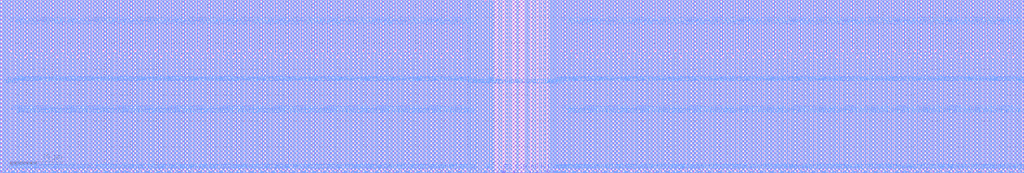
<source format=lef>
# ________________________________________________________________________________________________
# 
# 
#             Synchronous One-Port Register File Compiler
# 
#                 UMC 0.11um LL AE Logic Process
# 
# ________________________________________________________________________________________________
# 
#               
#         Copyright (C) 2024 Faraday Technology Corporation. All Rights Reserved.       
#                
#         This source code is an unpublished work belongs to Faraday Technology Corporation       
#         It is considered a trade secret and is not to be divulged or       
#         used by parties who have not received written authorization from       
#         Faraday Technology Corporation       
#                
#         Faraday's home page can be found at: http://www.faraday-tech.com/       
#                
# ________________________________________________________________________________________________
# 
#        IP Name            :  FSR0K_B_SY                
#        IP Version         :  1.4.0                     
#        IP Release Status  :  Active                    
#        Word               :  32                        
#        Bit                :  11                        
#        Byte               :  8                         
#        Mux                :  2                         
#        Output Loading     :  0.01                      
#        Clock Input Slew   :  0.016                     
#        Data Input Slew    :  0.016                     
#        Ring Type          :  Ringless Model            
#        Ring Width         :  0                         
#        Bus Format         :  0                         
#        Memaker Path       :  /home/mem/Desktop/memlib  
#        GUI Version        :  m20230904                 
#        Date               :  2024/09/06 20:28:37       
# ________________________________________________________________________________________________
# 

VERSION 5.5 ;
NAMESCASESENSITIVE ON ;
MACRO SYKB110_32X11X8CM2
CLASS BLOCK ;
FOREIGN SYKB110_32X11X8CM2 0.000 0.000 ;
ORIGIN 0.000 0.000 ;
SIZE 394.251 BY 66.831 ;
SYMMETRY x y r90 ;
SITE core ;
PIN GND
  DIRECTION INOUT ;
  USE GROUND ;
 PORT
  LAYER ME4 ;
  RECT 218.998 1.781 219.338 66.831 ;
 END
 PORT
  LAYER ME4 ;
  RECT 214.994 1.781 215.334 66.831 ;
 END
 PORT
  LAYER ME4 ;
  RECT 216.996 1.781 217.336 66.831 ;
 END
 PORT
  LAYER ME4 ;
  RECT 217.807 0.000 218.527 44.094 ;
 END
 PORT
  LAYER ME4 ;
  RECT 223.002 1.781 223.342 66.831 ;
 END
 PORT
  LAYER ME4 ;
  RECT 221.000 1.781 221.340 66.831 ;
 END
 PORT
  LAYER ME4 ;
  RECT 221.811 0.000 222.531 44.094 ;
 END
 PORT
  LAYER ME4 ;
  RECT 227.006 1.781 227.346 66.831 ;
 END
 PORT
  LAYER ME4 ;
  RECT 225.004 1.781 225.344 66.831 ;
 END
 PORT
  LAYER ME4 ;
  RECT 225.815 0.000 226.535 44.094 ;
 END
 PORT
  LAYER ME4 ;
  RECT 231.010 1.781 231.350 66.831 ;
 END
 PORT
  LAYER ME4 ;
  RECT 229.008 1.781 229.348 66.831 ;
 END
 PORT
  LAYER ME4 ;
  RECT 229.819 0.000 230.539 44.094 ;
 END
 PORT
  LAYER ME4 ;
  RECT 235.014 1.781 235.354 66.831 ;
 END
 PORT
  LAYER ME4 ;
  RECT 233.012 1.781 233.352 66.831 ;
 END
 PORT
  LAYER ME4 ;
  RECT 233.823 0.000 234.543 44.094 ;
 END
 PORT
  LAYER ME4 ;
  RECT 239.018 1.781 239.358 66.831 ;
 END
 PORT
  LAYER ME4 ;
  RECT 237.016 1.781 237.356 66.831 ;
 END
 PORT
  LAYER ME4 ;
  RECT 237.827 0.000 238.547 44.094 ;
 END
 PORT
  LAYER ME4 ;
  RECT 243.022 1.781 243.362 66.831 ;
 END
 PORT
  LAYER ME4 ;
  RECT 241.020 1.781 241.360 66.831 ;
 END
 PORT
  LAYER ME4 ;
  RECT 241.831 0.000 242.551 44.094 ;
 END
 PORT
  LAYER ME4 ;
  RECT 247.026 1.781 247.366 66.831 ;
 END
 PORT
  LAYER ME4 ;
  RECT 245.024 1.781 245.364 66.831 ;
 END
 PORT
  LAYER ME4 ;
  RECT 245.835 0.000 246.555 44.094 ;
 END
 PORT
  LAYER ME4 ;
  RECT 251.030 1.781 251.370 66.831 ;
 END
 PORT
  LAYER ME4 ;
  RECT 249.028 1.781 249.368 66.831 ;
 END
 PORT
  LAYER ME4 ;
  RECT 249.839 0.000 250.559 44.094 ;
 END
 PORT
  LAYER ME4 ;
  RECT 255.034 1.781 255.374 66.831 ;
 END
 PORT
  LAYER ME4 ;
  RECT 253.032 1.781 253.372 66.831 ;
 END
 PORT
  LAYER ME4 ;
  RECT 253.843 0.000 254.563 44.094 ;
 END
 PORT
  LAYER ME4 ;
  RECT 259.038 1.781 259.378 66.831 ;
 END
 PORT
  LAYER ME4 ;
  RECT 257.036 1.781 257.376 66.831 ;
 END
 PORT
  LAYER ME4 ;
  RECT 257.847 0.000 258.567 44.094 ;
 END
 PORT
  LAYER ME4 ;
  RECT 263.042 1.781 263.382 66.831 ;
 END
 PORT
  LAYER ME4 ;
  RECT 261.040 1.781 261.380 66.831 ;
 END
 PORT
  LAYER ME4 ;
  RECT 261.851 0.000 262.571 44.094 ;
 END
 PORT
  LAYER ME4 ;
  RECT 267.046 1.781 267.386 66.831 ;
 END
 PORT
  LAYER ME4 ;
  RECT 265.044 1.781 265.384 66.831 ;
 END
 PORT
  LAYER ME4 ;
  RECT 265.855 0.000 266.575 44.094 ;
 END
 PORT
  LAYER ME4 ;
  RECT 271.050 1.781 271.390 66.831 ;
 END
 PORT
  LAYER ME4 ;
  RECT 269.048 1.781 269.388 66.831 ;
 END
 PORT
  LAYER ME4 ;
  RECT 269.859 0.000 270.579 44.094 ;
 END
 PORT
  LAYER ME4 ;
  RECT 275.054 1.781 275.394 66.831 ;
 END
 PORT
  LAYER ME4 ;
  RECT 273.052 1.781 273.392 66.831 ;
 END
 PORT
  LAYER ME4 ;
  RECT 273.863 0.000 274.583 44.094 ;
 END
 PORT
  LAYER ME4 ;
  RECT 279.058 1.781 279.398 66.831 ;
 END
 PORT
  LAYER ME4 ;
  RECT 277.056 1.781 277.396 66.831 ;
 END
 PORT
  LAYER ME4 ;
  RECT 277.867 0.000 278.587 44.094 ;
 END
 PORT
  LAYER ME4 ;
  RECT 283.062 1.781 283.402 66.831 ;
 END
 PORT
  LAYER ME4 ;
  RECT 281.060 1.781 281.400 66.831 ;
 END
 PORT
  LAYER ME4 ;
  RECT 281.871 0.000 282.591 44.094 ;
 END
 PORT
  LAYER ME4 ;
  RECT 287.066 1.781 287.406 66.831 ;
 END
 PORT
  LAYER ME4 ;
  RECT 285.064 1.781 285.404 66.831 ;
 END
 PORT
  LAYER ME4 ;
  RECT 285.875 0.000 286.595 44.094 ;
 END
 PORT
  LAYER ME4 ;
  RECT 291.070 1.781 291.410 66.831 ;
 END
 PORT
  LAYER ME4 ;
  RECT 289.068 1.781 289.408 66.831 ;
 END
 PORT
  LAYER ME4 ;
  RECT 289.879 0.000 290.599 44.094 ;
 END
 PORT
  LAYER ME4 ;
  RECT 295.074 1.781 295.414 66.831 ;
 END
 PORT
  LAYER ME4 ;
  RECT 293.072 1.781 293.412 66.831 ;
 END
 PORT
  LAYER ME4 ;
  RECT 293.883 0.000 294.603 44.094 ;
 END
 PORT
  LAYER ME4 ;
  RECT 299.078 1.781 299.418 66.831 ;
 END
 PORT
  LAYER ME4 ;
  RECT 297.076 1.781 297.416 66.831 ;
 END
 PORT
  LAYER ME4 ;
  RECT 297.887 0.000 298.607 44.094 ;
 END
 PORT
  LAYER ME4 ;
  RECT 303.082 1.781 303.422 66.831 ;
 END
 PORT
  LAYER ME4 ;
  RECT 301.080 1.781 301.420 66.831 ;
 END
 PORT
  LAYER ME4 ;
  RECT 301.891 0.000 302.611 44.094 ;
 END
 PORT
  LAYER ME4 ;
  RECT 307.086 1.781 307.426 66.831 ;
 END
 PORT
  LAYER ME4 ;
  RECT 305.084 1.781 305.424 66.831 ;
 END
 PORT
  LAYER ME4 ;
  RECT 305.895 0.000 306.615 44.094 ;
 END
 PORT
  LAYER ME4 ;
  RECT 311.090 1.781 311.430 66.831 ;
 END
 PORT
  LAYER ME4 ;
  RECT 309.088 1.781 309.428 66.831 ;
 END
 PORT
  LAYER ME4 ;
  RECT 309.899 0.000 310.619 44.094 ;
 END
 PORT
  LAYER ME4 ;
  RECT 315.094 1.781 315.434 66.831 ;
 END
 PORT
  LAYER ME4 ;
  RECT 313.092 1.781 313.432 66.831 ;
 END
 PORT
  LAYER ME4 ;
  RECT 313.903 0.000 314.623 44.094 ;
 END
 PORT
  LAYER ME4 ;
  RECT 319.098 1.781 319.438 66.831 ;
 END
 PORT
  LAYER ME4 ;
  RECT 317.096 1.781 317.436 66.831 ;
 END
 PORT
  LAYER ME4 ;
  RECT 317.907 0.000 318.627 44.094 ;
 END
 PORT
  LAYER ME4 ;
  RECT 323.102 1.781 323.442 66.831 ;
 END
 PORT
  LAYER ME4 ;
  RECT 321.100 1.781 321.440 66.831 ;
 END
 PORT
  LAYER ME4 ;
  RECT 321.911 0.000 322.631 44.094 ;
 END
 PORT
  LAYER ME4 ;
  RECT 327.106 1.781 327.446 66.831 ;
 END
 PORT
  LAYER ME4 ;
  RECT 325.104 1.781 325.444 66.831 ;
 END
 PORT
  LAYER ME4 ;
  RECT 325.915 0.000 326.635 44.094 ;
 END
 PORT
  LAYER ME4 ;
  RECT 331.110 1.781 331.450 66.831 ;
 END
 PORT
  LAYER ME4 ;
  RECT 329.108 1.781 329.448 66.831 ;
 END
 PORT
  LAYER ME4 ;
  RECT 329.919 0.000 330.639 44.094 ;
 END
 PORT
  LAYER ME4 ;
  RECT 335.114 1.781 335.454 66.831 ;
 END
 PORT
  LAYER ME4 ;
  RECT 333.112 1.781 333.452 66.831 ;
 END
 PORT
  LAYER ME4 ;
  RECT 333.923 0.000 334.643 44.094 ;
 END
 PORT
  LAYER ME4 ;
  RECT 339.118 1.781 339.458 66.831 ;
 END
 PORT
  LAYER ME4 ;
  RECT 337.116 1.781 337.456 66.831 ;
 END
 PORT
  LAYER ME4 ;
  RECT 337.927 0.000 338.647 44.094 ;
 END
 PORT
  LAYER ME4 ;
  RECT 343.122 1.781 343.462 66.831 ;
 END
 PORT
  LAYER ME4 ;
  RECT 341.120 1.781 341.460 66.831 ;
 END
 PORT
  LAYER ME4 ;
  RECT 341.931 0.000 342.651 44.094 ;
 END
 PORT
  LAYER ME4 ;
  RECT 347.126 1.781 347.466 66.831 ;
 END
 PORT
  LAYER ME4 ;
  RECT 345.124 1.781 345.464 66.831 ;
 END
 PORT
  LAYER ME4 ;
  RECT 345.935 0.000 346.655 44.094 ;
 END
 PORT
  LAYER ME4 ;
  RECT 351.130 1.781 351.470 66.831 ;
 END
 PORT
  LAYER ME4 ;
  RECT 349.128 1.781 349.468 66.831 ;
 END
 PORT
  LAYER ME4 ;
  RECT 349.939 0.000 350.659 44.094 ;
 END
 PORT
  LAYER ME4 ;
  RECT 355.134 1.781 355.474 66.831 ;
 END
 PORT
  LAYER ME4 ;
  RECT 353.132 1.781 353.472 66.831 ;
 END
 PORT
  LAYER ME4 ;
  RECT 353.943 0.000 354.663 44.094 ;
 END
 PORT
  LAYER ME4 ;
  RECT 359.138 1.781 359.478 66.831 ;
 END
 PORT
  LAYER ME4 ;
  RECT 357.136 1.781 357.476 66.831 ;
 END
 PORT
  LAYER ME4 ;
  RECT 357.947 0.000 358.667 44.094 ;
 END
 PORT
  LAYER ME4 ;
  RECT 363.142 1.781 363.482 66.831 ;
 END
 PORT
  LAYER ME4 ;
  RECT 361.140 1.781 361.480 66.831 ;
 END
 PORT
  LAYER ME4 ;
  RECT 361.951 0.000 362.671 44.094 ;
 END
 PORT
  LAYER ME4 ;
  RECT 367.146 1.781 367.486 66.831 ;
 END
 PORT
  LAYER ME4 ;
  RECT 365.144 1.781 365.484 66.831 ;
 END
 PORT
  LAYER ME4 ;
  RECT 365.955 0.000 366.675 44.094 ;
 END
 PORT
  LAYER ME4 ;
  RECT 371.150 1.781 371.490 66.831 ;
 END
 PORT
  LAYER ME4 ;
  RECT 369.148 1.781 369.488 66.831 ;
 END
 PORT
  LAYER ME4 ;
  RECT 369.959 0.000 370.679 44.094 ;
 END
 PORT
  LAYER ME4 ;
  RECT 375.154 1.781 375.494 66.831 ;
 END
 PORT
  LAYER ME4 ;
  RECT 373.152 1.781 373.492 66.831 ;
 END
 PORT
  LAYER ME4 ;
  RECT 373.963 0.000 374.683 44.094 ;
 END
 PORT
  LAYER ME4 ;
  RECT 379.158 1.781 379.498 66.831 ;
 END
 PORT
  LAYER ME4 ;
  RECT 377.156 1.781 377.496 66.831 ;
 END
 PORT
  LAYER ME4 ;
  RECT 377.967 0.000 378.687 44.094 ;
 END
 PORT
  LAYER ME4 ;
  RECT 383.162 1.781 383.502 66.831 ;
 END
 PORT
  LAYER ME4 ;
  RECT 381.160 1.781 381.500 66.831 ;
 END
 PORT
  LAYER ME4 ;
  RECT 381.971 0.000 382.691 44.094 ;
 END
 PORT
  LAYER ME4 ;
  RECT 387.166 1.781 387.506 66.831 ;
 END
 PORT
  LAYER ME4 ;
  RECT 385.164 1.781 385.504 66.831 ;
 END
 PORT
  LAYER ME4 ;
  RECT 385.975 0.000 386.695 44.094 ;
 END
 PORT
  LAYER ME4 ;
  RECT 391.170 1.781 391.510 66.831 ;
 END
 PORT
  LAYER ME4 ;
  RECT 389.168 1.781 389.508 66.831 ;
 END
 PORT
  LAYER ME4 ;
  RECT 389.979 0.000 390.699 44.094 ;
 END
 PORT
  LAYER ME4 ;
  RECT 392.171 0.000 392.511 66.831 ;
 END
 PORT
  LAYER ME4 ;
  RECT 196.137 0.000 196.857 66.831 ;
 END
 PORT
  LAYER ME4 ;
  RECT 202.131 0.000 202.851 66.831 ;
 END
 PORT
  LAYER ME4 ;
  RECT 207.602 0.000 208.322 66.831 ;
 END
 PORT
  LAYER ME4 ;
  RECT 209.317 0.000 210.037 66.831 ;
 END
 PORT
  LAYER ME4 ;
  RECT 212.313 0.000 212.913 66.831 ;
 END
 PORT
  LAYER ME4 ;
  RECT 213.993 1.781 214.333 66.831 ;
 END
 PORT
  LAYER ME4 ;
  RECT 188.578 0.000 189.298 66.831 ;
 END
 PORT
  LAYER ME4 ;
  RECT 186.538 1.781 187.258 66.072 ;
 END
 PORT
  LAYER ME4 ;
  RECT 1.740 0.000 2.080 66.831 ;
 END
 PORT
  LAYER ME4 ;
  RECT 6.745 1.781 7.085 66.831 ;
 END
 PORT
  LAYER ME4 ;
  RECT 2.741 1.781 3.081 66.831 ;
 END
 PORT
  LAYER ME4 ;
  RECT 4.743 1.781 5.083 66.831 ;
 END
 PORT
  LAYER ME4 ;
  RECT 5.554 0.000 6.274 44.094 ;
 END
 PORT
  LAYER ME4 ;
  RECT 10.749 1.781 11.089 66.831 ;
 END
 PORT
  LAYER ME4 ;
  RECT 8.747 1.781 9.087 66.831 ;
 END
 PORT
  LAYER ME4 ;
  RECT 9.558 0.000 10.278 44.094 ;
 END
 PORT
  LAYER ME4 ;
  RECT 14.753 1.781 15.093 66.831 ;
 END
 PORT
  LAYER ME4 ;
  RECT 12.751 1.781 13.091 66.831 ;
 END
 PORT
  LAYER ME4 ;
  RECT 13.562 0.000 14.282 44.094 ;
 END
 PORT
  LAYER ME4 ;
  RECT 18.757 1.781 19.097 66.831 ;
 END
 PORT
  LAYER ME4 ;
  RECT 16.755 1.781 17.095 66.831 ;
 END
 PORT
  LAYER ME4 ;
  RECT 17.566 0.000 18.286 44.094 ;
 END
 PORT
  LAYER ME4 ;
  RECT 22.761 1.781 23.101 66.831 ;
 END
 PORT
  LAYER ME4 ;
  RECT 20.759 1.781 21.099 66.831 ;
 END
 PORT
  LAYER ME4 ;
  RECT 21.570 0.000 22.290 44.094 ;
 END
 PORT
  LAYER ME4 ;
  RECT 26.765 1.781 27.105 66.831 ;
 END
 PORT
  LAYER ME4 ;
  RECT 24.763 1.781 25.103 66.831 ;
 END
 PORT
  LAYER ME4 ;
  RECT 25.574 0.000 26.294 44.094 ;
 END
 PORT
  LAYER ME4 ;
  RECT 30.769 1.781 31.109 66.831 ;
 END
 PORT
  LAYER ME4 ;
  RECT 28.767 1.781 29.107 66.831 ;
 END
 PORT
  LAYER ME4 ;
  RECT 29.578 0.000 30.298 44.094 ;
 END
 PORT
  LAYER ME4 ;
  RECT 34.773 1.781 35.113 66.831 ;
 END
 PORT
  LAYER ME4 ;
  RECT 32.771 1.781 33.111 66.831 ;
 END
 PORT
  LAYER ME4 ;
  RECT 33.582 0.000 34.302 44.094 ;
 END
 PORT
  LAYER ME4 ;
  RECT 38.777 1.781 39.117 66.831 ;
 END
 PORT
  LAYER ME4 ;
  RECT 36.775 1.781 37.115 66.831 ;
 END
 PORT
  LAYER ME4 ;
  RECT 37.586 0.000 38.306 44.094 ;
 END
 PORT
  LAYER ME4 ;
  RECT 42.781 1.781 43.121 66.831 ;
 END
 PORT
  LAYER ME4 ;
  RECT 40.779 1.781 41.119 66.831 ;
 END
 PORT
  LAYER ME4 ;
  RECT 41.590 0.000 42.310 44.094 ;
 END
 PORT
  LAYER ME4 ;
  RECT 46.785 1.781 47.125 66.831 ;
 END
 PORT
  LAYER ME4 ;
  RECT 44.783 1.781 45.123 66.831 ;
 END
 PORT
  LAYER ME4 ;
  RECT 45.594 0.000 46.314 44.094 ;
 END
 PORT
  LAYER ME4 ;
  RECT 50.789 1.781 51.129 66.831 ;
 END
 PORT
  LAYER ME4 ;
  RECT 48.787 1.781 49.127 66.831 ;
 END
 PORT
  LAYER ME4 ;
  RECT 49.598 0.000 50.318 44.094 ;
 END
 PORT
  LAYER ME4 ;
  RECT 54.793 1.781 55.133 66.831 ;
 END
 PORT
  LAYER ME4 ;
  RECT 52.791 1.781 53.131 66.831 ;
 END
 PORT
  LAYER ME4 ;
  RECT 53.602 0.000 54.322 44.094 ;
 END
 PORT
  LAYER ME4 ;
  RECT 58.797 1.781 59.137 66.831 ;
 END
 PORT
  LAYER ME4 ;
  RECT 56.795 1.781 57.135 66.831 ;
 END
 PORT
  LAYER ME4 ;
  RECT 57.606 0.000 58.326 44.094 ;
 END
 PORT
  LAYER ME4 ;
  RECT 62.801 1.781 63.141 66.831 ;
 END
 PORT
  LAYER ME4 ;
  RECT 60.799 1.781 61.139 66.831 ;
 END
 PORT
  LAYER ME4 ;
  RECT 61.610 0.000 62.330 44.094 ;
 END
 PORT
  LAYER ME4 ;
  RECT 66.805 1.781 67.145 66.831 ;
 END
 PORT
  LAYER ME4 ;
  RECT 64.803 1.781 65.143 66.831 ;
 END
 PORT
  LAYER ME4 ;
  RECT 65.614 0.000 66.334 44.094 ;
 END
 PORT
  LAYER ME4 ;
  RECT 70.809 1.781 71.149 66.831 ;
 END
 PORT
  LAYER ME4 ;
  RECT 68.807 1.781 69.147 66.831 ;
 END
 PORT
  LAYER ME4 ;
  RECT 69.618 0.000 70.338 44.094 ;
 END
 PORT
  LAYER ME4 ;
  RECT 74.813 1.781 75.153 66.831 ;
 END
 PORT
  LAYER ME4 ;
  RECT 72.811 1.781 73.151 66.831 ;
 END
 PORT
  LAYER ME4 ;
  RECT 73.622 0.000 74.342 44.094 ;
 END
 PORT
  LAYER ME4 ;
  RECT 78.817 1.781 79.157 66.831 ;
 END
 PORT
  LAYER ME4 ;
  RECT 76.815 1.781 77.155 66.831 ;
 END
 PORT
  LAYER ME4 ;
  RECT 77.626 0.000 78.346 44.094 ;
 END
 PORT
  LAYER ME4 ;
  RECT 82.821 1.781 83.161 66.831 ;
 END
 PORT
  LAYER ME4 ;
  RECT 80.819 1.781 81.159 66.831 ;
 END
 PORT
  LAYER ME4 ;
  RECT 81.630 0.000 82.350 44.094 ;
 END
 PORT
  LAYER ME4 ;
  RECT 86.825 1.781 87.165 66.831 ;
 END
 PORT
  LAYER ME4 ;
  RECT 84.823 1.781 85.163 66.831 ;
 END
 PORT
  LAYER ME4 ;
  RECT 85.634 0.000 86.354 44.094 ;
 END
 PORT
  LAYER ME4 ;
  RECT 90.829 1.781 91.169 66.831 ;
 END
 PORT
  LAYER ME4 ;
  RECT 88.827 1.781 89.167 66.831 ;
 END
 PORT
  LAYER ME4 ;
  RECT 89.638 0.000 90.358 44.094 ;
 END
 PORT
  LAYER ME4 ;
  RECT 94.833 1.781 95.173 66.831 ;
 END
 PORT
  LAYER ME4 ;
  RECT 92.831 1.781 93.171 66.831 ;
 END
 PORT
  LAYER ME4 ;
  RECT 93.642 0.000 94.362 44.094 ;
 END
 PORT
  LAYER ME4 ;
  RECT 98.837 1.781 99.177 66.831 ;
 END
 PORT
  LAYER ME4 ;
  RECT 96.835 1.781 97.175 66.831 ;
 END
 PORT
  LAYER ME4 ;
  RECT 97.646 0.000 98.366 44.094 ;
 END
 PORT
  LAYER ME4 ;
  RECT 102.841 1.781 103.181 66.831 ;
 END
 PORT
  LAYER ME4 ;
  RECT 100.839 1.781 101.179 66.831 ;
 END
 PORT
  LAYER ME4 ;
  RECT 101.650 0.000 102.370 44.094 ;
 END
 PORT
  LAYER ME4 ;
  RECT 106.845 1.781 107.185 66.831 ;
 END
 PORT
  LAYER ME4 ;
  RECT 104.843 1.781 105.183 66.831 ;
 END
 PORT
  LAYER ME4 ;
  RECT 105.654 0.000 106.374 44.094 ;
 END
 PORT
  LAYER ME4 ;
  RECT 110.849 1.781 111.189 66.831 ;
 END
 PORT
  LAYER ME4 ;
  RECT 108.847 1.781 109.187 66.831 ;
 END
 PORT
  LAYER ME4 ;
  RECT 109.658 0.000 110.378 44.094 ;
 END
 PORT
  LAYER ME4 ;
  RECT 114.853 1.781 115.193 66.831 ;
 END
 PORT
  LAYER ME4 ;
  RECT 112.851 1.781 113.191 66.831 ;
 END
 PORT
  LAYER ME4 ;
  RECT 113.662 0.000 114.382 44.094 ;
 END
 PORT
  LAYER ME4 ;
  RECT 118.857 1.781 119.197 66.831 ;
 END
 PORT
  LAYER ME4 ;
  RECT 116.855 1.781 117.195 66.831 ;
 END
 PORT
  LAYER ME4 ;
  RECT 117.666 0.000 118.386 44.094 ;
 END
 PORT
  LAYER ME4 ;
  RECT 122.861 1.781 123.201 66.831 ;
 END
 PORT
  LAYER ME4 ;
  RECT 120.859 1.781 121.199 66.831 ;
 END
 PORT
  LAYER ME4 ;
  RECT 121.670 0.000 122.390 44.094 ;
 END
 PORT
  LAYER ME4 ;
  RECT 126.865 1.781 127.205 66.831 ;
 END
 PORT
  LAYER ME4 ;
  RECT 124.863 1.781 125.203 66.831 ;
 END
 PORT
  LAYER ME4 ;
  RECT 125.674 0.000 126.394 44.094 ;
 END
 PORT
  LAYER ME4 ;
  RECT 130.869 1.781 131.209 66.831 ;
 END
 PORT
  LAYER ME4 ;
  RECT 128.867 1.781 129.207 66.831 ;
 END
 PORT
  LAYER ME4 ;
  RECT 129.678 0.000 130.398 44.094 ;
 END
 PORT
  LAYER ME4 ;
  RECT 134.873 1.781 135.213 66.831 ;
 END
 PORT
  LAYER ME4 ;
  RECT 132.871 1.781 133.211 66.831 ;
 END
 PORT
  LAYER ME4 ;
  RECT 133.682 0.000 134.402 44.094 ;
 END
 PORT
  LAYER ME4 ;
  RECT 138.877 1.781 139.217 66.831 ;
 END
 PORT
  LAYER ME4 ;
  RECT 136.875 1.781 137.215 66.831 ;
 END
 PORT
  LAYER ME4 ;
  RECT 137.686 0.000 138.406 44.094 ;
 END
 PORT
  LAYER ME4 ;
  RECT 142.881 1.781 143.221 66.831 ;
 END
 PORT
  LAYER ME4 ;
  RECT 140.879 1.781 141.219 66.831 ;
 END
 PORT
  LAYER ME4 ;
  RECT 141.690 0.000 142.410 44.094 ;
 END
 PORT
  LAYER ME4 ;
  RECT 146.885 1.781 147.225 66.831 ;
 END
 PORT
  LAYER ME4 ;
  RECT 144.883 1.781 145.223 66.831 ;
 END
 PORT
  LAYER ME4 ;
  RECT 145.694 0.000 146.414 44.094 ;
 END
 PORT
  LAYER ME4 ;
  RECT 150.889 1.781 151.229 66.831 ;
 END
 PORT
  LAYER ME4 ;
  RECT 148.887 1.781 149.227 66.831 ;
 END
 PORT
  LAYER ME4 ;
  RECT 149.698 0.000 150.418 44.094 ;
 END
 PORT
  LAYER ME4 ;
  RECT 154.893 1.781 155.233 66.831 ;
 END
 PORT
  LAYER ME4 ;
  RECT 152.891 1.781 153.231 66.831 ;
 END
 PORT
  LAYER ME4 ;
  RECT 153.702 0.000 154.422 44.094 ;
 END
 PORT
  LAYER ME4 ;
  RECT 158.897 1.781 159.237 66.831 ;
 END
 PORT
  LAYER ME4 ;
  RECT 156.895 1.781 157.235 66.831 ;
 END
 PORT
  LAYER ME4 ;
  RECT 157.706 0.000 158.426 44.094 ;
 END
 PORT
  LAYER ME4 ;
  RECT 162.901 1.781 163.241 66.831 ;
 END
 PORT
  LAYER ME4 ;
  RECT 160.899 1.781 161.239 66.831 ;
 END
 PORT
  LAYER ME4 ;
  RECT 161.710 0.000 162.430 44.094 ;
 END
 PORT
  LAYER ME4 ;
  RECT 166.905 1.781 167.245 66.831 ;
 END
 PORT
  LAYER ME4 ;
  RECT 164.903 1.781 165.243 66.831 ;
 END
 PORT
  LAYER ME4 ;
  RECT 165.714 0.000 166.434 44.094 ;
 END
 PORT
  LAYER ME4 ;
  RECT 170.909 1.781 171.249 66.831 ;
 END
 PORT
  LAYER ME4 ;
  RECT 168.907 1.781 169.247 66.831 ;
 END
 PORT
  LAYER ME4 ;
  RECT 169.718 0.000 170.438 44.094 ;
 END
 PORT
  LAYER ME4 ;
  RECT 174.913 1.781 175.253 66.831 ;
 END
 PORT
  LAYER ME4 ;
  RECT 172.911 1.781 173.251 66.831 ;
 END
 PORT
  LAYER ME4 ;
  RECT 173.722 0.000 174.442 44.094 ;
 END
 PORT
  LAYER ME4 ;
  RECT 178.917 1.781 179.257 66.831 ;
 END
 PORT
  LAYER ME4 ;
  RECT 176.915 1.781 177.255 66.831 ;
 END
 PORT
  LAYER ME4 ;
  RECT 177.726 0.000 178.446 44.094 ;
 END
 PORT
  LAYER ME4 ;
  RECT 184.418 0.000 185.138 66.831 ;
 END
 PORT
  LAYER ME4 ;
  RECT 182.378 0.000 183.098 66.831 ;
 END
 PORT
  LAYER ME4 ;
  RECT 179.918 0.000 180.258 66.831 ;
 END
END GND
PIN VCC
  DIRECTION INOUT ;
  USE POWER ;
 PORT
  LAYER ME4 ;
  RECT 217.997 45.394 218.337 66.831 ;
 END
 PORT
  LAYER ME4 ;
  RECT 215.805 0.000 216.525 46.394 ;
 END
 PORT
  LAYER ME4 ;
  RECT 222.001 45.394 222.341 66.831 ;
 END
 PORT
  LAYER ME4 ;
  RECT 219.809 0.000 220.529 46.394 ;
 END
 PORT
  LAYER ME4 ;
  RECT 226.005 45.394 226.345 66.831 ;
 END
 PORT
  LAYER ME4 ;
  RECT 223.813 0.000 224.533 46.394 ;
 END
 PORT
  LAYER ME4 ;
  RECT 230.009 45.394 230.349 66.831 ;
 END
 PORT
  LAYER ME4 ;
  RECT 227.817 0.000 228.537 46.394 ;
 END
 PORT
  LAYER ME4 ;
  RECT 234.013 45.394 234.353 66.831 ;
 END
 PORT
  LAYER ME4 ;
  RECT 231.821 0.000 232.541 46.394 ;
 END
 PORT
  LAYER ME4 ;
  RECT 238.017 45.394 238.357 66.831 ;
 END
 PORT
  LAYER ME4 ;
  RECT 235.825 0.000 236.545 46.394 ;
 END
 PORT
  LAYER ME4 ;
  RECT 242.021 45.394 242.361 66.831 ;
 END
 PORT
  LAYER ME4 ;
  RECT 239.829 0.000 240.549 46.394 ;
 END
 PORT
  LAYER ME4 ;
  RECT 246.025 45.394 246.365 66.831 ;
 END
 PORT
  LAYER ME4 ;
  RECT 243.833 0.000 244.553 46.394 ;
 END
 PORT
  LAYER ME4 ;
  RECT 250.029 45.394 250.369 66.831 ;
 END
 PORT
  LAYER ME4 ;
  RECT 247.837 0.000 248.557 46.394 ;
 END
 PORT
  LAYER ME4 ;
  RECT 254.033 45.394 254.373 66.831 ;
 END
 PORT
  LAYER ME4 ;
  RECT 251.841 0.000 252.561 46.394 ;
 END
 PORT
  LAYER ME4 ;
  RECT 258.037 45.394 258.377 66.831 ;
 END
 PORT
  LAYER ME4 ;
  RECT 255.845 0.000 256.565 46.394 ;
 END
 PORT
  LAYER ME4 ;
  RECT 262.041 45.394 262.381 66.831 ;
 END
 PORT
  LAYER ME4 ;
  RECT 259.849 0.000 260.569 46.394 ;
 END
 PORT
  LAYER ME4 ;
  RECT 266.045 45.394 266.385 66.831 ;
 END
 PORT
  LAYER ME4 ;
  RECT 263.853 0.000 264.573 46.394 ;
 END
 PORT
  LAYER ME4 ;
  RECT 270.049 45.394 270.389 66.831 ;
 END
 PORT
  LAYER ME4 ;
  RECT 267.857 0.000 268.577 46.394 ;
 END
 PORT
  LAYER ME4 ;
  RECT 274.053 45.394 274.393 66.831 ;
 END
 PORT
  LAYER ME4 ;
  RECT 271.861 0.000 272.581 46.394 ;
 END
 PORT
  LAYER ME4 ;
  RECT 278.057 45.394 278.397 66.831 ;
 END
 PORT
  LAYER ME4 ;
  RECT 275.865 0.000 276.585 46.394 ;
 END
 PORT
  LAYER ME4 ;
  RECT 282.061 45.394 282.401 66.831 ;
 END
 PORT
  LAYER ME4 ;
  RECT 279.869 0.000 280.589 46.394 ;
 END
 PORT
  LAYER ME4 ;
  RECT 286.065 45.394 286.405 66.831 ;
 END
 PORT
  LAYER ME4 ;
  RECT 283.873 0.000 284.593 46.394 ;
 END
 PORT
  LAYER ME4 ;
  RECT 290.069 45.394 290.409 66.831 ;
 END
 PORT
  LAYER ME4 ;
  RECT 287.877 0.000 288.597 46.394 ;
 END
 PORT
  LAYER ME4 ;
  RECT 294.073 45.394 294.413 66.831 ;
 END
 PORT
  LAYER ME4 ;
  RECT 291.881 0.000 292.601 46.394 ;
 END
 PORT
  LAYER ME4 ;
  RECT 298.077 45.394 298.417 66.831 ;
 END
 PORT
  LAYER ME4 ;
  RECT 295.885 0.000 296.605 46.394 ;
 END
 PORT
  LAYER ME4 ;
  RECT 302.081 45.394 302.421 66.831 ;
 END
 PORT
  LAYER ME4 ;
  RECT 299.889 0.000 300.609 46.394 ;
 END
 PORT
  LAYER ME4 ;
  RECT 306.085 45.394 306.425 66.831 ;
 END
 PORT
  LAYER ME4 ;
  RECT 303.893 0.000 304.613 46.394 ;
 END
 PORT
  LAYER ME4 ;
  RECT 310.089 45.394 310.429 66.831 ;
 END
 PORT
  LAYER ME4 ;
  RECT 307.897 0.000 308.617 46.394 ;
 END
 PORT
  LAYER ME4 ;
  RECT 314.093 45.394 314.433 66.831 ;
 END
 PORT
  LAYER ME4 ;
  RECT 311.901 0.000 312.621 46.394 ;
 END
 PORT
  LAYER ME4 ;
  RECT 318.097 45.394 318.437 66.831 ;
 END
 PORT
  LAYER ME4 ;
  RECT 315.905 0.000 316.625 46.394 ;
 END
 PORT
  LAYER ME4 ;
  RECT 322.101 45.394 322.441 66.831 ;
 END
 PORT
  LAYER ME4 ;
  RECT 319.909 0.000 320.629 46.394 ;
 END
 PORT
  LAYER ME4 ;
  RECT 326.105 45.394 326.445 66.831 ;
 END
 PORT
  LAYER ME4 ;
  RECT 323.913 0.000 324.633 46.394 ;
 END
 PORT
  LAYER ME4 ;
  RECT 330.109 45.394 330.449 66.831 ;
 END
 PORT
  LAYER ME4 ;
  RECT 327.917 0.000 328.637 46.394 ;
 END
 PORT
  LAYER ME4 ;
  RECT 334.113 45.394 334.453 66.831 ;
 END
 PORT
  LAYER ME4 ;
  RECT 331.921 0.000 332.641 46.394 ;
 END
 PORT
  LAYER ME4 ;
  RECT 338.117 45.394 338.457 66.831 ;
 END
 PORT
  LAYER ME4 ;
  RECT 335.925 0.000 336.645 46.394 ;
 END
 PORT
  LAYER ME4 ;
  RECT 342.121 45.394 342.461 66.831 ;
 END
 PORT
  LAYER ME4 ;
  RECT 339.929 0.000 340.649 46.394 ;
 END
 PORT
  LAYER ME4 ;
  RECT 346.125 45.394 346.465 66.831 ;
 END
 PORT
  LAYER ME4 ;
  RECT 343.933 0.000 344.653 46.394 ;
 END
 PORT
  LAYER ME4 ;
  RECT 350.129 45.394 350.469 66.831 ;
 END
 PORT
  LAYER ME4 ;
  RECT 347.937 0.000 348.657 46.394 ;
 END
 PORT
  LAYER ME4 ;
  RECT 354.133 45.394 354.473 66.831 ;
 END
 PORT
  LAYER ME4 ;
  RECT 351.941 0.000 352.661 46.394 ;
 END
 PORT
  LAYER ME4 ;
  RECT 358.137 45.394 358.477 66.831 ;
 END
 PORT
  LAYER ME4 ;
  RECT 355.945 0.000 356.665 46.394 ;
 END
 PORT
  LAYER ME4 ;
  RECT 362.141 45.394 362.481 66.831 ;
 END
 PORT
  LAYER ME4 ;
  RECT 359.949 0.000 360.669 46.394 ;
 END
 PORT
  LAYER ME4 ;
  RECT 366.145 45.394 366.485 66.831 ;
 END
 PORT
  LAYER ME4 ;
  RECT 363.953 0.000 364.673 46.394 ;
 END
 PORT
  LAYER ME4 ;
  RECT 370.149 45.394 370.489 66.831 ;
 END
 PORT
  LAYER ME4 ;
  RECT 367.957 0.000 368.677 46.394 ;
 END
 PORT
  LAYER ME4 ;
  RECT 374.153 45.394 374.493 66.831 ;
 END
 PORT
  LAYER ME4 ;
  RECT 371.961 0.000 372.681 46.394 ;
 END
 PORT
  LAYER ME4 ;
  RECT 378.157 45.394 378.497 66.831 ;
 END
 PORT
  LAYER ME4 ;
  RECT 375.965 0.000 376.685 46.394 ;
 END
 PORT
  LAYER ME4 ;
  RECT 382.161 45.394 382.501 66.831 ;
 END
 PORT
  LAYER ME4 ;
  RECT 379.969 0.000 380.689 46.394 ;
 END
 PORT
  LAYER ME4 ;
  RECT 386.165 45.394 386.505 66.831 ;
 END
 PORT
  LAYER ME4 ;
  RECT 383.973 0.000 384.693 46.394 ;
 END
 PORT
  LAYER ME4 ;
  RECT 390.169 45.394 390.509 66.831 ;
 END
 PORT
  LAYER ME4 ;
  RECT 387.977 0.000 388.697 46.394 ;
 END
 PORT
  LAYER ME4 ;
  RECT 392.951 0.000 393.331 66.831 ;
 END
 PORT
  LAYER ME4 ;
  RECT 198.917 0.000 199.517 66.831 ;
 END
 PORT
  LAYER ME4 ;
  RECT 203.097 0.000 203.817 66.831 ;
 END
 PORT
  LAYER ME4 ;
  RECT 205.207 0.000 206.327 66.831 ;
 END
 PORT
  LAYER ME4 ;
  RECT 211.237 0.000 211.957 66.831 ;
 END
 PORT
  LAYER ME4 ;
  RECT 213.173 1.781 213.553 66.831 ;
 END
 PORT
  LAYER ME4 ;
  RECT 194.687 0.000 195.407 66.831 ;
 END
 PORT
  LAYER ME4 ;
  RECT 191.972 0.000 193.092 66.831 ;
 END
 PORT
  LAYER ME4 ;
  RECT 189.598 0.000 190.318 66.072 ;
 END
 PORT
  LAYER ME4 ;
  RECT 187.558 1.781 188.278 66.831 ;
 END
 PORT
  LAYER ME4 ;
  RECT 0.920 0.000 1.300 66.831 ;
 END
 PORT
  LAYER ME4 ;
  RECT 5.744 45.394 6.084 66.831 ;
 END
 PORT
  LAYER ME4 ;
  RECT 3.552 0.000 4.272 46.394 ;
 END
 PORT
  LAYER ME4 ;
  RECT 9.748 45.394 10.088 66.831 ;
 END
 PORT
  LAYER ME4 ;
  RECT 7.556 0.000 8.276 46.394 ;
 END
 PORT
  LAYER ME4 ;
  RECT 13.752 45.394 14.092 66.831 ;
 END
 PORT
  LAYER ME4 ;
  RECT 11.560 0.000 12.280 46.394 ;
 END
 PORT
  LAYER ME4 ;
  RECT 17.756 45.394 18.096 66.831 ;
 END
 PORT
  LAYER ME4 ;
  RECT 15.564 0.000 16.284 46.394 ;
 END
 PORT
  LAYER ME4 ;
  RECT 21.760 45.394 22.100 66.831 ;
 END
 PORT
  LAYER ME4 ;
  RECT 19.568 0.000 20.288 46.394 ;
 END
 PORT
  LAYER ME4 ;
  RECT 25.764 45.394 26.104 66.831 ;
 END
 PORT
  LAYER ME4 ;
  RECT 23.572 0.000 24.292 46.394 ;
 END
 PORT
  LAYER ME4 ;
  RECT 29.768 45.394 30.108 66.831 ;
 END
 PORT
  LAYER ME4 ;
  RECT 27.576 0.000 28.296 46.394 ;
 END
 PORT
  LAYER ME4 ;
  RECT 33.772 45.394 34.112 66.831 ;
 END
 PORT
  LAYER ME4 ;
  RECT 31.580 0.000 32.300 46.394 ;
 END
 PORT
  LAYER ME4 ;
  RECT 37.776 45.394 38.116 66.831 ;
 END
 PORT
  LAYER ME4 ;
  RECT 35.584 0.000 36.304 46.394 ;
 END
 PORT
  LAYER ME4 ;
  RECT 41.780 45.394 42.120 66.831 ;
 END
 PORT
  LAYER ME4 ;
  RECT 39.588 0.000 40.308 46.394 ;
 END
 PORT
  LAYER ME4 ;
  RECT 45.784 45.394 46.124 66.831 ;
 END
 PORT
  LAYER ME4 ;
  RECT 43.592 0.000 44.312 46.394 ;
 END
 PORT
  LAYER ME4 ;
  RECT 49.788 45.394 50.128 66.831 ;
 END
 PORT
  LAYER ME4 ;
  RECT 47.596 0.000 48.316 46.394 ;
 END
 PORT
  LAYER ME4 ;
  RECT 53.792 45.394 54.132 66.831 ;
 END
 PORT
  LAYER ME4 ;
  RECT 51.600 0.000 52.320 46.394 ;
 END
 PORT
  LAYER ME4 ;
  RECT 57.796 45.394 58.136 66.831 ;
 END
 PORT
  LAYER ME4 ;
  RECT 55.604 0.000 56.324 46.394 ;
 END
 PORT
  LAYER ME4 ;
  RECT 61.800 45.394 62.140 66.831 ;
 END
 PORT
  LAYER ME4 ;
  RECT 59.608 0.000 60.328 46.394 ;
 END
 PORT
  LAYER ME4 ;
  RECT 65.804 45.394 66.144 66.831 ;
 END
 PORT
  LAYER ME4 ;
  RECT 63.612 0.000 64.332 46.394 ;
 END
 PORT
  LAYER ME4 ;
  RECT 69.808 45.394 70.148 66.831 ;
 END
 PORT
  LAYER ME4 ;
  RECT 67.616 0.000 68.336 46.394 ;
 END
 PORT
  LAYER ME4 ;
  RECT 73.812 45.394 74.152 66.831 ;
 END
 PORT
  LAYER ME4 ;
  RECT 71.620 0.000 72.340 46.394 ;
 END
 PORT
  LAYER ME4 ;
  RECT 77.816 45.394 78.156 66.831 ;
 END
 PORT
  LAYER ME4 ;
  RECT 75.624 0.000 76.344 46.394 ;
 END
 PORT
  LAYER ME4 ;
  RECT 81.820 45.394 82.160 66.831 ;
 END
 PORT
  LAYER ME4 ;
  RECT 79.628 0.000 80.348 46.394 ;
 END
 PORT
  LAYER ME4 ;
  RECT 85.824 45.394 86.164 66.831 ;
 END
 PORT
  LAYER ME4 ;
  RECT 83.632 0.000 84.352 46.394 ;
 END
 PORT
  LAYER ME4 ;
  RECT 89.828 45.394 90.168 66.831 ;
 END
 PORT
  LAYER ME4 ;
  RECT 87.636 0.000 88.356 46.394 ;
 END
 PORT
  LAYER ME4 ;
  RECT 93.832 45.394 94.172 66.831 ;
 END
 PORT
  LAYER ME4 ;
  RECT 91.640 0.000 92.360 46.394 ;
 END
 PORT
  LAYER ME4 ;
  RECT 97.836 45.394 98.176 66.831 ;
 END
 PORT
  LAYER ME4 ;
  RECT 95.644 0.000 96.364 46.394 ;
 END
 PORT
  LAYER ME4 ;
  RECT 101.840 45.394 102.180 66.831 ;
 END
 PORT
  LAYER ME4 ;
  RECT 99.648 0.000 100.368 46.394 ;
 END
 PORT
  LAYER ME4 ;
  RECT 105.844 45.394 106.184 66.831 ;
 END
 PORT
  LAYER ME4 ;
  RECT 103.652 0.000 104.372 46.394 ;
 END
 PORT
  LAYER ME4 ;
  RECT 109.848 45.394 110.188 66.831 ;
 END
 PORT
  LAYER ME4 ;
  RECT 107.656 0.000 108.376 46.394 ;
 END
 PORT
  LAYER ME4 ;
  RECT 113.852 45.394 114.192 66.831 ;
 END
 PORT
  LAYER ME4 ;
  RECT 111.660 0.000 112.380 46.394 ;
 END
 PORT
  LAYER ME4 ;
  RECT 117.856 45.394 118.196 66.831 ;
 END
 PORT
  LAYER ME4 ;
  RECT 115.664 0.000 116.384 46.394 ;
 END
 PORT
  LAYER ME4 ;
  RECT 121.860 45.394 122.200 66.831 ;
 END
 PORT
  LAYER ME4 ;
  RECT 119.668 0.000 120.388 46.394 ;
 END
 PORT
  LAYER ME4 ;
  RECT 125.864 45.394 126.204 66.831 ;
 END
 PORT
  LAYER ME4 ;
  RECT 123.672 0.000 124.392 46.394 ;
 END
 PORT
  LAYER ME4 ;
  RECT 129.868 45.394 130.208 66.831 ;
 END
 PORT
  LAYER ME4 ;
  RECT 127.676 0.000 128.396 46.394 ;
 END
 PORT
  LAYER ME4 ;
  RECT 133.872 45.394 134.212 66.831 ;
 END
 PORT
  LAYER ME4 ;
  RECT 131.680 0.000 132.400 46.394 ;
 END
 PORT
  LAYER ME4 ;
  RECT 137.876 45.394 138.216 66.831 ;
 END
 PORT
  LAYER ME4 ;
  RECT 135.684 0.000 136.404 46.394 ;
 END
 PORT
  LAYER ME4 ;
  RECT 141.880 45.394 142.220 66.831 ;
 END
 PORT
  LAYER ME4 ;
  RECT 139.688 0.000 140.408 46.394 ;
 END
 PORT
  LAYER ME4 ;
  RECT 145.884 45.394 146.224 66.831 ;
 END
 PORT
  LAYER ME4 ;
  RECT 143.692 0.000 144.412 46.394 ;
 END
 PORT
  LAYER ME4 ;
  RECT 149.888 45.394 150.228 66.831 ;
 END
 PORT
  LAYER ME4 ;
  RECT 147.696 0.000 148.416 46.394 ;
 END
 PORT
  LAYER ME4 ;
  RECT 153.892 45.394 154.232 66.831 ;
 END
 PORT
  LAYER ME4 ;
  RECT 151.700 0.000 152.420 46.394 ;
 END
 PORT
  LAYER ME4 ;
  RECT 157.896 45.394 158.236 66.831 ;
 END
 PORT
  LAYER ME4 ;
  RECT 155.704 0.000 156.424 46.394 ;
 END
 PORT
  LAYER ME4 ;
  RECT 161.900 45.394 162.240 66.831 ;
 END
 PORT
  LAYER ME4 ;
  RECT 159.708 0.000 160.428 46.394 ;
 END
 PORT
  LAYER ME4 ;
  RECT 165.904 45.394 166.244 66.831 ;
 END
 PORT
  LAYER ME4 ;
  RECT 163.712 0.000 164.432 46.394 ;
 END
 PORT
  LAYER ME4 ;
  RECT 169.908 45.394 170.248 66.831 ;
 END
 PORT
  LAYER ME4 ;
  RECT 167.716 0.000 168.436 46.394 ;
 END
 PORT
  LAYER ME4 ;
  RECT 173.912 45.394 174.252 66.831 ;
 END
 PORT
  LAYER ME4 ;
  RECT 171.720 0.000 172.440 46.394 ;
 END
 PORT
  LAYER ME4 ;
  RECT 177.916 45.394 178.256 66.831 ;
 END
 PORT
  LAYER ME4 ;
  RECT 175.724 0.000 176.444 46.394 ;
 END
 PORT
  LAYER ME4 ;
  RECT 185.438 0.000 186.158 66.831 ;
 END
 PORT
  LAYER ME4 ;
  RECT 183.398 0.000 184.118 66.831 ;
 END
 PORT
  LAYER ME4 ;
  RECT 181.278 0.000 181.998 66.831 ;
 END
 PORT
  LAYER ME4 ;
  RECT 180.698 0.000 181.078 66.831 ;
 END
 PORT
  LAYER ME4 ;
  RECT 215.995 47.744 216.335 66.831 ;
 END
 PORT
  LAYER ME4 ;
  RECT 219.999 47.744 220.339 66.831 ;
 END
 PORT
  LAYER ME4 ;
  RECT 224.003 47.744 224.343 66.831 ;
 END
 PORT
  LAYER ME4 ;
  RECT 228.007 47.744 228.347 66.831 ;
 END
 PORT
  LAYER ME4 ;
  RECT 232.011 47.744 232.351 66.831 ;
 END
 PORT
  LAYER ME4 ;
  RECT 236.015 47.744 236.355 66.831 ;
 END
 PORT
  LAYER ME4 ;
  RECT 240.019 47.744 240.359 66.831 ;
 END
 PORT
  LAYER ME4 ;
  RECT 244.023 47.744 244.363 66.831 ;
 END
 PORT
  LAYER ME4 ;
  RECT 248.027 47.744 248.367 66.831 ;
 END
 PORT
  LAYER ME4 ;
  RECT 252.031 47.744 252.371 66.831 ;
 END
 PORT
  LAYER ME4 ;
  RECT 256.035 47.744 256.375 66.831 ;
 END
 PORT
  LAYER ME4 ;
  RECT 260.039 47.744 260.379 66.831 ;
 END
 PORT
  LAYER ME4 ;
  RECT 264.043 47.744 264.383 66.831 ;
 END
 PORT
  LAYER ME4 ;
  RECT 268.047 47.744 268.387 66.831 ;
 END
 PORT
  LAYER ME4 ;
  RECT 272.051 47.744 272.391 66.831 ;
 END
 PORT
  LAYER ME4 ;
  RECT 276.055 47.744 276.395 66.831 ;
 END
 PORT
  LAYER ME4 ;
  RECT 280.059 47.744 280.399 66.831 ;
 END
 PORT
  LAYER ME4 ;
  RECT 284.063 47.744 284.403 66.831 ;
 END
 PORT
  LAYER ME4 ;
  RECT 288.067 47.744 288.407 66.831 ;
 END
 PORT
  LAYER ME4 ;
  RECT 292.071 47.744 292.411 66.831 ;
 END
 PORT
  LAYER ME4 ;
  RECT 296.075 47.744 296.415 66.831 ;
 END
 PORT
  LAYER ME4 ;
  RECT 300.079 47.744 300.419 66.831 ;
 END
 PORT
  LAYER ME4 ;
  RECT 304.083 47.744 304.423 66.831 ;
 END
 PORT
  LAYER ME4 ;
  RECT 308.087 47.744 308.427 66.831 ;
 END
 PORT
  LAYER ME4 ;
  RECT 312.091 47.744 312.431 66.831 ;
 END
 PORT
  LAYER ME4 ;
  RECT 316.095 47.744 316.435 66.831 ;
 END
 PORT
  LAYER ME4 ;
  RECT 320.099 47.744 320.439 66.831 ;
 END
 PORT
  LAYER ME4 ;
  RECT 324.103 47.744 324.443 66.831 ;
 END
 PORT
  LAYER ME4 ;
  RECT 328.107 47.744 328.447 66.831 ;
 END
 PORT
  LAYER ME4 ;
  RECT 332.111 47.744 332.451 66.831 ;
 END
 PORT
  LAYER ME4 ;
  RECT 336.115 47.744 336.455 66.831 ;
 END
 PORT
  LAYER ME4 ;
  RECT 340.119 47.744 340.459 66.831 ;
 END
 PORT
  LAYER ME4 ;
  RECT 344.123 47.744 344.463 66.831 ;
 END
 PORT
  LAYER ME4 ;
  RECT 348.127 47.744 348.467 66.831 ;
 END
 PORT
  LAYER ME4 ;
  RECT 352.131 47.744 352.471 66.831 ;
 END
 PORT
  LAYER ME4 ;
  RECT 356.135 47.744 356.475 66.831 ;
 END
 PORT
  LAYER ME4 ;
  RECT 360.139 47.744 360.479 66.831 ;
 END
 PORT
  LAYER ME4 ;
  RECT 364.143 47.744 364.483 66.831 ;
 END
 PORT
  LAYER ME4 ;
  RECT 368.147 47.744 368.487 66.831 ;
 END
 PORT
  LAYER ME4 ;
  RECT 372.151 47.744 372.491 66.831 ;
 END
 PORT
  LAYER ME4 ;
  RECT 376.155 47.744 376.495 66.831 ;
 END
 PORT
  LAYER ME4 ;
  RECT 380.159 47.744 380.499 66.831 ;
 END
 PORT
  LAYER ME4 ;
  RECT 384.163 47.744 384.503 66.831 ;
 END
 PORT
  LAYER ME4 ;
  RECT 388.167 47.744 388.507 66.831 ;
 END
 PORT
  LAYER ME4 ;
  RECT 3.742 47.744 4.082 66.831 ;
 END
 PORT
  LAYER ME4 ;
  RECT 7.746 47.744 8.086 66.831 ;
 END
 PORT
  LAYER ME4 ;
  RECT 11.750 47.744 12.090 66.831 ;
 END
 PORT
  LAYER ME4 ;
  RECT 15.754 47.744 16.094 66.831 ;
 END
 PORT
  LAYER ME4 ;
  RECT 19.758 47.744 20.098 66.831 ;
 END
 PORT
  LAYER ME4 ;
  RECT 23.762 47.744 24.102 66.831 ;
 END
 PORT
  LAYER ME4 ;
  RECT 27.766 47.744 28.106 66.831 ;
 END
 PORT
  LAYER ME4 ;
  RECT 31.770 47.744 32.110 66.831 ;
 END
 PORT
  LAYER ME4 ;
  RECT 35.774 47.744 36.114 66.831 ;
 END
 PORT
  LAYER ME4 ;
  RECT 39.778 47.744 40.118 66.831 ;
 END
 PORT
  LAYER ME4 ;
  RECT 43.782 47.744 44.122 66.831 ;
 END
 PORT
  LAYER ME4 ;
  RECT 47.786 47.744 48.126 66.831 ;
 END
 PORT
  LAYER ME4 ;
  RECT 51.790 47.744 52.130 66.831 ;
 END
 PORT
  LAYER ME4 ;
  RECT 55.794 47.744 56.134 66.831 ;
 END
 PORT
  LAYER ME4 ;
  RECT 59.798 47.744 60.138 66.831 ;
 END
 PORT
  LAYER ME4 ;
  RECT 63.802 47.744 64.142 66.831 ;
 END
 PORT
  LAYER ME4 ;
  RECT 67.806 47.744 68.146 66.831 ;
 END
 PORT
  LAYER ME4 ;
  RECT 71.810 47.744 72.150 66.831 ;
 END
 PORT
  LAYER ME4 ;
  RECT 75.814 47.744 76.154 66.831 ;
 END
 PORT
  LAYER ME4 ;
  RECT 79.818 47.744 80.158 66.831 ;
 END
 PORT
  LAYER ME4 ;
  RECT 83.822 47.744 84.162 66.831 ;
 END
 PORT
  LAYER ME4 ;
  RECT 87.826 47.744 88.166 66.831 ;
 END
 PORT
  LAYER ME4 ;
  RECT 91.830 47.744 92.170 66.831 ;
 END
 PORT
  LAYER ME4 ;
  RECT 95.834 47.744 96.174 66.831 ;
 END
 PORT
  LAYER ME4 ;
  RECT 99.838 47.744 100.178 66.831 ;
 END
 PORT
  LAYER ME4 ;
  RECT 103.842 47.744 104.182 66.831 ;
 END
 PORT
  LAYER ME4 ;
  RECT 107.846 47.744 108.186 66.831 ;
 END
 PORT
  LAYER ME4 ;
  RECT 111.850 47.744 112.190 66.831 ;
 END
 PORT
  LAYER ME4 ;
  RECT 115.854 47.744 116.194 66.831 ;
 END
 PORT
  LAYER ME4 ;
  RECT 119.858 47.744 120.198 66.831 ;
 END
 PORT
  LAYER ME4 ;
  RECT 123.862 47.744 124.202 66.831 ;
 END
 PORT
  LAYER ME4 ;
  RECT 127.866 47.744 128.206 66.831 ;
 END
 PORT
  LAYER ME4 ;
  RECT 131.870 47.744 132.210 66.831 ;
 END
 PORT
  LAYER ME4 ;
  RECT 135.874 47.744 136.214 66.831 ;
 END
 PORT
  LAYER ME4 ;
  RECT 139.878 47.744 140.218 66.831 ;
 END
 PORT
  LAYER ME4 ;
  RECT 143.882 47.744 144.222 66.831 ;
 END
 PORT
  LAYER ME4 ;
  RECT 147.886 47.744 148.226 66.831 ;
 END
 PORT
  LAYER ME4 ;
  RECT 151.890 47.744 152.230 66.831 ;
 END
 PORT
  LAYER ME4 ;
  RECT 155.894 47.744 156.234 66.831 ;
 END
 PORT
  LAYER ME4 ;
  RECT 159.898 47.744 160.238 66.831 ;
 END
 PORT
  LAYER ME4 ;
  RECT 163.902 47.744 164.242 66.831 ;
 END
 PORT
  LAYER ME4 ;
  RECT 167.906 47.744 168.246 66.831 ;
 END
 PORT
  LAYER ME4 ;
  RECT 171.910 47.744 172.250 66.831 ;
 END
 PORT
  LAYER ME4 ;
  RECT 175.914 47.744 176.254 66.831 ;
 END
END VCC
PIN DI43
  DIRECTION INPUT ;
 PORT
  LAYER ME4 ;
  RECT 177.206 0.000 177.526 0.600 ;
  LAYER ME3 ;
  RECT 177.206 0.000 177.526 0.600 ;
  LAYER ME2 ;
  RECT 177.206 0.000 177.526 0.600 ;
  LAYER ME1 ;
  RECT 177.206 0.000 177.526 0.600 ;
 END
 ANTENNAPARTIALMETALAREA                  1.058 LAYER ME2 ;
 ANTENNAGATEAREA                          0.072 LAYER ME2 ;
 ANTENNAGATEAREA                          0.072 LAYER ME3 ;
 ANTENNAGATEAREA                          0.072 LAYER ME4 ;
 ANTENNADIFFAREA                          0.160 LAYER ME2 ;
 ANTENNADIFFAREA                          0.160 LAYER ME3 ;
 ANTENNADIFFAREA                          0.160 LAYER ME4 ;
 ANTENNAMAXAREACAR                       21.782 LAYER ME2 ;
 ANTENNAMAXAREACAR                       24.449 LAYER ME3 ;
 ANTENNAMAXAREACAR                       27.116 LAYER ME4 ;
END DI43
PIN DO43
  DIRECTION OUTPUT ;
 PORT
  LAYER ME4 ;
  RECT 176.644 0.000 176.964 0.600 ;
  LAYER ME3 ;
  RECT 176.644 0.000 176.964 0.600 ;
  LAYER ME2 ;
  RECT 176.644 0.000 176.964 0.600 ;
  LAYER ME1 ;
  RECT 176.644 0.000 176.964 0.600 ;
 END
 ANTENNAPARTIALMETALAREA                  5.273 LAYER ME2 ;
 ANTENNADIFFAREA                          1.293 LAYER ME2 ;
 ANTENNADIFFAREA                          1.293 LAYER ME3 ;
 ANTENNADIFFAREA                          1.293 LAYER ME4 ;
END DO43
PIN DI42
  DIRECTION INPUT ;
 PORT
  LAYER ME4 ;
  RECT 173.202 0.000 173.522 0.600 ;
  LAYER ME3 ;
  RECT 173.202 0.000 173.522 0.600 ;
  LAYER ME2 ;
  RECT 173.202 0.000 173.522 0.600 ;
  LAYER ME1 ;
  RECT 173.202 0.000 173.522 0.600 ;
 END
 ANTENNAPARTIALMETALAREA                  1.058 LAYER ME2 ;
 ANTENNAGATEAREA                          0.072 LAYER ME2 ;
 ANTENNAGATEAREA                          0.072 LAYER ME3 ;
 ANTENNAGATEAREA                          0.072 LAYER ME4 ;
 ANTENNADIFFAREA                          0.160 LAYER ME2 ;
 ANTENNADIFFAREA                          0.160 LAYER ME3 ;
 ANTENNADIFFAREA                          0.160 LAYER ME4 ;
 ANTENNAMAXAREACAR                       21.782 LAYER ME2 ;
 ANTENNAMAXAREACAR                       24.449 LAYER ME3 ;
 ANTENNAMAXAREACAR                       27.116 LAYER ME4 ;
END DI42
PIN DO42
  DIRECTION OUTPUT ;
 PORT
  LAYER ME4 ;
  RECT 172.640 0.000 172.960 0.600 ;
  LAYER ME3 ;
  RECT 172.640 0.000 172.960 0.600 ;
  LAYER ME2 ;
  RECT 172.640 0.000 172.960 0.600 ;
  LAYER ME1 ;
  RECT 172.640 0.000 172.960 0.600 ;
 END
 ANTENNAPARTIALMETALAREA                  5.273 LAYER ME2 ;
 ANTENNADIFFAREA                          1.293 LAYER ME2 ;
 ANTENNADIFFAREA                          1.293 LAYER ME3 ;
 ANTENNADIFFAREA                          1.293 LAYER ME4 ;
END DO42
PIN DI41
  DIRECTION INPUT ;
 PORT
  LAYER ME4 ;
  RECT 169.198 0.000 169.518 0.600 ;
  LAYER ME3 ;
  RECT 169.198 0.000 169.518 0.600 ;
  LAYER ME2 ;
  RECT 169.198 0.000 169.518 0.600 ;
  LAYER ME1 ;
  RECT 169.198 0.000 169.518 0.600 ;
 END
 ANTENNAPARTIALMETALAREA                  1.058 LAYER ME2 ;
 ANTENNAGATEAREA                          0.072 LAYER ME2 ;
 ANTENNAGATEAREA                          0.072 LAYER ME3 ;
 ANTENNAGATEAREA                          0.072 LAYER ME4 ;
 ANTENNADIFFAREA                          0.160 LAYER ME2 ;
 ANTENNADIFFAREA                          0.160 LAYER ME3 ;
 ANTENNADIFFAREA                          0.160 LAYER ME4 ;
 ANTENNAMAXAREACAR                       21.782 LAYER ME2 ;
 ANTENNAMAXAREACAR                       24.449 LAYER ME3 ;
 ANTENNAMAXAREACAR                       27.116 LAYER ME4 ;
END DI41
PIN DO41
  DIRECTION OUTPUT ;
 PORT
  LAYER ME4 ;
  RECT 168.636 0.000 168.956 0.600 ;
  LAYER ME3 ;
  RECT 168.636 0.000 168.956 0.600 ;
  LAYER ME2 ;
  RECT 168.636 0.000 168.956 0.600 ;
  LAYER ME1 ;
  RECT 168.636 0.000 168.956 0.600 ;
 END
 ANTENNAPARTIALMETALAREA                  5.273 LAYER ME2 ;
 ANTENNADIFFAREA                          1.293 LAYER ME2 ;
 ANTENNADIFFAREA                          1.293 LAYER ME3 ;
 ANTENNADIFFAREA                          1.293 LAYER ME4 ;
END DO41
PIN DI40
  DIRECTION INPUT ;
 PORT
  LAYER ME4 ;
  RECT 165.194 0.000 165.514 0.600 ;
  LAYER ME3 ;
  RECT 165.194 0.000 165.514 0.600 ;
  LAYER ME2 ;
  RECT 165.194 0.000 165.514 0.600 ;
  LAYER ME1 ;
  RECT 165.194 0.000 165.514 0.600 ;
 END
 ANTENNAPARTIALMETALAREA                  1.058 LAYER ME2 ;
 ANTENNAGATEAREA                          0.072 LAYER ME2 ;
 ANTENNAGATEAREA                          0.072 LAYER ME3 ;
 ANTENNAGATEAREA                          0.072 LAYER ME4 ;
 ANTENNADIFFAREA                          0.160 LAYER ME2 ;
 ANTENNADIFFAREA                          0.160 LAYER ME3 ;
 ANTENNADIFFAREA                          0.160 LAYER ME4 ;
 ANTENNAMAXAREACAR                       21.782 LAYER ME2 ;
 ANTENNAMAXAREACAR                       24.449 LAYER ME3 ;
 ANTENNAMAXAREACAR                       27.116 LAYER ME4 ;
END DI40
PIN DO40
  DIRECTION OUTPUT ;
 PORT
  LAYER ME4 ;
  RECT 164.632 0.000 164.952 0.600 ;
  LAYER ME3 ;
  RECT 164.632 0.000 164.952 0.600 ;
  LAYER ME2 ;
  RECT 164.632 0.000 164.952 0.600 ;
  LAYER ME1 ;
  RECT 164.632 0.000 164.952 0.600 ;
 END
 ANTENNAPARTIALMETALAREA                  5.273 LAYER ME2 ;
 ANTENNADIFFAREA                          1.293 LAYER ME2 ;
 ANTENNADIFFAREA                          1.293 LAYER ME3 ;
 ANTENNADIFFAREA                          1.293 LAYER ME4 ;
END DO40
PIN DI39
  DIRECTION INPUT ;
 PORT
  LAYER ME4 ;
  RECT 161.190 0.000 161.510 0.600 ;
  LAYER ME3 ;
  RECT 161.190 0.000 161.510 0.600 ;
  LAYER ME2 ;
  RECT 161.190 0.000 161.510 0.600 ;
  LAYER ME1 ;
  RECT 161.190 0.000 161.510 0.600 ;
 END
 ANTENNAPARTIALMETALAREA                  1.058 LAYER ME2 ;
 ANTENNAGATEAREA                          0.072 LAYER ME2 ;
 ANTENNAGATEAREA                          0.072 LAYER ME3 ;
 ANTENNAGATEAREA                          0.072 LAYER ME4 ;
 ANTENNADIFFAREA                          0.160 LAYER ME2 ;
 ANTENNADIFFAREA                          0.160 LAYER ME3 ;
 ANTENNADIFFAREA                          0.160 LAYER ME4 ;
 ANTENNAMAXAREACAR                       21.782 LAYER ME2 ;
 ANTENNAMAXAREACAR                       24.449 LAYER ME3 ;
 ANTENNAMAXAREACAR                       27.116 LAYER ME4 ;
END DI39
PIN DO39
  DIRECTION OUTPUT ;
 PORT
  LAYER ME4 ;
  RECT 160.628 0.000 160.948 0.600 ;
  LAYER ME3 ;
  RECT 160.628 0.000 160.948 0.600 ;
  LAYER ME2 ;
  RECT 160.628 0.000 160.948 0.600 ;
  LAYER ME1 ;
  RECT 160.628 0.000 160.948 0.600 ;
 END
 ANTENNAPARTIALMETALAREA                  5.273 LAYER ME2 ;
 ANTENNADIFFAREA                          1.293 LAYER ME2 ;
 ANTENNADIFFAREA                          1.293 LAYER ME3 ;
 ANTENNADIFFAREA                          1.293 LAYER ME4 ;
END DO39
PIN DI38
  DIRECTION INPUT ;
 PORT
  LAYER ME4 ;
  RECT 157.186 0.000 157.506 0.600 ;
  LAYER ME3 ;
  RECT 157.186 0.000 157.506 0.600 ;
  LAYER ME2 ;
  RECT 157.186 0.000 157.506 0.600 ;
  LAYER ME1 ;
  RECT 157.186 0.000 157.506 0.600 ;
 END
 ANTENNAPARTIALMETALAREA                  1.058 LAYER ME2 ;
 ANTENNAGATEAREA                          0.072 LAYER ME2 ;
 ANTENNAGATEAREA                          0.072 LAYER ME3 ;
 ANTENNAGATEAREA                          0.072 LAYER ME4 ;
 ANTENNADIFFAREA                          0.160 LAYER ME2 ;
 ANTENNADIFFAREA                          0.160 LAYER ME3 ;
 ANTENNADIFFAREA                          0.160 LAYER ME4 ;
 ANTENNAMAXAREACAR                       21.782 LAYER ME2 ;
 ANTENNAMAXAREACAR                       24.449 LAYER ME3 ;
 ANTENNAMAXAREACAR                       27.116 LAYER ME4 ;
END DI38
PIN DO38
  DIRECTION OUTPUT ;
 PORT
  LAYER ME4 ;
  RECT 156.624 0.000 156.944 0.600 ;
  LAYER ME3 ;
  RECT 156.624 0.000 156.944 0.600 ;
  LAYER ME2 ;
  RECT 156.624 0.000 156.944 0.600 ;
  LAYER ME1 ;
  RECT 156.624 0.000 156.944 0.600 ;
 END
 ANTENNAPARTIALMETALAREA                  5.273 LAYER ME2 ;
 ANTENNADIFFAREA                          1.293 LAYER ME2 ;
 ANTENNADIFFAREA                          1.293 LAYER ME3 ;
 ANTENNADIFFAREA                          1.293 LAYER ME4 ;
END DO38
PIN DI37
  DIRECTION INPUT ;
 PORT
  LAYER ME4 ;
  RECT 153.182 0.000 153.502 0.600 ;
  LAYER ME3 ;
  RECT 153.182 0.000 153.502 0.600 ;
  LAYER ME2 ;
  RECT 153.182 0.000 153.502 0.600 ;
  LAYER ME1 ;
  RECT 153.182 0.000 153.502 0.600 ;
 END
 ANTENNAPARTIALMETALAREA                  1.058 LAYER ME2 ;
 ANTENNAGATEAREA                          0.072 LAYER ME2 ;
 ANTENNAGATEAREA                          0.072 LAYER ME3 ;
 ANTENNAGATEAREA                          0.072 LAYER ME4 ;
 ANTENNADIFFAREA                          0.160 LAYER ME2 ;
 ANTENNADIFFAREA                          0.160 LAYER ME3 ;
 ANTENNADIFFAREA                          0.160 LAYER ME4 ;
 ANTENNAMAXAREACAR                       21.782 LAYER ME2 ;
 ANTENNAMAXAREACAR                       24.449 LAYER ME3 ;
 ANTENNAMAXAREACAR                       27.116 LAYER ME4 ;
END DI37
PIN DO37
  DIRECTION OUTPUT ;
 PORT
  LAYER ME4 ;
  RECT 152.620 0.000 152.940 0.600 ;
  LAYER ME3 ;
  RECT 152.620 0.000 152.940 0.600 ;
  LAYER ME2 ;
  RECT 152.620 0.000 152.940 0.600 ;
  LAYER ME1 ;
  RECT 152.620 0.000 152.940 0.600 ;
 END
 ANTENNAPARTIALMETALAREA                  5.273 LAYER ME2 ;
 ANTENNADIFFAREA                          1.293 LAYER ME2 ;
 ANTENNADIFFAREA                          1.293 LAYER ME3 ;
 ANTENNADIFFAREA                          1.293 LAYER ME4 ;
END DO37
PIN DI36
  DIRECTION INPUT ;
 PORT
  LAYER ME4 ;
  RECT 149.178 0.000 149.498 0.600 ;
  LAYER ME3 ;
  RECT 149.178 0.000 149.498 0.600 ;
  LAYER ME2 ;
  RECT 149.178 0.000 149.498 0.600 ;
  LAYER ME1 ;
  RECT 149.178 0.000 149.498 0.600 ;
 END
 ANTENNAPARTIALMETALAREA                  1.058 LAYER ME2 ;
 ANTENNAGATEAREA                          0.072 LAYER ME2 ;
 ANTENNAGATEAREA                          0.072 LAYER ME3 ;
 ANTENNAGATEAREA                          0.072 LAYER ME4 ;
 ANTENNADIFFAREA                          0.160 LAYER ME2 ;
 ANTENNADIFFAREA                          0.160 LAYER ME3 ;
 ANTENNADIFFAREA                          0.160 LAYER ME4 ;
 ANTENNAMAXAREACAR                       21.782 LAYER ME2 ;
 ANTENNAMAXAREACAR                       24.449 LAYER ME3 ;
 ANTENNAMAXAREACAR                       27.116 LAYER ME4 ;
END DI36
PIN DO36
  DIRECTION OUTPUT ;
 PORT
  LAYER ME4 ;
  RECT 148.616 0.000 148.936 0.600 ;
  LAYER ME3 ;
  RECT 148.616 0.000 148.936 0.600 ;
  LAYER ME2 ;
  RECT 148.616 0.000 148.936 0.600 ;
  LAYER ME1 ;
  RECT 148.616 0.000 148.936 0.600 ;
 END
 ANTENNAPARTIALMETALAREA                  5.273 LAYER ME2 ;
 ANTENNADIFFAREA                          1.293 LAYER ME2 ;
 ANTENNADIFFAREA                          1.293 LAYER ME3 ;
 ANTENNADIFFAREA                          1.293 LAYER ME4 ;
END DO36
PIN DI35
  DIRECTION INPUT ;
 PORT
  LAYER ME4 ;
  RECT 145.174 0.000 145.494 0.600 ;
  LAYER ME3 ;
  RECT 145.174 0.000 145.494 0.600 ;
  LAYER ME2 ;
  RECT 145.174 0.000 145.494 0.600 ;
  LAYER ME1 ;
  RECT 145.174 0.000 145.494 0.600 ;
 END
 ANTENNAPARTIALMETALAREA                  1.058 LAYER ME2 ;
 ANTENNAGATEAREA                          0.072 LAYER ME2 ;
 ANTENNAGATEAREA                          0.072 LAYER ME3 ;
 ANTENNAGATEAREA                          0.072 LAYER ME4 ;
 ANTENNADIFFAREA                          0.160 LAYER ME2 ;
 ANTENNADIFFAREA                          0.160 LAYER ME3 ;
 ANTENNADIFFAREA                          0.160 LAYER ME4 ;
 ANTENNAMAXAREACAR                       21.782 LAYER ME2 ;
 ANTENNAMAXAREACAR                       24.449 LAYER ME3 ;
 ANTENNAMAXAREACAR                       27.116 LAYER ME4 ;
END DI35
PIN DO35
  DIRECTION OUTPUT ;
 PORT
  LAYER ME4 ;
  RECT 144.612 0.000 144.932 0.600 ;
  LAYER ME3 ;
  RECT 144.612 0.000 144.932 0.600 ;
  LAYER ME2 ;
  RECT 144.612 0.000 144.932 0.600 ;
  LAYER ME1 ;
  RECT 144.612 0.000 144.932 0.600 ;
 END
 ANTENNAPARTIALMETALAREA                  5.273 LAYER ME2 ;
 ANTENNADIFFAREA                          1.293 LAYER ME2 ;
 ANTENNADIFFAREA                          1.293 LAYER ME3 ;
 ANTENNADIFFAREA                          1.293 LAYER ME4 ;
END DO35
PIN DI34
  DIRECTION INPUT ;
 PORT
  LAYER ME4 ;
  RECT 141.170 0.000 141.490 0.600 ;
  LAYER ME3 ;
  RECT 141.170 0.000 141.490 0.600 ;
  LAYER ME2 ;
  RECT 141.170 0.000 141.490 0.600 ;
  LAYER ME1 ;
  RECT 141.170 0.000 141.490 0.600 ;
 END
 ANTENNAPARTIALMETALAREA                  1.058 LAYER ME2 ;
 ANTENNAGATEAREA                          0.072 LAYER ME2 ;
 ANTENNAGATEAREA                          0.072 LAYER ME3 ;
 ANTENNAGATEAREA                          0.072 LAYER ME4 ;
 ANTENNADIFFAREA                          0.160 LAYER ME2 ;
 ANTENNADIFFAREA                          0.160 LAYER ME3 ;
 ANTENNADIFFAREA                          0.160 LAYER ME4 ;
 ANTENNAMAXAREACAR                       21.782 LAYER ME2 ;
 ANTENNAMAXAREACAR                       24.449 LAYER ME3 ;
 ANTENNAMAXAREACAR                       27.116 LAYER ME4 ;
END DI34
PIN DO34
  DIRECTION OUTPUT ;
 PORT
  LAYER ME4 ;
  RECT 140.608 0.000 140.928 0.600 ;
  LAYER ME3 ;
  RECT 140.608 0.000 140.928 0.600 ;
  LAYER ME2 ;
  RECT 140.608 0.000 140.928 0.600 ;
  LAYER ME1 ;
  RECT 140.608 0.000 140.928 0.600 ;
 END
 ANTENNAPARTIALMETALAREA                  5.273 LAYER ME2 ;
 ANTENNADIFFAREA                          1.293 LAYER ME2 ;
 ANTENNADIFFAREA                          1.293 LAYER ME3 ;
 ANTENNADIFFAREA                          1.293 LAYER ME4 ;
END DO34
PIN DI33
  DIRECTION INPUT ;
 PORT
  LAYER ME4 ;
  RECT 136.604 0.000 136.924 0.600 ;
  LAYER ME3 ;
  RECT 136.604 0.000 136.924 0.600 ;
  LAYER ME2 ;
  RECT 136.604 0.000 136.924 0.600 ;
  LAYER ME1 ;
  RECT 136.604 0.000 136.924 0.600 ;
 END
 ANTENNAPARTIALMETALAREA                  0.346 LAYER ME1 ;
 ANTENNAPARTIALMETALAREA                  1.466 LAYER ME2 ;
 ANTENNAPARTIALMETALAREA                  0.508 LAYER ME3 ;
 ANTENNAGATEAREA                          0.072 LAYER ME3 ;
 ANTENNAGATEAREA                          0.072 LAYER ME4 ;
 ANTENNADIFFAREA                          0.218 LAYER ME1 ;
 ANTENNADIFFAREA                          0.218 LAYER ME2 ;
 ANTENNADIFFAREA                          0.218 LAYER ME3 ;
 ANTENNADIFFAREA                          0.218 LAYER ME4 ;
 ANTENNAMAXAREACAR                       17.267 LAYER ME3 ;
 ANTENNAMAXAREACAR                       19.933 LAYER ME4 ;
END DI33
PIN DO33
  DIRECTION OUTPUT ;
 PORT
  LAYER ME4 ;
  RECT 137.166 0.000 137.486 0.600 ;
  LAYER ME3 ;
  RECT 137.166 0.000 137.486 0.600 ;
  LAYER ME2 ;
  RECT 137.166 0.000 137.486 0.600 ;
  LAYER ME1 ;
  RECT 137.166 0.000 137.486 0.600 ;
 END
 ANTENNAPARTIALMETALAREA                  5.602 LAYER ME2 ;
 ANTENNADIFFAREA                          1.293 LAYER ME2 ;
 ANTENNADIFFAREA                          1.293 LAYER ME3 ;
 ANTENNADIFFAREA                          1.293 LAYER ME4 ;
END DO33
PIN WEB3
  DIRECTION INPUT ;
 PORT
  LAYER ME4 ;
  RECT 135.164 0.000 135.484 0.600 ;
  LAYER ME3 ;
  RECT 135.164 0.000 135.484 0.600 ;
  LAYER ME2 ;
  RECT 135.164 0.000 135.484 0.600 ;
  LAYER ME1 ;
  RECT 135.164 0.000 135.484 0.600 ;
 END
 ANTENNAPARTIALMETALAREA                  1.036 LAYER ME2 ;
 ANTENNAGATEAREA                          0.288 LAYER ME2 ;
 ANTENNAGATEAREA                          0.288 LAYER ME3 ;
 ANTENNAGATEAREA                          0.288 LAYER ME4 ;
 ANTENNADIFFAREA                          0.206 LAYER ME2 ;
 ANTENNADIFFAREA                          0.206 LAYER ME3 ;
 ANTENNADIFFAREA                          0.206 LAYER ME4 ;
 ANTENNAMAXAREACAR                        5.844 LAYER ME2 ;
 ANTENNAMAXAREACAR                        6.511 LAYER ME3 ;
 ANTENNAMAXAREACAR                        7.178 LAYER ME4 ;
END WEB3
PIN DI32
  DIRECTION INPUT ;
 PORT
  LAYER ME4 ;
  RECT 133.162 0.000 133.482 0.600 ;
  LAYER ME3 ;
  RECT 133.162 0.000 133.482 0.600 ;
  LAYER ME2 ;
  RECT 133.162 0.000 133.482 0.600 ;
  LAYER ME1 ;
  RECT 133.162 0.000 133.482 0.600 ;
 END
 ANTENNAPARTIALMETALAREA                  1.058 LAYER ME2 ;
 ANTENNAGATEAREA                          0.072 LAYER ME2 ;
 ANTENNAGATEAREA                          0.072 LAYER ME3 ;
 ANTENNAGATEAREA                          0.072 LAYER ME4 ;
 ANTENNADIFFAREA                          0.160 LAYER ME2 ;
 ANTENNADIFFAREA                          0.160 LAYER ME3 ;
 ANTENNADIFFAREA                          0.160 LAYER ME4 ;
 ANTENNAMAXAREACAR                       21.782 LAYER ME2 ;
 ANTENNAMAXAREACAR                       24.449 LAYER ME3 ;
 ANTENNAMAXAREACAR                       27.116 LAYER ME4 ;
END DI32
PIN DO32
  DIRECTION OUTPUT ;
 PORT
  LAYER ME4 ;
  RECT 132.600 0.000 132.920 0.600 ;
  LAYER ME3 ;
  RECT 132.600 0.000 132.920 0.600 ;
  LAYER ME2 ;
  RECT 132.600 0.000 132.920 0.600 ;
  LAYER ME1 ;
  RECT 132.600 0.000 132.920 0.600 ;
 END
 ANTENNAPARTIALMETALAREA                  5.273 LAYER ME2 ;
 ANTENNADIFFAREA                          1.293 LAYER ME2 ;
 ANTENNADIFFAREA                          1.293 LAYER ME3 ;
 ANTENNADIFFAREA                          1.293 LAYER ME4 ;
END DO32
PIN DI31
  DIRECTION INPUT ;
 PORT
  LAYER ME4 ;
  RECT 129.158 0.000 129.478 0.600 ;
  LAYER ME3 ;
  RECT 129.158 0.000 129.478 0.600 ;
  LAYER ME2 ;
  RECT 129.158 0.000 129.478 0.600 ;
  LAYER ME1 ;
  RECT 129.158 0.000 129.478 0.600 ;
 END
 ANTENNAPARTIALMETALAREA                  1.058 LAYER ME2 ;
 ANTENNAGATEAREA                          0.072 LAYER ME2 ;
 ANTENNAGATEAREA                          0.072 LAYER ME3 ;
 ANTENNAGATEAREA                          0.072 LAYER ME4 ;
 ANTENNADIFFAREA                          0.160 LAYER ME2 ;
 ANTENNADIFFAREA                          0.160 LAYER ME3 ;
 ANTENNADIFFAREA                          0.160 LAYER ME4 ;
 ANTENNAMAXAREACAR                       21.782 LAYER ME2 ;
 ANTENNAMAXAREACAR                       24.449 LAYER ME3 ;
 ANTENNAMAXAREACAR                       27.116 LAYER ME4 ;
END DI31
PIN DO31
  DIRECTION OUTPUT ;
 PORT
  LAYER ME4 ;
  RECT 128.596 0.000 128.916 0.600 ;
  LAYER ME3 ;
  RECT 128.596 0.000 128.916 0.600 ;
  LAYER ME2 ;
  RECT 128.596 0.000 128.916 0.600 ;
  LAYER ME1 ;
  RECT 128.596 0.000 128.916 0.600 ;
 END
 ANTENNAPARTIALMETALAREA                  5.273 LAYER ME2 ;
 ANTENNADIFFAREA                          1.293 LAYER ME2 ;
 ANTENNADIFFAREA                          1.293 LAYER ME3 ;
 ANTENNADIFFAREA                          1.293 LAYER ME4 ;
END DO31
PIN DI30
  DIRECTION INPUT ;
 PORT
  LAYER ME4 ;
  RECT 125.154 0.000 125.474 0.600 ;
  LAYER ME3 ;
  RECT 125.154 0.000 125.474 0.600 ;
  LAYER ME2 ;
  RECT 125.154 0.000 125.474 0.600 ;
  LAYER ME1 ;
  RECT 125.154 0.000 125.474 0.600 ;
 END
 ANTENNAPARTIALMETALAREA                  1.058 LAYER ME2 ;
 ANTENNAGATEAREA                          0.072 LAYER ME2 ;
 ANTENNAGATEAREA                          0.072 LAYER ME3 ;
 ANTENNAGATEAREA                          0.072 LAYER ME4 ;
 ANTENNADIFFAREA                          0.160 LAYER ME2 ;
 ANTENNADIFFAREA                          0.160 LAYER ME3 ;
 ANTENNADIFFAREA                          0.160 LAYER ME4 ;
 ANTENNAMAXAREACAR                       21.782 LAYER ME2 ;
 ANTENNAMAXAREACAR                       24.449 LAYER ME3 ;
 ANTENNAMAXAREACAR                       27.116 LAYER ME4 ;
END DI30
PIN DO30
  DIRECTION OUTPUT ;
 PORT
  LAYER ME4 ;
  RECT 124.592 0.000 124.912 0.600 ;
  LAYER ME3 ;
  RECT 124.592 0.000 124.912 0.600 ;
  LAYER ME2 ;
  RECT 124.592 0.000 124.912 0.600 ;
  LAYER ME1 ;
  RECT 124.592 0.000 124.912 0.600 ;
 END
 ANTENNAPARTIALMETALAREA                  5.273 LAYER ME2 ;
 ANTENNADIFFAREA                          1.293 LAYER ME2 ;
 ANTENNADIFFAREA                          1.293 LAYER ME3 ;
 ANTENNADIFFAREA                          1.293 LAYER ME4 ;
END DO30
PIN DI29
  DIRECTION INPUT ;
 PORT
  LAYER ME4 ;
  RECT 121.150 0.000 121.470 0.600 ;
  LAYER ME3 ;
  RECT 121.150 0.000 121.470 0.600 ;
  LAYER ME2 ;
  RECT 121.150 0.000 121.470 0.600 ;
  LAYER ME1 ;
  RECT 121.150 0.000 121.470 0.600 ;
 END
 ANTENNAPARTIALMETALAREA                  1.058 LAYER ME2 ;
 ANTENNAGATEAREA                          0.072 LAYER ME2 ;
 ANTENNAGATEAREA                          0.072 LAYER ME3 ;
 ANTENNAGATEAREA                          0.072 LAYER ME4 ;
 ANTENNADIFFAREA                          0.160 LAYER ME2 ;
 ANTENNADIFFAREA                          0.160 LAYER ME3 ;
 ANTENNADIFFAREA                          0.160 LAYER ME4 ;
 ANTENNAMAXAREACAR                       21.782 LAYER ME2 ;
 ANTENNAMAXAREACAR                       24.449 LAYER ME3 ;
 ANTENNAMAXAREACAR                       27.116 LAYER ME4 ;
END DI29
PIN DO29
  DIRECTION OUTPUT ;
 PORT
  LAYER ME4 ;
  RECT 120.588 0.000 120.908 0.600 ;
  LAYER ME3 ;
  RECT 120.588 0.000 120.908 0.600 ;
  LAYER ME2 ;
  RECT 120.588 0.000 120.908 0.600 ;
  LAYER ME1 ;
  RECT 120.588 0.000 120.908 0.600 ;
 END
 ANTENNAPARTIALMETALAREA                  5.273 LAYER ME2 ;
 ANTENNADIFFAREA                          1.293 LAYER ME2 ;
 ANTENNADIFFAREA                          1.293 LAYER ME3 ;
 ANTENNADIFFAREA                          1.293 LAYER ME4 ;
END DO29
PIN DI28
  DIRECTION INPUT ;
 PORT
  LAYER ME4 ;
  RECT 117.146 0.000 117.466 0.600 ;
  LAYER ME3 ;
  RECT 117.146 0.000 117.466 0.600 ;
  LAYER ME2 ;
  RECT 117.146 0.000 117.466 0.600 ;
  LAYER ME1 ;
  RECT 117.146 0.000 117.466 0.600 ;
 END
 ANTENNAPARTIALMETALAREA                  1.058 LAYER ME2 ;
 ANTENNAGATEAREA                          0.072 LAYER ME2 ;
 ANTENNAGATEAREA                          0.072 LAYER ME3 ;
 ANTENNAGATEAREA                          0.072 LAYER ME4 ;
 ANTENNADIFFAREA                          0.160 LAYER ME2 ;
 ANTENNADIFFAREA                          0.160 LAYER ME3 ;
 ANTENNADIFFAREA                          0.160 LAYER ME4 ;
 ANTENNAMAXAREACAR                       21.782 LAYER ME2 ;
 ANTENNAMAXAREACAR                       24.449 LAYER ME3 ;
 ANTENNAMAXAREACAR                       27.116 LAYER ME4 ;
END DI28
PIN DO28
  DIRECTION OUTPUT ;
 PORT
  LAYER ME4 ;
  RECT 116.584 0.000 116.904 0.600 ;
  LAYER ME3 ;
  RECT 116.584 0.000 116.904 0.600 ;
  LAYER ME2 ;
  RECT 116.584 0.000 116.904 0.600 ;
  LAYER ME1 ;
  RECT 116.584 0.000 116.904 0.600 ;
 END
 ANTENNAPARTIALMETALAREA                  5.273 LAYER ME2 ;
 ANTENNADIFFAREA                          1.293 LAYER ME2 ;
 ANTENNADIFFAREA                          1.293 LAYER ME3 ;
 ANTENNADIFFAREA                          1.293 LAYER ME4 ;
END DO28
PIN DI27
  DIRECTION INPUT ;
 PORT
  LAYER ME4 ;
  RECT 113.142 0.000 113.462 0.600 ;
  LAYER ME3 ;
  RECT 113.142 0.000 113.462 0.600 ;
  LAYER ME2 ;
  RECT 113.142 0.000 113.462 0.600 ;
  LAYER ME1 ;
  RECT 113.142 0.000 113.462 0.600 ;
 END
 ANTENNAPARTIALMETALAREA                  1.058 LAYER ME2 ;
 ANTENNAGATEAREA                          0.072 LAYER ME2 ;
 ANTENNAGATEAREA                          0.072 LAYER ME3 ;
 ANTENNAGATEAREA                          0.072 LAYER ME4 ;
 ANTENNADIFFAREA                          0.160 LAYER ME2 ;
 ANTENNADIFFAREA                          0.160 LAYER ME3 ;
 ANTENNADIFFAREA                          0.160 LAYER ME4 ;
 ANTENNAMAXAREACAR                       21.782 LAYER ME2 ;
 ANTENNAMAXAREACAR                       24.449 LAYER ME3 ;
 ANTENNAMAXAREACAR                       27.116 LAYER ME4 ;
END DI27
PIN DO27
  DIRECTION OUTPUT ;
 PORT
  LAYER ME4 ;
  RECT 112.580 0.000 112.900 0.600 ;
  LAYER ME3 ;
  RECT 112.580 0.000 112.900 0.600 ;
  LAYER ME2 ;
  RECT 112.580 0.000 112.900 0.600 ;
  LAYER ME1 ;
  RECT 112.580 0.000 112.900 0.600 ;
 END
 ANTENNAPARTIALMETALAREA                  5.273 LAYER ME2 ;
 ANTENNADIFFAREA                          1.293 LAYER ME2 ;
 ANTENNADIFFAREA                          1.293 LAYER ME3 ;
 ANTENNADIFFAREA                          1.293 LAYER ME4 ;
END DO27
PIN DI26
  DIRECTION INPUT ;
 PORT
  LAYER ME4 ;
  RECT 109.138 0.000 109.458 0.600 ;
  LAYER ME3 ;
  RECT 109.138 0.000 109.458 0.600 ;
  LAYER ME2 ;
  RECT 109.138 0.000 109.458 0.600 ;
  LAYER ME1 ;
  RECT 109.138 0.000 109.458 0.600 ;
 END
 ANTENNAPARTIALMETALAREA                  1.058 LAYER ME2 ;
 ANTENNAGATEAREA                          0.072 LAYER ME2 ;
 ANTENNAGATEAREA                          0.072 LAYER ME3 ;
 ANTENNAGATEAREA                          0.072 LAYER ME4 ;
 ANTENNADIFFAREA                          0.160 LAYER ME2 ;
 ANTENNADIFFAREA                          0.160 LAYER ME3 ;
 ANTENNADIFFAREA                          0.160 LAYER ME4 ;
 ANTENNAMAXAREACAR                       21.782 LAYER ME2 ;
 ANTENNAMAXAREACAR                       24.449 LAYER ME3 ;
 ANTENNAMAXAREACAR                       27.116 LAYER ME4 ;
END DI26
PIN DO26
  DIRECTION OUTPUT ;
 PORT
  LAYER ME4 ;
  RECT 108.576 0.000 108.896 0.600 ;
  LAYER ME3 ;
  RECT 108.576 0.000 108.896 0.600 ;
  LAYER ME2 ;
  RECT 108.576 0.000 108.896 0.600 ;
  LAYER ME1 ;
  RECT 108.576 0.000 108.896 0.600 ;
 END
 ANTENNAPARTIALMETALAREA                  5.273 LAYER ME2 ;
 ANTENNADIFFAREA                          1.293 LAYER ME2 ;
 ANTENNADIFFAREA                          1.293 LAYER ME3 ;
 ANTENNADIFFAREA                          1.293 LAYER ME4 ;
END DO26
PIN DI25
  DIRECTION INPUT ;
 PORT
  LAYER ME4 ;
  RECT 105.134 0.000 105.454 0.600 ;
  LAYER ME3 ;
  RECT 105.134 0.000 105.454 0.600 ;
  LAYER ME2 ;
  RECT 105.134 0.000 105.454 0.600 ;
  LAYER ME1 ;
  RECT 105.134 0.000 105.454 0.600 ;
 END
 ANTENNAPARTIALMETALAREA                  1.058 LAYER ME2 ;
 ANTENNAGATEAREA                          0.072 LAYER ME2 ;
 ANTENNAGATEAREA                          0.072 LAYER ME3 ;
 ANTENNAGATEAREA                          0.072 LAYER ME4 ;
 ANTENNADIFFAREA                          0.160 LAYER ME2 ;
 ANTENNADIFFAREA                          0.160 LAYER ME3 ;
 ANTENNADIFFAREA                          0.160 LAYER ME4 ;
 ANTENNAMAXAREACAR                       21.782 LAYER ME2 ;
 ANTENNAMAXAREACAR                       24.449 LAYER ME3 ;
 ANTENNAMAXAREACAR                       27.116 LAYER ME4 ;
END DI25
PIN DO25
  DIRECTION OUTPUT ;
 PORT
  LAYER ME4 ;
  RECT 104.572 0.000 104.892 0.600 ;
  LAYER ME3 ;
  RECT 104.572 0.000 104.892 0.600 ;
  LAYER ME2 ;
  RECT 104.572 0.000 104.892 0.600 ;
  LAYER ME1 ;
  RECT 104.572 0.000 104.892 0.600 ;
 END
 ANTENNAPARTIALMETALAREA                  5.273 LAYER ME2 ;
 ANTENNADIFFAREA                          1.293 LAYER ME2 ;
 ANTENNADIFFAREA                          1.293 LAYER ME3 ;
 ANTENNADIFFAREA                          1.293 LAYER ME4 ;
END DO25
PIN DI24
  DIRECTION INPUT ;
 PORT
  LAYER ME4 ;
  RECT 101.130 0.000 101.450 0.600 ;
  LAYER ME3 ;
  RECT 101.130 0.000 101.450 0.600 ;
  LAYER ME2 ;
  RECT 101.130 0.000 101.450 0.600 ;
  LAYER ME1 ;
  RECT 101.130 0.000 101.450 0.600 ;
 END
 ANTENNAPARTIALMETALAREA                  1.058 LAYER ME2 ;
 ANTENNAGATEAREA                          0.072 LAYER ME2 ;
 ANTENNAGATEAREA                          0.072 LAYER ME3 ;
 ANTENNAGATEAREA                          0.072 LAYER ME4 ;
 ANTENNADIFFAREA                          0.160 LAYER ME2 ;
 ANTENNADIFFAREA                          0.160 LAYER ME3 ;
 ANTENNADIFFAREA                          0.160 LAYER ME4 ;
 ANTENNAMAXAREACAR                       21.782 LAYER ME2 ;
 ANTENNAMAXAREACAR                       24.449 LAYER ME3 ;
 ANTENNAMAXAREACAR                       27.116 LAYER ME4 ;
END DI24
PIN DO24
  DIRECTION OUTPUT ;
 PORT
  LAYER ME4 ;
  RECT 100.568 0.000 100.888 0.600 ;
  LAYER ME3 ;
  RECT 100.568 0.000 100.888 0.600 ;
  LAYER ME2 ;
  RECT 100.568 0.000 100.888 0.600 ;
  LAYER ME1 ;
  RECT 100.568 0.000 100.888 0.600 ;
 END
 ANTENNAPARTIALMETALAREA                  5.273 LAYER ME2 ;
 ANTENNADIFFAREA                          1.293 LAYER ME2 ;
 ANTENNADIFFAREA                          1.293 LAYER ME3 ;
 ANTENNADIFFAREA                          1.293 LAYER ME4 ;
END DO24
PIN DI23
  DIRECTION INPUT ;
 PORT
  LAYER ME4 ;
  RECT 97.126 0.000 97.446 0.600 ;
  LAYER ME3 ;
  RECT 97.126 0.000 97.446 0.600 ;
  LAYER ME2 ;
  RECT 97.126 0.000 97.446 0.600 ;
  LAYER ME1 ;
  RECT 97.126 0.000 97.446 0.600 ;
 END
 ANTENNAPARTIALMETALAREA                  1.058 LAYER ME2 ;
 ANTENNAGATEAREA                          0.072 LAYER ME2 ;
 ANTENNAGATEAREA                          0.072 LAYER ME3 ;
 ANTENNAGATEAREA                          0.072 LAYER ME4 ;
 ANTENNADIFFAREA                          0.160 LAYER ME2 ;
 ANTENNADIFFAREA                          0.160 LAYER ME3 ;
 ANTENNADIFFAREA                          0.160 LAYER ME4 ;
 ANTENNAMAXAREACAR                       21.782 LAYER ME2 ;
 ANTENNAMAXAREACAR                       24.449 LAYER ME3 ;
 ANTENNAMAXAREACAR                       27.116 LAYER ME4 ;
END DI23
PIN DO23
  DIRECTION OUTPUT ;
 PORT
  LAYER ME4 ;
  RECT 96.564 0.000 96.884 0.600 ;
  LAYER ME3 ;
  RECT 96.564 0.000 96.884 0.600 ;
  LAYER ME2 ;
  RECT 96.564 0.000 96.884 0.600 ;
  LAYER ME1 ;
  RECT 96.564 0.000 96.884 0.600 ;
 END
 ANTENNAPARTIALMETALAREA                  5.273 LAYER ME2 ;
 ANTENNADIFFAREA                          1.293 LAYER ME2 ;
 ANTENNADIFFAREA                          1.293 LAYER ME3 ;
 ANTENNADIFFAREA                          1.293 LAYER ME4 ;
END DO23
PIN DI22
  DIRECTION INPUT ;
 PORT
  LAYER ME4 ;
  RECT 92.560 0.000 92.880 0.600 ;
  LAYER ME3 ;
  RECT 92.560 0.000 92.880 0.600 ;
  LAYER ME2 ;
  RECT 92.560 0.000 92.880 0.600 ;
  LAYER ME1 ;
  RECT 92.560 0.000 92.880 0.600 ;
 END
 ANTENNAPARTIALMETALAREA                  0.346 LAYER ME1 ;
 ANTENNAPARTIALMETALAREA                  1.466 LAYER ME2 ;
 ANTENNAPARTIALMETALAREA                  0.508 LAYER ME3 ;
 ANTENNAGATEAREA                          0.072 LAYER ME3 ;
 ANTENNAGATEAREA                          0.072 LAYER ME4 ;
 ANTENNADIFFAREA                          0.218 LAYER ME1 ;
 ANTENNADIFFAREA                          0.218 LAYER ME2 ;
 ANTENNADIFFAREA                          0.218 LAYER ME3 ;
 ANTENNADIFFAREA                          0.218 LAYER ME4 ;
 ANTENNAMAXAREACAR                       17.267 LAYER ME3 ;
 ANTENNAMAXAREACAR                       19.933 LAYER ME4 ;
END DI22
PIN DO22
  DIRECTION OUTPUT ;
 PORT
  LAYER ME4 ;
  RECT 93.122 0.000 93.442 0.600 ;
  LAYER ME3 ;
  RECT 93.122 0.000 93.442 0.600 ;
  LAYER ME2 ;
  RECT 93.122 0.000 93.442 0.600 ;
  LAYER ME1 ;
  RECT 93.122 0.000 93.442 0.600 ;
 END
 ANTENNAPARTIALMETALAREA                  5.602 LAYER ME2 ;
 ANTENNADIFFAREA                          1.293 LAYER ME2 ;
 ANTENNADIFFAREA                          1.293 LAYER ME3 ;
 ANTENNADIFFAREA                          1.293 LAYER ME4 ;
END DO22
PIN WEB2
  DIRECTION INPUT ;
 PORT
  LAYER ME4 ;
  RECT 91.120 0.000 91.440 0.600 ;
  LAYER ME3 ;
  RECT 91.120 0.000 91.440 0.600 ;
  LAYER ME2 ;
  RECT 91.120 0.000 91.440 0.600 ;
  LAYER ME1 ;
  RECT 91.120 0.000 91.440 0.600 ;
 END
 ANTENNAPARTIALMETALAREA                  1.036 LAYER ME2 ;
 ANTENNAGATEAREA                          0.288 LAYER ME2 ;
 ANTENNAGATEAREA                          0.288 LAYER ME3 ;
 ANTENNAGATEAREA                          0.288 LAYER ME4 ;
 ANTENNADIFFAREA                          0.206 LAYER ME2 ;
 ANTENNADIFFAREA                          0.206 LAYER ME3 ;
 ANTENNADIFFAREA                          0.206 LAYER ME4 ;
 ANTENNAMAXAREACAR                        5.844 LAYER ME2 ;
 ANTENNAMAXAREACAR                        6.511 LAYER ME3 ;
 ANTENNAMAXAREACAR                        7.178 LAYER ME4 ;
END WEB2
PIN DI21
  DIRECTION INPUT ;
 PORT
  LAYER ME4 ;
  RECT 89.118 0.000 89.438 0.600 ;
  LAYER ME3 ;
  RECT 89.118 0.000 89.438 0.600 ;
  LAYER ME2 ;
  RECT 89.118 0.000 89.438 0.600 ;
  LAYER ME1 ;
  RECT 89.118 0.000 89.438 0.600 ;
 END
 ANTENNAPARTIALMETALAREA                  1.058 LAYER ME2 ;
 ANTENNAGATEAREA                          0.072 LAYER ME2 ;
 ANTENNAGATEAREA                          0.072 LAYER ME3 ;
 ANTENNAGATEAREA                          0.072 LAYER ME4 ;
 ANTENNADIFFAREA                          0.160 LAYER ME2 ;
 ANTENNADIFFAREA                          0.160 LAYER ME3 ;
 ANTENNADIFFAREA                          0.160 LAYER ME4 ;
 ANTENNAMAXAREACAR                       21.782 LAYER ME2 ;
 ANTENNAMAXAREACAR                       24.449 LAYER ME3 ;
 ANTENNAMAXAREACAR                       27.116 LAYER ME4 ;
END DI21
PIN DO21
  DIRECTION OUTPUT ;
 PORT
  LAYER ME4 ;
  RECT 88.556 0.000 88.876 0.600 ;
  LAYER ME3 ;
  RECT 88.556 0.000 88.876 0.600 ;
  LAYER ME2 ;
  RECT 88.556 0.000 88.876 0.600 ;
  LAYER ME1 ;
  RECT 88.556 0.000 88.876 0.600 ;
 END
 ANTENNAPARTIALMETALAREA                  5.273 LAYER ME2 ;
 ANTENNADIFFAREA                          1.293 LAYER ME2 ;
 ANTENNADIFFAREA                          1.293 LAYER ME3 ;
 ANTENNADIFFAREA                          1.293 LAYER ME4 ;
END DO21
PIN DI20
  DIRECTION INPUT ;
 PORT
  LAYER ME4 ;
  RECT 85.114 0.000 85.434 0.600 ;
  LAYER ME3 ;
  RECT 85.114 0.000 85.434 0.600 ;
  LAYER ME2 ;
  RECT 85.114 0.000 85.434 0.600 ;
  LAYER ME1 ;
  RECT 85.114 0.000 85.434 0.600 ;
 END
 ANTENNAPARTIALMETALAREA                  1.058 LAYER ME2 ;
 ANTENNAGATEAREA                          0.072 LAYER ME2 ;
 ANTENNAGATEAREA                          0.072 LAYER ME3 ;
 ANTENNAGATEAREA                          0.072 LAYER ME4 ;
 ANTENNADIFFAREA                          0.160 LAYER ME2 ;
 ANTENNADIFFAREA                          0.160 LAYER ME3 ;
 ANTENNADIFFAREA                          0.160 LAYER ME4 ;
 ANTENNAMAXAREACAR                       21.782 LAYER ME2 ;
 ANTENNAMAXAREACAR                       24.449 LAYER ME3 ;
 ANTENNAMAXAREACAR                       27.116 LAYER ME4 ;
END DI20
PIN DO20
  DIRECTION OUTPUT ;
 PORT
  LAYER ME4 ;
  RECT 84.552 0.000 84.872 0.600 ;
  LAYER ME3 ;
  RECT 84.552 0.000 84.872 0.600 ;
  LAYER ME2 ;
  RECT 84.552 0.000 84.872 0.600 ;
  LAYER ME1 ;
  RECT 84.552 0.000 84.872 0.600 ;
 END
 ANTENNAPARTIALMETALAREA                  5.273 LAYER ME2 ;
 ANTENNADIFFAREA                          1.293 LAYER ME2 ;
 ANTENNADIFFAREA                          1.293 LAYER ME3 ;
 ANTENNADIFFAREA                          1.293 LAYER ME4 ;
END DO20
PIN DI19
  DIRECTION INPUT ;
 PORT
  LAYER ME4 ;
  RECT 81.110 0.000 81.430 0.600 ;
  LAYER ME3 ;
  RECT 81.110 0.000 81.430 0.600 ;
  LAYER ME2 ;
  RECT 81.110 0.000 81.430 0.600 ;
  LAYER ME1 ;
  RECT 81.110 0.000 81.430 0.600 ;
 END
 ANTENNAPARTIALMETALAREA                  1.058 LAYER ME2 ;
 ANTENNAGATEAREA                          0.072 LAYER ME2 ;
 ANTENNAGATEAREA                          0.072 LAYER ME3 ;
 ANTENNAGATEAREA                          0.072 LAYER ME4 ;
 ANTENNADIFFAREA                          0.160 LAYER ME2 ;
 ANTENNADIFFAREA                          0.160 LAYER ME3 ;
 ANTENNADIFFAREA                          0.160 LAYER ME4 ;
 ANTENNAMAXAREACAR                       21.782 LAYER ME2 ;
 ANTENNAMAXAREACAR                       24.449 LAYER ME3 ;
 ANTENNAMAXAREACAR                       27.116 LAYER ME4 ;
END DI19
PIN DO19
  DIRECTION OUTPUT ;
 PORT
  LAYER ME4 ;
  RECT 80.548 0.000 80.868 0.600 ;
  LAYER ME3 ;
  RECT 80.548 0.000 80.868 0.600 ;
  LAYER ME2 ;
  RECT 80.548 0.000 80.868 0.600 ;
  LAYER ME1 ;
  RECT 80.548 0.000 80.868 0.600 ;
 END
 ANTENNAPARTIALMETALAREA                  5.273 LAYER ME2 ;
 ANTENNADIFFAREA                          1.293 LAYER ME2 ;
 ANTENNADIFFAREA                          1.293 LAYER ME3 ;
 ANTENNADIFFAREA                          1.293 LAYER ME4 ;
END DO19
PIN DI18
  DIRECTION INPUT ;
 PORT
  LAYER ME4 ;
  RECT 77.106 0.000 77.426 0.600 ;
  LAYER ME3 ;
  RECT 77.106 0.000 77.426 0.600 ;
  LAYER ME2 ;
  RECT 77.106 0.000 77.426 0.600 ;
  LAYER ME1 ;
  RECT 77.106 0.000 77.426 0.600 ;
 END
 ANTENNAPARTIALMETALAREA                  1.058 LAYER ME2 ;
 ANTENNAGATEAREA                          0.072 LAYER ME2 ;
 ANTENNAGATEAREA                          0.072 LAYER ME3 ;
 ANTENNAGATEAREA                          0.072 LAYER ME4 ;
 ANTENNADIFFAREA                          0.160 LAYER ME2 ;
 ANTENNADIFFAREA                          0.160 LAYER ME3 ;
 ANTENNADIFFAREA                          0.160 LAYER ME4 ;
 ANTENNAMAXAREACAR                       21.782 LAYER ME2 ;
 ANTENNAMAXAREACAR                       24.449 LAYER ME3 ;
 ANTENNAMAXAREACAR                       27.116 LAYER ME4 ;
END DI18
PIN DO18
  DIRECTION OUTPUT ;
 PORT
  LAYER ME4 ;
  RECT 76.544 0.000 76.864 0.600 ;
  LAYER ME3 ;
  RECT 76.544 0.000 76.864 0.600 ;
  LAYER ME2 ;
  RECT 76.544 0.000 76.864 0.600 ;
  LAYER ME1 ;
  RECT 76.544 0.000 76.864 0.600 ;
 END
 ANTENNAPARTIALMETALAREA                  5.273 LAYER ME2 ;
 ANTENNADIFFAREA                          1.293 LAYER ME2 ;
 ANTENNADIFFAREA                          1.293 LAYER ME3 ;
 ANTENNADIFFAREA                          1.293 LAYER ME4 ;
END DO18
PIN DI17
  DIRECTION INPUT ;
 PORT
  LAYER ME4 ;
  RECT 73.102 0.000 73.422 0.600 ;
  LAYER ME3 ;
  RECT 73.102 0.000 73.422 0.600 ;
  LAYER ME2 ;
  RECT 73.102 0.000 73.422 0.600 ;
  LAYER ME1 ;
  RECT 73.102 0.000 73.422 0.600 ;
 END
 ANTENNAPARTIALMETALAREA                  1.058 LAYER ME2 ;
 ANTENNAGATEAREA                          0.072 LAYER ME2 ;
 ANTENNAGATEAREA                          0.072 LAYER ME3 ;
 ANTENNAGATEAREA                          0.072 LAYER ME4 ;
 ANTENNADIFFAREA                          0.160 LAYER ME2 ;
 ANTENNADIFFAREA                          0.160 LAYER ME3 ;
 ANTENNADIFFAREA                          0.160 LAYER ME4 ;
 ANTENNAMAXAREACAR                       21.782 LAYER ME2 ;
 ANTENNAMAXAREACAR                       24.449 LAYER ME3 ;
 ANTENNAMAXAREACAR                       27.116 LAYER ME4 ;
END DI17
PIN DO17
  DIRECTION OUTPUT ;
 PORT
  LAYER ME4 ;
  RECT 72.540 0.000 72.860 0.600 ;
  LAYER ME3 ;
  RECT 72.540 0.000 72.860 0.600 ;
  LAYER ME2 ;
  RECT 72.540 0.000 72.860 0.600 ;
  LAYER ME1 ;
  RECT 72.540 0.000 72.860 0.600 ;
 END
 ANTENNAPARTIALMETALAREA                  5.273 LAYER ME2 ;
 ANTENNADIFFAREA                          1.293 LAYER ME2 ;
 ANTENNADIFFAREA                          1.293 LAYER ME3 ;
 ANTENNADIFFAREA                          1.293 LAYER ME4 ;
END DO17
PIN DI16
  DIRECTION INPUT ;
 PORT
  LAYER ME4 ;
  RECT 69.098 0.000 69.418 0.600 ;
  LAYER ME3 ;
  RECT 69.098 0.000 69.418 0.600 ;
  LAYER ME2 ;
  RECT 69.098 0.000 69.418 0.600 ;
  LAYER ME1 ;
  RECT 69.098 0.000 69.418 0.600 ;
 END
 ANTENNAPARTIALMETALAREA                  1.058 LAYER ME2 ;
 ANTENNAGATEAREA                          0.072 LAYER ME2 ;
 ANTENNAGATEAREA                          0.072 LAYER ME3 ;
 ANTENNAGATEAREA                          0.072 LAYER ME4 ;
 ANTENNADIFFAREA                          0.160 LAYER ME2 ;
 ANTENNADIFFAREA                          0.160 LAYER ME3 ;
 ANTENNADIFFAREA                          0.160 LAYER ME4 ;
 ANTENNAMAXAREACAR                       21.782 LAYER ME2 ;
 ANTENNAMAXAREACAR                       24.449 LAYER ME3 ;
 ANTENNAMAXAREACAR                       27.116 LAYER ME4 ;
END DI16
PIN DO16
  DIRECTION OUTPUT ;
 PORT
  LAYER ME4 ;
  RECT 68.536 0.000 68.856 0.600 ;
  LAYER ME3 ;
  RECT 68.536 0.000 68.856 0.600 ;
  LAYER ME2 ;
  RECT 68.536 0.000 68.856 0.600 ;
  LAYER ME1 ;
  RECT 68.536 0.000 68.856 0.600 ;
 END
 ANTENNAPARTIALMETALAREA                  5.273 LAYER ME2 ;
 ANTENNADIFFAREA                          1.293 LAYER ME2 ;
 ANTENNADIFFAREA                          1.293 LAYER ME3 ;
 ANTENNADIFFAREA                          1.293 LAYER ME4 ;
END DO16
PIN DI15
  DIRECTION INPUT ;
 PORT
  LAYER ME4 ;
  RECT 65.094 0.000 65.414 0.600 ;
  LAYER ME3 ;
  RECT 65.094 0.000 65.414 0.600 ;
  LAYER ME2 ;
  RECT 65.094 0.000 65.414 0.600 ;
  LAYER ME1 ;
  RECT 65.094 0.000 65.414 0.600 ;
 END
 ANTENNAPARTIALMETALAREA                  1.058 LAYER ME2 ;
 ANTENNAGATEAREA                          0.072 LAYER ME2 ;
 ANTENNAGATEAREA                          0.072 LAYER ME3 ;
 ANTENNAGATEAREA                          0.072 LAYER ME4 ;
 ANTENNADIFFAREA                          0.160 LAYER ME2 ;
 ANTENNADIFFAREA                          0.160 LAYER ME3 ;
 ANTENNADIFFAREA                          0.160 LAYER ME4 ;
 ANTENNAMAXAREACAR                       21.782 LAYER ME2 ;
 ANTENNAMAXAREACAR                       24.449 LAYER ME3 ;
 ANTENNAMAXAREACAR                       27.116 LAYER ME4 ;
END DI15
PIN DO15
  DIRECTION OUTPUT ;
 PORT
  LAYER ME4 ;
  RECT 64.532 0.000 64.852 0.600 ;
  LAYER ME3 ;
  RECT 64.532 0.000 64.852 0.600 ;
  LAYER ME2 ;
  RECT 64.532 0.000 64.852 0.600 ;
  LAYER ME1 ;
  RECT 64.532 0.000 64.852 0.600 ;
 END
 ANTENNAPARTIALMETALAREA                  5.273 LAYER ME2 ;
 ANTENNADIFFAREA                          1.293 LAYER ME2 ;
 ANTENNADIFFAREA                          1.293 LAYER ME3 ;
 ANTENNADIFFAREA                          1.293 LAYER ME4 ;
END DO15
PIN DI14
  DIRECTION INPUT ;
 PORT
  LAYER ME4 ;
  RECT 61.090 0.000 61.410 0.600 ;
  LAYER ME3 ;
  RECT 61.090 0.000 61.410 0.600 ;
  LAYER ME2 ;
  RECT 61.090 0.000 61.410 0.600 ;
  LAYER ME1 ;
  RECT 61.090 0.000 61.410 0.600 ;
 END
 ANTENNAPARTIALMETALAREA                  1.058 LAYER ME2 ;
 ANTENNAGATEAREA                          0.072 LAYER ME2 ;
 ANTENNAGATEAREA                          0.072 LAYER ME3 ;
 ANTENNAGATEAREA                          0.072 LAYER ME4 ;
 ANTENNADIFFAREA                          0.160 LAYER ME2 ;
 ANTENNADIFFAREA                          0.160 LAYER ME3 ;
 ANTENNADIFFAREA                          0.160 LAYER ME4 ;
 ANTENNAMAXAREACAR                       21.782 LAYER ME2 ;
 ANTENNAMAXAREACAR                       24.449 LAYER ME3 ;
 ANTENNAMAXAREACAR                       27.116 LAYER ME4 ;
END DI14
PIN DO14
  DIRECTION OUTPUT ;
 PORT
  LAYER ME4 ;
  RECT 60.528 0.000 60.848 0.600 ;
  LAYER ME3 ;
  RECT 60.528 0.000 60.848 0.600 ;
  LAYER ME2 ;
  RECT 60.528 0.000 60.848 0.600 ;
  LAYER ME1 ;
  RECT 60.528 0.000 60.848 0.600 ;
 END
 ANTENNAPARTIALMETALAREA                  5.273 LAYER ME2 ;
 ANTENNADIFFAREA                          1.293 LAYER ME2 ;
 ANTENNADIFFAREA                          1.293 LAYER ME3 ;
 ANTENNADIFFAREA                          1.293 LAYER ME4 ;
END DO14
PIN DI13
  DIRECTION INPUT ;
 PORT
  LAYER ME4 ;
  RECT 57.086 0.000 57.406 0.600 ;
  LAYER ME3 ;
  RECT 57.086 0.000 57.406 0.600 ;
  LAYER ME2 ;
  RECT 57.086 0.000 57.406 0.600 ;
  LAYER ME1 ;
  RECT 57.086 0.000 57.406 0.600 ;
 END
 ANTENNAPARTIALMETALAREA                  1.058 LAYER ME2 ;
 ANTENNAGATEAREA                          0.072 LAYER ME2 ;
 ANTENNAGATEAREA                          0.072 LAYER ME3 ;
 ANTENNAGATEAREA                          0.072 LAYER ME4 ;
 ANTENNADIFFAREA                          0.160 LAYER ME2 ;
 ANTENNADIFFAREA                          0.160 LAYER ME3 ;
 ANTENNADIFFAREA                          0.160 LAYER ME4 ;
 ANTENNAMAXAREACAR                       21.782 LAYER ME2 ;
 ANTENNAMAXAREACAR                       24.449 LAYER ME3 ;
 ANTENNAMAXAREACAR                       27.116 LAYER ME4 ;
END DI13
PIN DO13
  DIRECTION OUTPUT ;
 PORT
  LAYER ME4 ;
  RECT 56.524 0.000 56.844 0.600 ;
  LAYER ME3 ;
  RECT 56.524 0.000 56.844 0.600 ;
  LAYER ME2 ;
  RECT 56.524 0.000 56.844 0.600 ;
  LAYER ME1 ;
  RECT 56.524 0.000 56.844 0.600 ;
 END
 ANTENNAPARTIALMETALAREA                  5.273 LAYER ME2 ;
 ANTENNADIFFAREA                          1.293 LAYER ME2 ;
 ANTENNADIFFAREA                          1.293 LAYER ME3 ;
 ANTENNADIFFAREA                          1.293 LAYER ME4 ;
END DO13
PIN DI12
  DIRECTION INPUT ;
 PORT
  LAYER ME4 ;
  RECT 53.082 0.000 53.402 0.600 ;
  LAYER ME3 ;
  RECT 53.082 0.000 53.402 0.600 ;
  LAYER ME2 ;
  RECT 53.082 0.000 53.402 0.600 ;
  LAYER ME1 ;
  RECT 53.082 0.000 53.402 0.600 ;
 END
 ANTENNAPARTIALMETALAREA                  1.058 LAYER ME2 ;
 ANTENNAGATEAREA                          0.072 LAYER ME2 ;
 ANTENNAGATEAREA                          0.072 LAYER ME3 ;
 ANTENNAGATEAREA                          0.072 LAYER ME4 ;
 ANTENNADIFFAREA                          0.160 LAYER ME2 ;
 ANTENNADIFFAREA                          0.160 LAYER ME3 ;
 ANTENNADIFFAREA                          0.160 LAYER ME4 ;
 ANTENNAMAXAREACAR                       21.782 LAYER ME2 ;
 ANTENNAMAXAREACAR                       24.449 LAYER ME3 ;
 ANTENNAMAXAREACAR                       27.116 LAYER ME4 ;
END DI12
PIN DO12
  DIRECTION OUTPUT ;
 PORT
  LAYER ME4 ;
  RECT 52.520 0.000 52.840 0.600 ;
  LAYER ME3 ;
  RECT 52.520 0.000 52.840 0.600 ;
  LAYER ME2 ;
  RECT 52.520 0.000 52.840 0.600 ;
  LAYER ME1 ;
  RECT 52.520 0.000 52.840 0.600 ;
 END
 ANTENNAPARTIALMETALAREA                  5.273 LAYER ME2 ;
 ANTENNADIFFAREA                          1.293 LAYER ME2 ;
 ANTENNADIFFAREA                          1.293 LAYER ME3 ;
 ANTENNADIFFAREA                          1.293 LAYER ME4 ;
END DO12
PIN DI11
  DIRECTION INPUT ;
 PORT
  LAYER ME4 ;
  RECT 48.516 0.000 48.836 0.600 ;
  LAYER ME3 ;
  RECT 48.516 0.000 48.836 0.600 ;
  LAYER ME2 ;
  RECT 48.516 0.000 48.836 0.600 ;
  LAYER ME1 ;
  RECT 48.516 0.000 48.836 0.600 ;
 END
 ANTENNAPARTIALMETALAREA                  0.346 LAYER ME1 ;
 ANTENNAPARTIALMETALAREA                  1.466 LAYER ME2 ;
 ANTENNAPARTIALMETALAREA                  0.508 LAYER ME3 ;
 ANTENNAGATEAREA                          0.072 LAYER ME3 ;
 ANTENNAGATEAREA                          0.072 LAYER ME4 ;
 ANTENNADIFFAREA                          0.218 LAYER ME1 ;
 ANTENNADIFFAREA                          0.218 LAYER ME2 ;
 ANTENNADIFFAREA                          0.218 LAYER ME3 ;
 ANTENNADIFFAREA                          0.218 LAYER ME4 ;
 ANTENNAMAXAREACAR                       17.267 LAYER ME3 ;
 ANTENNAMAXAREACAR                       19.933 LAYER ME4 ;
END DI11
PIN DO11
  DIRECTION OUTPUT ;
 PORT
  LAYER ME4 ;
  RECT 49.078 0.000 49.398 0.600 ;
  LAYER ME3 ;
  RECT 49.078 0.000 49.398 0.600 ;
  LAYER ME2 ;
  RECT 49.078 0.000 49.398 0.600 ;
  LAYER ME1 ;
  RECT 49.078 0.000 49.398 0.600 ;
 END
 ANTENNAPARTIALMETALAREA                  5.602 LAYER ME2 ;
 ANTENNADIFFAREA                          1.293 LAYER ME2 ;
 ANTENNADIFFAREA                          1.293 LAYER ME3 ;
 ANTENNADIFFAREA                          1.293 LAYER ME4 ;
END DO11
PIN WEB1
  DIRECTION INPUT ;
 PORT
  LAYER ME4 ;
  RECT 47.076 0.000 47.396 0.600 ;
  LAYER ME3 ;
  RECT 47.076 0.000 47.396 0.600 ;
  LAYER ME2 ;
  RECT 47.076 0.000 47.396 0.600 ;
  LAYER ME1 ;
  RECT 47.076 0.000 47.396 0.600 ;
 END
 ANTENNAPARTIALMETALAREA                  1.036 LAYER ME2 ;
 ANTENNAGATEAREA                          0.288 LAYER ME2 ;
 ANTENNAGATEAREA                          0.288 LAYER ME3 ;
 ANTENNAGATEAREA                          0.288 LAYER ME4 ;
 ANTENNADIFFAREA                          0.206 LAYER ME2 ;
 ANTENNADIFFAREA                          0.206 LAYER ME3 ;
 ANTENNADIFFAREA                          0.206 LAYER ME4 ;
 ANTENNAMAXAREACAR                        5.844 LAYER ME2 ;
 ANTENNAMAXAREACAR                        6.511 LAYER ME3 ;
 ANTENNAMAXAREACAR                        7.178 LAYER ME4 ;
END WEB1
PIN DI10
  DIRECTION INPUT ;
 PORT
  LAYER ME4 ;
  RECT 45.074 0.000 45.394 0.600 ;
  LAYER ME3 ;
  RECT 45.074 0.000 45.394 0.600 ;
  LAYER ME2 ;
  RECT 45.074 0.000 45.394 0.600 ;
  LAYER ME1 ;
  RECT 45.074 0.000 45.394 0.600 ;
 END
 ANTENNAPARTIALMETALAREA                  1.058 LAYER ME2 ;
 ANTENNAGATEAREA                          0.072 LAYER ME2 ;
 ANTENNAGATEAREA                          0.072 LAYER ME3 ;
 ANTENNAGATEAREA                          0.072 LAYER ME4 ;
 ANTENNADIFFAREA                          0.160 LAYER ME2 ;
 ANTENNADIFFAREA                          0.160 LAYER ME3 ;
 ANTENNADIFFAREA                          0.160 LAYER ME4 ;
 ANTENNAMAXAREACAR                       21.782 LAYER ME2 ;
 ANTENNAMAXAREACAR                       24.449 LAYER ME3 ;
 ANTENNAMAXAREACAR                       27.116 LAYER ME4 ;
END DI10
PIN DO10
  DIRECTION OUTPUT ;
 PORT
  LAYER ME4 ;
  RECT 44.512 0.000 44.832 0.600 ;
  LAYER ME3 ;
  RECT 44.512 0.000 44.832 0.600 ;
  LAYER ME2 ;
  RECT 44.512 0.000 44.832 0.600 ;
  LAYER ME1 ;
  RECT 44.512 0.000 44.832 0.600 ;
 END
 ANTENNAPARTIALMETALAREA                  5.273 LAYER ME2 ;
 ANTENNADIFFAREA                          1.293 LAYER ME2 ;
 ANTENNADIFFAREA                          1.293 LAYER ME3 ;
 ANTENNADIFFAREA                          1.293 LAYER ME4 ;
END DO10
PIN DI9
  DIRECTION INPUT ;
 PORT
  LAYER ME4 ;
  RECT 41.070 0.000 41.390 0.600 ;
  LAYER ME3 ;
  RECT 41.070 0.000 41.390 0.600 ;
  LAYER ME2 ;
  RECT 41.070 0.000 41.390 0.600 ;
  LAYER ME1 ;
  RECT 41.070 0.000 41.390 0.600 ;
 END
 ANTENNAPARTIALMETALAREA                  1.058 LAYER ME2 ;
 ANTENNAGATEAREA                          0.072 LAYER ME2 ;
 ANTENNAGATEAREA                          0.072 LAYER ME3 ;
 ANTENNAGATEAREA                          0.072 LAYER ME4 ;
 ANTENNADIFFAREA                          0.160 LAYER ME2 ;
 ANTENNADIFFAREA                          0.160 LAYER ME3 ;
 ANTENNADIFFAREA                          0.160 LAYER ME4 ;
 ANTENNAMAXAREACAR                       21.782 LAYER ME2 ;
 ANTENNAMAXAREACAR                       24.449 LAYER ME3 ;
 ANTENNAMAXAREACAR                       27.116 LAYER ME4 ;
END DI9
PIN DO9
  DIRECTION OUTPUT ;
 PORT
  LAYER ME4 ;
  RECT 40.508 0.000 40.828 0.600 ;
  LAYER ME3 ;
  RECT 40.508 0.000 40.828 0.600 ;
  LAYER ME2 ;
  RECT 40.508 0.000 40.828 0.600 ;
  LAYER ME1 ;
  RECT 40.508 0.000 40.828 0.600 ;
 END
 ANTENNAPARTIALMETALAREA                  5.273 LAYER ME2 ;
 ANTENNADIFFAREA                          1.293 LAYER ME2 ;
 ANTENNADIFFAREA                          1.293 LAYER ME3 ;
 ANTENNADIFFAREA                          1.293 LAYER ME4 ;
END DO9
PIN DI8
  DIRECTION INPUT ;
 PORT
  LAYER ME4 ;
  RECT 37.066 0.000 37.386 0.600 ;
  LAYER ME3 ;
  RECT 37.066 0.000 37.386 0.600 ;
  LAYER ME2 ;
  RECT 37.066 0.000 37.386 0.600 ;
  LAYER ME1 ;
  RECT 37.066 0.000 37.386 0.600 ;
 END
 ANTENNAPARTIALMETALAREA                  1.058 LAYER ME2 ;
 ANTENNAGATEAREA                          0.072 LAYER ME2 ;
 ANTENNAGATEAREA                          0.072 LAYER ME3 ;
 ANTENNAGATEAREA                          0.072 LAYER ME4 ;
 ANTENNADIFFAREA                          0.160 LAYER ME2 ;
 ANTENNADIFFAREA                          0.160 LAYER ME3 ;
 ANTENNADIFFAREA                          0.160 LAYER ME4 ;
 ANTENNAMAXAREACAR                       21.782 LAYER ME2 ;
 ANTENNAMAXAREACAR                       24.449 LAYER ME3 ;
 ANTENNAMAXAREACAR                       27.116 LAYER ME4 ;
END DI8
PIN DO8
  DIRECTION OUTPUT ;
 PORT
  LAYER ME4 ;
  RECT 36.504 0.000 36.824 0.600 ;
  LAYER ME3 ;
  RECT 36.504 0.000 36.824 0.600 ;
  LAYER ME2 ;
  RECT 36.504 0.000 36.824 0.600 ;
  LAYER ME1 ;
  RECT 36.504 0.000 36.824 0.600 ;
 END
 ANTENNAPARTIALMETALAREA                  5.273 LAYER ME2 ;
 ANTENNADIFFAREA                          1.293 LAYER ME2 ;
 ANTENNADIFFAREA                          1.293 LAYER ME3 ;
 ANTENNADIFFAREA                          1.293 LAYER ME4 ;
END DO8
PIN DI7
  DIRECTION INPUT ;
 PORT
  LAYER ME4 ;
  RECT 33.062 0.000 33.382 0.600 ;
  LAYER ME3 ;
  RECT 33.062 0.000 33.382 0.600 ;
  LAYER ME2 ;
  RECT 33.062 0.000 33.382 0.600 ;
  LAYER ME1 ;
  RECT 33.062 0.000 33.382 0.600 ;
 END
 ANTENNAPARTIALMETALAREA                  1.058 LAYER ME2 ;
 ANTENNAGATEAREA                          0.072 LAYER ME2 ;
 ANTENNAGATEAREA                          0.072 LAYER ME3 ;
 ANTENNAGATEAREA                          0.072 LAYER ME4 ;
 ANTENNADIFFAREA                          0.160 LAYER ME2 ;
 ANTENNADIFFAREA                          0.160 LAYER ME3 ;
 ANTENNADIFFAREA                          0.160 LAYER ME4 ;
 ANTENNAMAXAREACAR                       21.782 LAYER ME2 ;
 ANTENNAMAXAREACAR                       24.449 LAYER ME3 ;
 ANTENNAMAXAREACAR                       27.116 LAYER ME4 ;
END DI7
PIN DO7
  DIRECTION OUTPUT ;
 PORT
  LAYER ME4 ;
  RECT 32.500 0.000 32.820 0.600 ;
  LAYER ME3 ;
  RECT 32.500 0.000 32.820 0.600 ;
  LAYER ME2 ;
  RECT 32.500 0.000 32.820 0.600 ;
  LAYER ME1 ;
  RECT 32.500 0.000 32.820 0.600 ;
 END
 ANTENNAPARTIALMETALAREA                  5.273 LAYER ME2 ;
 ANTENNADIFFAREA                          1.293 LAYER ME2 ;
 ANTENNADIFFAREA                          1.293 LAYER ME3 ;
 ANTENNADIFFAREA                          1.293 LAYER ME4 ;
END DO7
PIN DI6
  DIRECTION INPUT ;
 PORT
  LAYER ME4 ;
  RECT 29.058 0.000 29.378 0.600 ;
  LAYER ME3 ;
  RECT 29.058 0.000 29.378 0.600 ;
  LAYER ME2 ;
  RECT 29.058 0.000 29.378 0.600 ;
  LAYER ME1 ;
  RECT 29.058 0.000 29.378 0.600 ;
 END
 ANTENNAPARTIALMETALAREA                  1.058 LAYER ME2 ;
 ANTENNAGATEAREA                          0.072 LAYER ME2 ;
 ANTENNAGATEAREA                          0.072 LAYER ME3 ;
 ANTENNAGATEAREA                          0.072 LAYER ME4 ;
 ANTENNADIFFAREA                          0.160 LAYER ME2 ;
 ANTENNADIFFAREA                          0.160 LAYER ME3 ;
 ANTENNADIFFAREA                          0.160 LAYER ME4 ;
 ANTENNAMAXAREACAR                       21.782 LAYER ME2 ;
 ANTENNAMAXAREACAR                       24.449 LAYER ME3 ;
 ANTENNAMAXAREACAR                       27.116 LAYER ME4 ;
END DI6
PIN DO6
  DIRECTION OUTPUT ;
 PORT
  LAYER ME4 ;
  RECT 28.496 0.000 28.816 0.600 ;
  LAYER ME3 ;
  RECT 28.496 0.000 28.816 0.600 ;
  LAYER ME2 ;
  RECT 28.496 0.000 28.816 0.600 ;
  LAYER ME1 ;
  RECT 28.496 0.000 28.816 0.600 ;
 END
 ANTENNAPARTIALMETALAREA                  5.273 LAYER ME2 ;
 ANTENNADIFFAREA                          1.293 LAYER ME2 ;
 ANTENNADIFFAREA                          1.293 LAYER ME3 ;
 ANTENNADIFFAREA                          1.293 LAYER ME4 ;
END DO6
PIN DI5
  DIRECTION INPUT ;
 PORT
  LAYER ME4 ;
  RECT 25.054 0.000 25.374 0.600 ;
  LAYER ME3 ;
  RECT 25.054 0.000 25.374 0.600 ;
  LAYER ME2 ;
  RECT 25.054 0.000 25.374 0.600 ;
  LAYER ME1 ;
  RECT 25.054 0.000 25.374 0.600 ;
 END
 ANTENNAPARTIALMETALAREA                  1.058 LAYER ME2 ;
 ANTENNAGATEAREA                          0.072 LAYER ME2 ;
 ANTENNAGATEAREA                          0.072 LAYER ME3 ;
 ANTENNAGATEAREA                          0.072 LAYER ME4 ;
 ANTENNADIFFAREA                          0.160 LAYER ME2 ;
 ANTENNADIFFAREA                          0.160 LAYER ME3 ;
 ANTENNADIFFAREA                          0.160 LAYER ME4 ;
 ANTENNAMAXAREACAR                       21.782 LAYER ME2 ;
 ANTENNAMAXAREACAR                       24.449 LAYER ME3 ;
 ANTENNAMAXAREACAR                       27.116 LAYER ME4 ;
END DI5
PIN DO5
  DIRECTION OUTPUT ;
 PORT
  LAYER ME4 ;
  RECT 24.492 0.000 24.812 0.600 ;
  LAYER ME3 ;
  RECT 24.492 0.000 24.812 0.600 ;
  LAYER ME2 ;
  RECT 24.492 0.000 24.812 0.600 ;
  LAYER ME1 ;
  RECT 24.492 0.000 24.812 0.600 ;
 END
 ANTENNAPARTIALMETALAREA                  5.273 LAYER ME2 ;
 ANTENNADIFFAREA                          1.293 LAYER ME2 ;
 ANTENNADIFFAREA                          1.293 LAYER ME3 ;
 ANTENNADIFFAREA                          1.293 LAYER ME4 ;
END DO5
PIN DI4
  DIRECTION INPUT ;
 PORT
  LAYER ME4 ;
  RECT 21.050 0.000 21.370 0.600 ;
  LAYER ME3 ;
  RECT 21.050 0.000 21.370 0.600 ;
  LAYER ME2 ;
  RECT 21.050 0.000 21.370 0.600 ;
  LAYER ME1 ;
  RECT 21.050 0.000 21.370 0.600 ;
 END
 ANTENNAPARTIALMETALAREA                  1.058 LAYER ME2 ;
 ANTENNAGATEAREA                          0.072 LAYER ME2 ;
 ANTENNAGATEAREA                          0.072 LAYER ME3 ;
 ANTENNAGATEAREA                          0.072 LAYER ME4 ;
 ANTENNADIFFAREA                          0.160 LAYER ME2 ;
 ANTENNADIFFAREA                          0.160 LAYER ME3 ;
 ANTENNADIFFAREA                          0.160 LAYER ME4 ;
 ANTENNAMAXAREACAR                       21.782 LAYER ME2 ;
 ANTENNAMAXAREACAR                       24.449 LAYER ME3 ;
 ANTENNAMAXAREACAR                       27.116 LAYER ME4 ;
END DI4
PIN DO4
  DIRECTION OUTPUT ;
 PORT
  LAYER ME4 ;
  RECT 20.488 0.000 20.808 0.600 ;
  LAYER ME3 ;
  RECT 20.488 0.000 20.808 0.600 ;
  LAYER ME2 ;
  RECT 20.488 0.000 20.808 0.600 ;
  LAYER ME1 ;
  RECT 20.488 0.000 20.808 0.600 ;
 END
 ANTENNAPARTIALMETALAREA                  5.273 LAYER ME2 ;
 ANTENNADIFFAREA                          1.293 LAYER ME2 ;
 ANTENNADIFFAREA                          1.293 LAYER ME3 ;
 ANTENNADIFFAREA                          1.293 LAYER ME4 ;
END DO4
PIN DI3
  DIRECTION INPUT ;
 PORT
  LAYER ME4 ;
  RECT 17.046 0.000 17.366 0.600 ;
  LAYER ME3 ;
  RECT 17.046 0.000 17.366 0.600 ;
  LAYER ME2 ;
  RECT 17.046 0.000 17.366 0.600 ;
  LAYER ME1 ;
  RECT 17.046 0.000 17.366 0.600 ;
 END
 ANTENNAPARTIALMETALAREA                  1.058 LAYER ME2 ;
 ANTENNAGATEAREA                          0.072 LAYER ME2 ;
 ANTENNAGATEAREA                          0.072 LAYER ME3 ;
 ANTENNAGATEAREA                          0.072 LAYER ME4 ;
 ANTENNADIFFAREA                          0.160 LAYER ME2 ;
 ANTENNADIFFAREA                          0.160 LAYER ME3 ;
 ANTENNADIFFAREA                          0.160 LAYER ME4 ;
 ANTENNAMAXAREACAR                       21.782 LAYER ME2 ;
 ANTENNAMAXAREACAR                       24.449 LAYER ME3 ;
 ANTENNAMAXAREACAR                       27.116 LAYER ME4 ;
END DI3
PIN DO3
  DIRECTION OUTPUT ;
 PORT
  LAYER ME4 ;
  RECT 16.484 0.000 16.804 0.600 ;
  LAYER ME3 ;
  RECT 16.484 0.000 16.804 0.600 ;
  LAYER ME2 ;
  RECT 16.484 0.000 16.804 0.600 ;
  LAYER ME1 ;
  RECT 16.484 0.000 16.804 0.600 ;
 END
 ANTENNAPARTIALMETALAREA                  5.273 LAYER ME2 ;
 ANTENNADIFFAREA                          1.293 LAYER ME2 ;
 ANTENNADIFFAREA                          1.293 LAYER ME3 ;
 ANTENNADIFFAREA                          1.293 LAYER ME4 ;
END DO3
PIN DI2
  DIRECTION INPUT ;
 PORT
  LAYER ME4 ;
  RECT 13.042 0.000 13.362 0.600 ;
  LAYER ME3 ;
  RECT 13.042 0.000 13.362 0.600 ;
  LAYER ME2 ;
  RECT 13.042 0.000 13.362 0.600 ;
  LAYER ME1 ;
  RECT 13.042 0.000 13.362 0.600 ;
 END
 ANTENNAPARTIALMETALAREA                  1.058 LAYER ME2 ;
 ANTENNAGATEAREA                          0.072 LAYER ME2 ;
 ANTENNAGATEAREA                          0.072 LAYER ME3 ;
 ANTENNAGATEAREA                          0.072 LAYER ME4 ;
 ANTENNADIFFAREA                          0.160 LAYER ME2 ;
 ANTENNADIFFAREA                          0.160 LAYER ME3 ;
 ANTENNADIFFAREA                          0.160 LAYER ME4 ;
 ANTENNAMAXAREACAR                       21.782 LAYER ME2 ;
 ANTENNAMAXAREACAR                       24.449 LAYER ME3 ;
 ANTENNAMAXAREACAR                       27.116 LAYER ME4 ;
END DI2
PIN DO2
  DIRECTION OUTPUT ;
 PORT
  LAYER ME4 ;
  RECT 12.480 0.000 12.800 0.600 ;
  LAYER ME3 ;
  RECT 12.480 0.000 12.800 0.600 ;
  LAYER ME2 ;
  RECT 12.480 0.000 12.800 0.600 ;
  LAYER ME1 ;
  RECT 12.480 0.000 12.800 0.600 ;
 END
 ANTENNAPARTIALMETALAREA                  5.273 LAYER ME2 ;
 ANTENNADIFFAREA                          1.293 LAYER ME2 ;
 ANTENNADIFFAREA                          1.293 LAYER ME3 ;
 ANTENNADIFFAREA                          1.293 LAYER ME4 ;
END DO2
PIN DI1
  DIRECTION INPUT ;
 PORT
  LAYER ME4 ;
  RECT 9.038 0.000 9.358 0.600 ;
  LAYER ME3 ;
  RECT 9.038 0.000 9.358 0.600 ;
  LAYER ME2 ;
  RECT 9.038 0.000 9.358 0.600 ;
  LAYER ME1 ;
  RECT 9.038 0.000 9.358 0.600 ;
 END
 ANTENNAPARTIALMETALAREA                  1.058 LAYER ME2 ;
 ANTENNAGATEAREA                          0.072 LAYER ME2 ;
 ANTENNAGATEAREA                          0.072 LAYER ME3 ;
 ANTENNAGATEAREA                          0.072 LAYER ME4 ;
 ANTENNADIFFAREA                          0.160 LAYER ME2 ;
 ANTENNADIFFAREA                          0.160 LAYER ME3 ;
 ANTENNADIFFAREA                          0.160 LAYER ME4 ;
 ANTENNAMAXAREACAR                       21.782 LAYER ME2 ;
 ANTENNAMAXAREACAR                       24.449 LAYER ME3 ;
 ANTENNAMAXAREACAR                       27.116 LAYER ME4 ;
END DI1
PIN DO1
  DIRECTION OUTPUT ;
 PORT
  LAYER ME4 ;
  RECT 8.476 0.000 8.796 0.600 ;
  LAYER ME3 ;
  RECT 8.476 0.000 8.796 0.600 ;
  LAYER ME2 ;
  RECT 8.476 0.000 8.796 0.600 ;
  LAYER ME1 ;
  RECT 8.476 0.000 8.796 0.600 ;
 END
 ANTENNAPARTIALMETALAREA                  5.273 LAYER ME2 ;
 ANTENNADIFFAREA                          1.293 LAYER ME2 ;
 ANTENNADIFFAREA                          1.293 LAYER ME3 ;
 ANTENNADIFFAREA                          1.293 LAYER ME4 ;
END DO1
PIN DI0
  DIRECTION INPUT ;
 PORT
  LAYER ME4 ;
  RECT 4.472 0.000 4.792 0.600 ;
  LAYER ME3 ;
  RECT 4.472 0.000 4.792 0.600 ;
  LAYER ME2 ;
  RECT 4.472 0.000 4.792 0.600 ;
  LAYER ME1 ;
  RECT 4.472 0.000 4.792 0.600 ;
 END
 ANTENNAPARTIALMETALAREA                  0.346 LAYER ME1 ;
 ANTENNAPARTIALMETALAREA                  1.466 LAYER ME2 ;
 ANTENNAPARTIALMETALAREA                  0.508 LAYER ME3 ;
 ANTENNAGATEAREA                          0.072 LAYER ME3 ;
 ANTENNAGATEAREA                          0.072 LAYER ME4 ;
 ANTENNADIFFAREA                          0.218 LAYER ME1 ;
 ANTENNADIFFAREA                          0.218 LAYER ME2 ;
 ANTENNADIFFAREA                          0.218 LAYER ME3 ;
 ANTENNADIFFAREA                          0.218 LAYER ME4 ;
 ANTENNAMAXAREACAR                       17.267 LAYER ME3 ;
 ANTENNAMAXAREACAR                       19.933 LAYER ME4 ;
END DI0
PIN DO0
  DIRECTION OUTPUT ;
 PORT
  LAYER ME4 ;
  RECT 5.034 0.000 5.354 0.600 ;
  LAYER ME3 ;
  RECT 5.034 0.000 5.354 0.600 ;
  LAYER ME2 ;
  RECT 5.034 0.000 5.354 0.600 ;
  LAYER ME1 ;
  RECT 5.034 0.000 5.354 0.600 ;
 END
 ANTENNAPARTIALMETALAREA                  5.602 LAYER ME2 ;
 ANTENNADIFFAREA                          1.293 LAYER ME2 ;
 ANTENNADIFFAREA                          1.293 LAYER ME3 ;
 ANTENNADIFFAREA                          1.293 LAYER ME4 ;
END DO0
PIN WEB0
  DIRECTION INPUT ;
 PORT
  LAYER ME4 ;
  RECT 3.032 0.000 3.352 0.600 ;
  LAYER ME3 ;
  RECT 3.032 0.000 3.352 0.600 ;
  LAYER ME2 ;
  RECT 3.032 0.000 3.352 0.600 ;
  LAYER ME1 ;
  RECT 3.032 0.000 3.352 0.600 ;
 END
 ANTENNAPARTIALMETALAREA                  1.036 LAYER ME2 ;
 ANTENNAGATEAREA                          0.288 LAYER ME2 ;
 ANTENNAGATEAREA                          0.288 LAYER ME3 ;
 ANTENNAGATEAREA                          0.288 LAYER ME4 ;
 ANTENNADIFFAREA                          0.206 LAYER ME2 ;
 ANTENNADIFFAREA                          0.206 LAYER ME3 ;
 ANTENNADIFFAREA                          0.206 LAYER ME4 ;
 ANTENNAMAXAREACAR                        5.844 LAYER ME2 ;
 ANTENNAMAXAREACAR                        6.511 LAYER ME3 ;
 ANTENNAMAXAREACAR                        7.178 LAYER ME4 ;
END WEB0
PIN A1
  DIRECTION INPUT ;
 PORT
  LAYER ME3 ;
  RECT 193.456 0.000 193.776 0.720 ;
  LAYER ME2 ;
  RECT 193.456 0.000 193.776 0.720 ;
  LAYER ME1 ;
  RECT 193.456 0.000 193.776 0.720 ;
 END
 ANTENNAPARTIALMETALAREA                  3.547 LAYER ME2 ;
 ANTENNAGATEAREA                          0.144 LAYER ME2 ;
 ANTENNAGATEAREA                          0.144 LAYER ME3 ;
 ANTENNADIFFAREA                          0.218 LAYER ME2 ;
 ANTENNADIFFAREA                          0.218 LAYER ME3 ;
 ANTENNAMAXAREACAR                       27.235 LAYER ME2 ;
 ANTENNAMAXAREACAR                       28.835 LAYER ME3 ;
END A1
PIN A2
  DIRECTION INPUT ;
 PORT
  LAYER ME3 ;
  RECT 194.026 0.000 194.346 0.720 ;
  LAYER ME2 ;
  RECT 194.026 0.000 194.346 0.720 ;
  LAYER ME1 ;
  RECT 194.026 0.000 194.346 0.720 ;
 END
 ANTENNAPARTIALMETALAREA                  3.688 LAYER ME2 ;
 ANTENNAGATEAREA                          0.144 LAYER ME2 ;
 ANTENNAGATEAREA                          0.144 LAYER ME3 ;
 ANTENNADIFFAREA                          0.218 LAYER ME2 ;
 ANTENNADIFFAREA                          0.218 LAYER ME3 ;
 ANTENNAMAXAREACAR                       28.214 LAYER ME2 ;
 ANTENNAMAXAREACAR                       29.814 LAYER ME3 ;
END A2
PIN A3
  DIRECTION INPUT ;
 PORT
  LAYER ME4 ;
  RECT 187.208 0.000 187.528 0.720 ;
  LAYER ME3 ;
  RECT 187.208 0.000 187.528 0.720 ;
  LAYER ME2 ;
  RECT 187.208 0.000 187.528 0.720 ;
  LAYER ME1 ;
  RECT 187.208 0.000 187.528 0.720 ;
 END
 ANTENNAPARTIALMETALAREA                  4.391 LAYER ME2 ;
 ANTENNAGATEAREA                          0.180 LAYER ME2 ;
 ANTENNAGATEAREA                          0.180 LAYER ME3 ;
 ANTENNAGATEAREA                          0.180 LAYER ME4 ;
 ANTENNADIFFAREA                          0.218 LAYER ME2 ;
 ANTENNADIFFAREA                          0.218 LAYER ME3 ;
 ANTENNADIFFAREA                          0.218 LAYER ME4 ;
 ANTENNAMAXAREACAR                       27.451 LAYER ME2 ;
 ANTENNAMAXAREACAR                       28.731 LAYER ME3 ;
 ANTENNAMAXAREACAR                       30.011 LAYER ME4 ;
END A3
PIN A4
  DIRECTION INPUT ;
 PORT
  LAYER ME4 ;
  RECT 186.528 0.000 186.848 0.720 ;
  LAYER ME3 ;
  RECT 186.528 0.000 186.848 0.720 ;
  LAYER ME2 ;
  RECT 186.528 0.000 186.848 0.720 ;
  LAYER ME1 ;
  RECT 186.528 0.000 186.848 0.720 ;
 END
 ANTENNAPARTIALMETALAREA                  3.928 LAYER ME2 ;
 ANTENNAGATEAREA                          0.180 LAYER ME2 ;
 ANTENNAGATEAREA                          0.180 LAYER ME3 ;
 ANTENNAGATEAREA                          0.180 LAYER ME4 ;
 ANTENNADIFFAREA                          0.218 LAYER ME2 ;
 ANTENNADIFFAREA                          0.218 LAYER ME3 ;
 ANTENNADIFFAREA                          0.218 LAYER ME4 ;
 ANTENNAMAXAREACAR                       26.813 LAYER ME2 ;
 ANTENNAMAXAREACAR                       28.093 LAYER ME3 ;
 ANTENNAMAXAREACAR                       29.373 LAYER ME4 ;
END A4
PIN A0
  DIRECTION INPUT ;
 PORT
  LAYER ME3 ;
  RECT 204.042 0.000 204.362 0.662 ;
  LAYER ME2 ;
  RECT 204.042 0.000 204.362 0.662 ;
  LAYER ME1 ;
  RECT 204.042 0.000 204.362 0.662 ;
 END
 ANTENNAPARTIALMETALAREA                  5.907 LAYER ME2 ;
 ANTENNAGATEAREA                          0.108 LAYER ME2 ;
 ANTENNAGATEAREA                          0.108 LAYER ME3 ;
 ANTENNADIFFAREA                          0.218 LAYER ME2 ;
 ANTENNADIFFAREA                          0.218 LAYER ME3 ;
 ANTENNAMAXAREACAR                       58.521 LAYER ME2 ;
 ANTENNAMAXAREACAR                       60.482 LAYER ME3 ;
END A0
PIN DVSE
  DIRECTION INPUT ;
 PORT
  LAYER ME4 ;
  RECT 213.633 0.000 213.953 0.720 ;
  LAYER ME3 ;
  RECT 213.633 0.000 213.953 0.720 ;
  LAYER ME3 ;
  RECT 213.633 0.000 213.953 0.720 ;
  LAYER ME2 ;
  RECT 213.633 0.000 213.953 0.720 ;
  LAYER ME2 ;
  RECT 213.633 0.000 213.953 0.720 ;
  LAYER ME1 ;
  RECT 213.633 0.000 213.953 0.720 ;
  LAYER ME1 ;
  RECT 213.633 0.000 213.953 0.720 ;
 END
 ANTENNAPARTIALMETALAREA                  7.809 LAYER ME2 ;
 ANTENNAGATEAREA                          0.612 LAYER ME2 ;
 ANTENNAGATEAREA                          0.612 LAYER ME3 ;
 ANTENNAGATEAREA                          0.612 LAYER ME4 ;
 ANTENNADIFFAREA                          0.218 LAYER ME2 ;
 ANTENNADIFFAREA                          0.218 LAYER ME3 ;
 ANTENNADIFFAREA                          0.218 LAYER ME4 ;
 ANTENNAMAXAREACAR                       76.330 LAYER ME2 ;
 ANTENNAMAXAREACAR                       78.463 LAYER ME3 ;
 ANTENNAMAXAREACAR                       80.596 LAYER ME4 ;
END DVSE
PIN DVS3
  DIRECTION INPUT ;
 PORT
  LAYER ME4 ;
  RECT 213.113 0.000 213.433 0.720 ;
  LAYER ME3 ;
  RECT 213.113 0.000 213.433 0.720 ;
  LAYER ME3 ;
  RECT 213.113 0.000 213.433 0.720 ;
  LAYER ME2 ;
  RECT 213.113 0.000 213.433 0.720 ;
  LAYER ME2 ;
  RECT 213.113 0.000 213.433 0.720 ;
  LAYER ME1 ;
  RECT 213.113 0.000 213.433 0.720 ;
  LAYER ME1 ;
  RECT 213.113 0.000 213.433 0.720 ;
 END
 ANTENNAPARTIALMETALAREA                  6.179 LAYER ME2 ;
 ANTENNAGATEAREA                          0.108 LAYER ME2 ;
 ANTENNAGATEAREA                          0.108 LAYER ME3 ;
 ANTENNAGATEAREA                          0.108 LAYER ME4 ;
 ANTENNADIFFAREA                          0.218 LAYER ME2 ;
 ANTENNADIFFAREA                          0.218 LAYER ME3 ;
 ANTENNADIFFAREA                          0.218 LAYER ME4 ;
 ANTENNAMAXAREACAR                       68.823 LAYER ME2 ;
 ANTENNAMAXAREACAR                       70.956 LAYER ME3 ;
 ANTENNAMAXAREACAR                       73.089 LAYER ME4 ;
END DVS3
PIN DVS2
  DIRECTION INPUT ;
 PORT
  LAYER ME4 ;
  RECT 214.153 0.000 214.473 0.720 ;
  LAYER ME3 ;
  RECT 214.153 0.000 214.473 0.720 ;
  LAYER ME3 ;
  RECT 214.153 0.000 214.473 0.720 ;
  LAYER ME2 ;
  RECT 214.153 0.000 214.473 0.720 ;
  LAYER ME2 ;
  RECT 214.153 0.000 214.473 0.720 ;
  LAYER ME1 ;
  RECT 214.153 0.000 214.473 0.720 ;
  LAYER ME1 ;
  RECT 214.153 0.000 214.473 0.720 ;
 END
 ANTENNAPARTIALMETALAREA                  7.876 LAYER ME2 ;
 ANTENNAGATEAREA                          0.108 LAYER ME2 ;
 ANTENNAGATEAREA                          0.108 LAYER ME3 ;
 ANTENNAGATEAREA                          0.108 LAYER ME4 ;
 ANTENNADIFFAREA                          0.218 LAYER ME2 ;
 ANTENNADIFFAREA                          0.218 LAYER ME3 ;
 ANTENNADIFFAREA                          0.218 LAYER ME4 ;
 ANTENNAMAXAREACAR                       83.257 LAYER ME2 ;
 ANTENNAMAXAREACAR                       85.391 LAYER ME3 ;
 ANTENNAMAXAREACAR                       87.524 LAYER ME4 ;
END DVS2
PIN DVS1
  DIRECTION INPUT ;
 PORT
  LAYER ME3 ;
  RECT 210.497 0.000 210.817 0.720 ;
  LAYER ME2 ;
  RECT 210.497 0.000 210.817 0.720 ;
  LAYER ME1 ;
  RECT 210.497 0.000 210.817 0.720 ;
 END
 ANTENNAPARTIALMETALAREA                  6.247 LAYER ME2 ;
 ANTENNAGATEAREA                          0.108 LAYER ME2 ;
 ANTENNAGATEAREA                          0.108 LAYER ME3 ;
 ANTENNADIFFAREA                          0.218 LAYER ME2 ;
 ANTENNADIFFAREA                          0.218 LAYER ME3 ;
 ANTENNAMAXAREACAR                       69.294 LAYER ME2 ;
 ANTENNAMAXAREACAR                       71.427 LAYER ME3 ;
END DVS1
PIN DVS0
  DIRECTION INPUT ;
 PORT
  LAYER ME4 ;
  RECT 214.673 0.000 214.993 0.720 ;
  LAYER ME3 ;
  RECT 214.673 0.000 214.993 0.720 ;
  LAYER ME3 ;
  RECT 214.673 0.000 214.993 0.720 ;
  LAYER ME2 ;
  RECT 214.673 0.000 214.993 0.720 ;
  LAYER ME2 ;
  RECT 214.673 0.000 214.993 0.720 ;
  LAYER ME1 ;
  RECT 214.673 0.000 214.993 0.720 ;
  LAYER ME1 ;
  RECT 214.673 0.000 214.993 0.720 ;
 END
 ANTENNAPARTIALMETALAREA                  7.119 LAYER ME2 ;
 ANTENNAGATEAREA                          0.108 LAYER ME2 ;
 ANTENNAGATEAREA                          0.108 LAYER ME3 ;
 ANTENNAGATEAREA                          0.108 LAYER ME4 ;
 ANTENNADIFFAREA                          0.218 LAYER ME2 ;
 ANTENNADIFFAREA                          0.218 LAYER ME3 ;
 ANTENNADIFFAREA                          0.218 LAYER ME4 ;
 ANTENNAMAXAREACAR                       77.987 LAYER ME2 ;
 ANTENNAMAXAREACAR                       80.120 LAYER ME3 ;
 ANTENNAMAXAREACAR                       82.254 LAYER ME4 ;
END DVS0
PIN CK
  DIRECTION INPUT ;
 PORT
  LAYER ME3 ;
  RECT 206.581 0.000 206.901 0.720 ;
  LAYER ME2 ;
  RECT 206.581 0.000 206.901 0.720 ;
  LAYER ME1 ;
  RECT 206.581 0.000 206.901 0.720 ;
 END
 ANTENNAPARTIALMETALAREA                  5.257 LAYER ME2 ;
 ANTENNAPARTIALMETALAREA                  6.084 LAYER ME3 ;
 ANTENNAGATEAREA                          0.072 LAYER ME2 ;
 ANTENNAGATEAREA                          0.792 LAYER ME3 ;
 ANTENNADIFFAREA                          0.218 LAYER ME2 ;
 ANTENNADIFFAREA                          0.218 LAYER ME3 ;
 ANTENNAMAXAREACAR                       86.308 LAYER ME2 ;
 ANTENNAMAXAREACAR                      174.014 LAYER ME3 ;
END CK
PIN CSB
  DIRECTION INPUT ;
 PORT
  LAYER ME3 ;
  RECT 197.967 0.000 198.287 0.720 ;
  LAYER ME2 ;
  RECT 197.967 0.000 198.287 0.720 ;
  LAYER ME1 ;
  RECT 197.967 0.000 198.287 0.720 ;
 END
 ANTENNAPARTIALMETALAREA                  5.788 LAYER ME2 ;
 ANTENNAPARTIALMETALAREA                  6.164 LAYER ME3 ;
 ANTENNAGATEAREA                          2.508 LAYER ME2 ;
 ANTENNAGATEAREA                          3.228 LAYER ME3 ;
 ANTENNADIFFAREA                          0.218 LAYER ME2 ;
 ANTENNADIFFAREA                          0.218 LAYER ME3 ;
 ANTENNAMAXAREACAR                        3.046 LAYER ME2 ;
 ANTENNAMAXAREACAR                       32.772 LAYER ME3 ;
END CSB
PIN DI87
  DIRECTION INPUT ;
 PORT
  LAYER ME4 ;
  RECT 389.459 0.000 389.779 0.600 ;
  LAYER ME3 ;
  RECT 389.459 0.000 389.779 0.600 ;
  LAYER ME2 ;
  RECT 389.459 0.000 389.779 0.600 ;
  LAYER ME1 ;
  RECT 389.459 0.000 389.779 0.600 ;
 END
 ANTENNAPARTIALMETALAREA                  1.058 LAYER ME2 ;
 ANTENNAGATEAREA                          0.072 LAYER ME2 ;
 ANTENNAGATEAREA                          0.072 LAYER ME3 ;
 ANTENNAGATEAREA                          0.072 LAYER ME4 ;
 ANTENNADIFFAREA                          0.160 LAYER ME2 ;
 ANTENNADIFFAREA                          0.160 LAYER ME3 ;
 ANTENNADIFFAREA                          0.160 LAYER ME4 ;
 ANTENNAMAXAREACAR                       21.782 LAYER ME2 ;
 ANTENNAMAXAREACAR                       24.449 LAYER ME3 ;
 ANTENNAMAXAREACAR                       27.116 LAYER ME4 ;
END DI87
PIN DO87
  DIRECTION OUTPUT ;
 PORT
  LAYER ME4 ;
  RECT 388.897 0.000 389.217 0.600 ;
  LAYER ME3 ;
  RECT 388.897 0.000 389.217 0.600 ;
  LAYER ME2 ;
  RECT 388.897 0.000 389.217 0.600 ;
  LAYER ME1 ;
  RECT 388.897 0.000 389.217 0.600 ;
 END
 ANTENNAPARTIALMETALAREA                  5.273 LAYER ME2 ;
 ANTENNADIFFAREA                          1.293 LAYER ME2 ;
 ANTENNADIFFAREA                          1.293 LAYER ME3 ;
 ANTENNADIFFAREA                          1.293 LAYER ME4 ;
END DO87
PIN DI86
  DIRECTION INPUT ;
 PORT
  LAYER ME4 ;
  RECT 385.455 0.000 385.775 0.600 ;
  LAYER ME3 ;
  RECT 385.455 0.000 385.775 0.600 ;
  LAYER ME2 ;
  RECT 385.455 0.000 385.775 0.600 ;
  LAYER ME1 ;
  RECT 385.455 0.000 385.775 0.600 ;
 END
 ANTENNAPARTIALMETALAREA                  1.058 LAYER ME2 ;
 ANTENNAGATEAREA                          0.072 LAYER ME2 ;
 ANTENNAGATEAREA                          0.072 LAYER ME3 ;
 ANTENNAGATEAREA                          0.072 LAYER ME4 ;
 ANTENNADIFFAREA                          0.160 LAYER ME2 ;
 ANTENNADIFFAREA                          0.160 LAYER ME3 ;
 ANTENNADIFFAREA                          0.160 LAYER ME4 ;
 ANTENNAMAXAREACAR                       21.782 LAYER ME2 ;
 ANTENNAMAXAREACAR                       24.449 LAYER ME3 ;
 ANTENNAMAXAREACAR                       27.116 LAYER ME4 ;
END DI86
PIN DO86
  DIRECTION OUTPUT ;
 PORT
  LAYER ME4 ;
  RECT 384.893 0.000 385.213 0.600 ;
  LAYER ME3 ;
  RECT 384.893 0.000 385.213 0.600 ;
  LAYER ME2 ;
  RECT 384.893 0.000 385.213 0.600 ;
  LAYER ME1 ;
  RECT 384.893 0.000 385.213 0.600 ;
 END
 ANTENNAPARTIALMETALAREA                  5.273 LAYER ME2 ;
 ANTENNADIFFAREA                          1.293 LAYER ME2 ;
 ANTENNADIFFAREA                          1.293 LAYER ME3 ;
 ANTENNADIFFAREA                          1.293 LAYER ME4 ;
END DO86
PIN DI85
  DIRECTION INPUT ;
 PORT
  LAYER ME4 ;
  RECT 381.451 0.000 381.771 0.600 ;
  LAYER ME3 ;
  RECT 381.451 0.000 381.771 0.600 ;
  LAYER ME2 ;
  RECT 381.451 0.000 381.771 0.600 ;
  LAYER ME1 ;
  RECT 381.451 0.000 381.771 0.600 ;
 END
 ANTENNAPARTIALMETALAREA                  1.058 LAYER ME2 ;
 ANTENNAGATEAREA                          0.072 LAYER ME2 ;
 ANTENNAGATEAREA                          0.072 LAYER ME3 ;
 ANTENNAGATEAREA                          0.072 LAYER ME4 ;
 ANTENNADIFFAREA                          0.160 LAYER ME2 ;
 ANTENNADIFFAREA                          0.160 LAYER ME3 ;
 ANTENNADIFFAREA                          0.160 LAYER ME4 ;
 ANTENNAMAXAREACAR                       21.782 LAYER ME2 ;
 ANTENNAMAXAREACAR                       24.449 LAYER ME3 ;
 ANTENNAMAXAREACAR                       27.116 LAYER ME4 ;
END DI85
PIN DO85
  DIRECTION OUTPUT ;
 PORT
  LAYER ME4 ;
  RECT 380.889 0.000 381.209 0.600 ;
  LAYER ME3 ;
  RECT 380.889 0.000 381.209 0.600 ;
  LAYER ME2 ;
  RECT 380.889 0.000 381.209 0.600 ;
  LAYER ME1 ;
  RECT 380.889 0.000 381.209 0.600 ;
 END
 ANTENNAPARTIALMETALAREA                  5.273 LAYER ME2 ;
 ANTENNADIFFAREA                          1.293 LAYER ME2 ;
 ANTENNADIFFAREA                          1.293 LAYER ME3 ;
 ANTENNADIFFAREA                          1.293 LAYER ME4 ;
END DO85
PIN DI84
  DIRECTION INPUT ;
 PORT
  LAYER ME4 ;
  RECT 377.447 0.000 377.767 0.600 ;
  LAYER ME3 ;
  RECT 377.447 0.000 377.767 0.600 ;
  LAYER ME2 ;
  RECT 377.447 0.000 377.767 0.600 ;
  LAYER ME1 ;
  RECT 377.447 0.000 377.767 0.600 ;
 END
 ANTENNAPARTIALMETALAREA                  1.058 LAYER ME2 ;
 ANTENNAGATEAREA                          0.072 LAYER ME2 ;
 ANTENNAGATEAREA                          0.072 LAYER ME3 ;
 ANTENNAGATEAREA                          0.072 LAYER ME4 ;
 ANTENNADIFFAREA                          0.160 LAYER ME2 ;
 ANTENNADIFFAREA                          0.160 LAYER ME3 ;
 ANTENNADIFFAREA                          0.160 LAYER ME4 ;
 ANTENNAMAXAREACAR                       21.782 LAYER ME2 ;
 ANTENNAMAXAREACAR                       24.449 LAYER ME3 ;
 ANTENNAMAXAREACAR                       27.116 LAYER ME4 ;
END DI84
PIN DO84
  DIRECTION OUTPUT ;
 PORT
  LAYER ME4 ;
  RECT 376.885 0.000 377.205 0.600 ;
  LAYER ME3 ;
  RECT 376.885 0.000 377.205 0.600 ;
  LAYER ME2 ;
  RECT 376.885 0.000 377.205 0.600 ;
  LAYER ME1 ;
  RECT 376.885 0.000 377.205 0.600 ;
 END
 ANTENNAPARTIALMETALAREA                  5.273 LAYER ME2 ;
 ANTENNADIFFAREA                          1.293 LAYER ME2 ;
 ANTENNADIFFAREA                          1.293 LAYER ME3 ;
 ANTENNADIFFAREA                          1.293 LAYER ME4 ;
END DO84
PIN DI83
  DIRECTION INPUT ;
 PORT
  LAYER ME4 ;
  RECT 373.443 0.000 373.763 0.600 ;
  LAYER ME3 ;
  RECT 373.443 0.000 373.763 0.600 ;
  LAYER ME2 ;
  RECT 373.443 0.000 373.763 0.600 ;
  LAYER ME1 ;
  RECT 373.443 0.000 373.763 0.600 ;
 END
 ANTENNAPARTIALMETALAREA                  1.058 LAYER ME2 ;
 ANTENNAGATEAREA                          0.072 LAYER ME2 ;
 ANTENNAGATEAREA                          0.072 LAYER ME3 ;
 ANTENNAGATEAREA                          0.072 LAYER ME4 ;
 ANTENNADIFFAREA                          0.160 LAYER ME2 ;
 ANTENNADIFFAREA                          0.160 LAYER ME3 ;
 ANTENNADIFFAREA                          0.160 LAYER ME4 ;
 ANTENNAMAXAREACAR                       21.782 LAYER ME2 ;
 ANTENNAMAXAREACAR                       24.449 LAYER ME3 ;
 ANTENNAMAXAREACAR                       27.116 LAYER ME4 ;
END DI83
PIN DO83
  DIRECTION OUTPUT ;
 PORT
  LAYER ME4 ;
  RECT 372.881 0.000 373.201 0.600 ;
  LAYER ME3 ;
  RECT 372.881 0.000 373.201 0.600 ;
  LAYER ME2 ;
  RECT 372.881 0.000 373.201 0.600 ;
  LAYER ME1 ;
  RECT 372.881 0.000 373.201 0.600 ;
 END
 ANTENNAPARTIALMETALAREA                  5.273 LAYER ME2 ;
 ANTENNADIFFAREA                          1.293 LAYER ME2 ;
 ANTENNADIFFAREA                          1.293 LAYER ME3 ;
 ANTENNADIFFAREA                          1.293 LAYER ME4 ;
END DO83
PIN DI82
  DIRECTION INPUT ;
 PORT
  LAYER ME4 ;
  RECT 369.439 0.000 369.759 0.600 ;
  LAYER ME3 ;
  RECT 369.439 0.000 369.759 0.600 ;
  LAYER ME2 ;
  RECT 369.439 0.000 369.759 0.600 ;
  LAYER ME1 ;
  RECT 369.439 0.000 369.759 0.600 ;
 END
 ANTENNAPARTIALMETALAREA                  1.058 LAYER ME2 ;
 ANTENNAGATEAREA                          0.072 LAYER ME2 ;
 ANTENNAGATEAREA                          0.072 LAYER ME3 ;
 ANTENNAGATEAREA                          0.072 LAYER ME4 ;
 ANTENNADIFFAREA                          0.160 LAYER ME2 ;
 ANTENNADIFFAREA                          0.160 LAYER ME3 ;
 ANTENNADIFFAREA                          0.160 LAYER ME4 ;
 ANTENNAMAXAREACAR                       21.782 LAYER ME2 ;
 ANTENNAMAXAREACAR                       24.449 LAYER ME3 ;
 ANTENNAMAXAREACAR                       27.116 LAYER ME4 ;
END DI82
PIN DO82
  DIRECTION OUTPUT ;
 PORT
  LAYER ME4 ;
  RECT 368.877 0.000 369.197 0.600 ;
  LAYER ME3 ;
  RECT 368.877 0.000 369.197 0.600 ;
  LAYER ME2 ;
  RECT 368.877 0.000 369.197 0.600 ;
  LAYER ME1 ;
  RECT 368.877 0.000 369.197 0.600 ;
 END
 ANTENNAPARTIALMETALAREA                  5.273 LAYER ME2 ;
 ANTENNADIFFAREA                          1.293 LAYER ME2 ;
 ANTENNADIFFAREA                          1.293 LAYER ME3 ;
 ANTENNADIFFAREA                          1.293 LAYER ME4 ;
END DO82
PIN DI81
  DIRECTION INPUT ;
 PORT
  LAYER ME4 ;
  RECT 365.435 0.000 365.755 0.600 ;
  LAYER ME3 ;
  RECT 365.435 0.000 365.755 0.600 ;
  LAYER ME2 ;
  RECT 365.435 0.000 365.755 0.600 ;
  LAYER ME1 ;
  RECT 365.435 0.000 365.755 0.600 ;
 END
 ANTENNAPARTIALMETALAREA                  1.058 LAYER ME2 ;
 ANTENNAGATEAREA                          0.072 LAYER ME2 ;
 ANTENNAGATEAREA                          0.072 LAYER ME3 ;
 ANTENNAGATEAREA                          0.072 LAYER ME4 ;
 ANTENNADIFFAREA                          0.160 LAYER ME2 ;
 ANTENNADIFFAREA                          0.160 LAYER ME3 ;
 ANTENNADIFFAREA                          0.160 LAYER ME4 ;
 ANTENNAMAXAREACAR                       21.782 LAYER ME2 ;
 ANTENNAMAXAREACAR                       24.449 LAYER ME3 ;
 ANTENNAMAXAREACAR                       27.116 LAYER ME4 ;
END DI81
PIN DO81
  DIRECTION OUTPUT ;
 PORT
  LAYER ME4 ;
  RECT 364.873 0.000 365.193 0.600 ;
  LAYER ME3 ;
  RECT 364.873 0.000 365.193 0.600 ;
  LAYER ME2 ;
  RECT 364.873 0.000 365.193 0.600 ;
  LAYER ME1 ;
  RECT 364.873 0.000 365.193 0.600 ;
 END
 ANTENNAPARTIALMETALAREA                  5.273 LAYER ME2 ;
 ANTENNADIFFAREA                          1.293 LAYER ME2 ;
 ANTENNADIFFAREA                          1.293 LAYER ME3 ;
 ANTENNADIFFAREA                          1.293 LAYER ME4 ;
END DO81
PIN DI80
  DIRECTION INPUT ;
 PORT
  LAYER ME4 ;
  RECT 361.431 0.000 361.751 0.600 ;
  LAYER ME3 ;
  RECT 361.431 0.000 361.751 0.600 ;
  LAYER ME2 ;
  RECT 361.431 0.000 361.751 0.600 ;
  LAYER ME1 ;
  RECT 361.431 0.000 361.751 0.600 ;
 END
 ANTENNAPARTIALMETALAREA                  1.058 LAYER ME2 ;
 ANTENNAGATEAREA                          0.072 LAYER ME2 ;
 ANTENNAGATEAREA                          0.072 LAYER ME3 ;
 ANTENNAGATEAREA                          0.072 LAYER ME4 ;
 ANTENNADIFFAREA                          0.160 LAYER ME2 ;
 ANTENNADIFFAREA                          0.160 LAYER ME3 ;
 ANTENNADIFFAREA                          0.160 LAYER ME4 ;
 ANTENNAMAXAREACAR                       21.782 LAYER ME2 ;
 ANTENNAMAXAREACAR                       24.449 LAYER ME3 ;
 ANTENNAMAXAREACAR                       27.116 LAYER ME4 ;
END DI80
PIN DO80
  DIRECTION OUTPUT ;
 PORT
  LAYER ME4 ;
  RECT 360.869 0.000 361.189 0.600 ;
  LAYER ME3 ;
  RECT 360.869 0.000 361.189 0.600 ;
  LAYER ME2 ;
  RECT 360.869 0.000 361.189 0.600 ;
  LAYER ME1 ;
  RECT 360.869 0.000 361.189 0.600 ;
 END
 ANTENNAPARTIALMETALAREA                  5.273 LAYER ME2 ;
 ANTENNADIFFAREA                          1.293 LAYER ME2 ;
 ANTENNADIFFAREA                          1.293 LAYER ME3 ;
 ANTENNADIFFAREA                          1.293 LAYER ME4 ;
END DO80
PIN DI79
  DIRECTION INPUT ;
 PORT
  LAYER ME4 ;
  RECT 357.427 0.000 357.747 0.600 ;
  LAYER ME3 ;
  RECT 357.427 0.000 357.747 0.600 ;
  LAYER ME2 ;
  RECT 357.427 0.000 357.747 0.600 ;
  LAYER ME1 ;
  RECT 357.427 0.000 357.747 0.600 ;
 END
 ANTENNAPARTIALMETALAREA                  1.058 LAYER ME2 ;
 ANTENNAGATEAREA                          0.072 LAYER ME2 ;
 ANTENNAGATEAREA                          0.072 LAYER ME3 ;
 ANTENNAGATEAREA                          0.072 LAYER ME4 ;
 ANTENNADIFFAREA                          0.160 LAYER ME2 ;
 ANTENNADIFFAREA                          0.160 LAYER ME3 ;
 ANTENNADIFFAREA                          0.160 LAYER ME4 ;
 ANTENNAMAXAREACAR                       21.782 LAYER ME2 ;
 ANTENNAMAXAREACAR                       24.449 LAYER ME3 ;
 ANTENNAMAXAREACAR                       27.116 LAYER ME4 ;
END DI79
PIN DO79
  DIRECTION OUTPUT ;
 PORT
  LAYER ME4 ;
  RECT 356.865 0.000 357.185 0.600 ;
  LAYER ME3 ;
  RECT 356.865 0.000 357.185 0.600 ;
  LAYER ME2 ;
  RECT 356.865 0.000 357.185 0.600 ;
  LAYER ME1 ;
  RECT 356.865 0.000 357.185 0.600 ;
 END
 ANTENNAPARTIALMETALAREA                  5.273 LAYER ME2 ;
 ANTENNADIFFAREA                          1.293 LAYER ME2 ;
 ANTENNADIFFAREA                          1.293 LAYER ME3 ;
 ANTENNADIFFAREA                          1.293 LAYER ME4 ;
END DO79
PIN DI78
  DIRECTION INPUT ;
 PORT
  LAYER ME4 ;
  RECT 353.423 0.000 353.743 0.600 ;
  LAYER ME3 ;
  RECT 353.423 0.000 353.743 0.600 ;
  LAYER ME2 ;
  RECT 353.423 0.000 353.743 0.600 ;
  LAYER ME1 ;
  RECT 353.423 0.000 353.743 0.600 ;
 END
 ANTENNAPARTIALMETALAREA                  1.058 LAYER ME2 ;
 ANTENNAGATEAREA                          0.072 LAYER ME2 ;
 ANTENNAGATEAREA                          0.072 LAYER ME3 ;
 ANTENNAGATEAREA                          0.072 LAYER ME4 ;
 ANTENNADIFFAREA                          0.160 LAYER ME2 ;
 ANTENNADIFFAREA                          0.160 LAYER ME3 ;
 ANTENNADIFFAREA                          0.160 LAYER ME4 ;
 ANTENNAMAXAREACAR                       21.782 LAYER ME2 ;
 ANTENNAMAXAREACAR                       24.449 LAYER ME3 ;
 ANTENNAMAXAREACAR                       27.116 LAYER ME4 ;
END DI78
PIN DO78
  DIRECTION OUTPUT ;
 PORT
  LAYER ME4 ;
  RECT 352.861 0.000 353.181 0.600 ;
  LAYER ME3 ;
  RECT 352.861 0.000 353.181 0.600 ;
  LAYER ME2 ;
  RECT 352.861 0.000 353.181 0.600 ;
  LAYER ME1 ;
  RECT 352.861 0.000 353.181 0.600 ;
 END
 ANTENNAPARTIALMETALAREA                  5.273 LAYER ME2 ;
 ANTENNADIFFAREA                          1.293 LAYER ME2 ;
 ANTENNADIFFAREA                          1.293 LAYER ME3 ;
 ANTENNADIFFAREA                          1.293 LAYER ME4 ;
END DO78
PIN DI77
  DIRECTION INPUT ;
 PORT
  LAYER ME4 ;
  RECT 348.857 0.000 349.177 0.600 ;
  LAYER ME3 ;
  RECT 348.857 0.000 349.177 0.600 ;
  LAYER ME2 ;
  RECT 348.857 0.000 349.177 0.600 ;
  LAYER ME1 ;
  RECT 348.857 0.000 349.177 0.600 ;
 END
 ANTENNAPARTIALMETALAREA                  0.346 LAYER ME1 ;
 ANTENNAPARTIALMETALAREA                  1.466 LAYER ME2 ;
 ANTENNAPARTIALMETALAREA                  0.508 LAYER ME3 ;
 ANTENNAGATEAREA                          0.072 LAYER ME3 ;
 ANTENNAGATEAREA                          0.072 LAYER ME4 ;
 ANTENNADIFFAREA                          0.218 LAYER ME1 ;
 ANTENNADIFFAREA                          0.218 LAYER ME2 ;
 ANTENNADIFFAREA                          0.218 LAYER ME3 ;
 ANTENNADIFFAREA                          0.218 LAYER ME4 ;
 ANTENNAMAXAREACAR                       17.267 LAYER ME3 ;
 ANTENNAMAXAREACAR                       19.933 LAYER ME4 ;
END DI77
PIN DO77
  DIRECTION OUTPUT ;
 PORT
  LAYER ME4 ;
  RECT 349.419 0.000 349.739 0.600 ;
  LAYER ME3 ;
  RECT 349.419 0.000 349.739 0.600 ;
  LAYER ME2 ;
  RECT 349.419 0.000 349.739 0.600 ;
  LAYER ME1 ;
  RECT 349.419 0.000 349.739 0.600 ;
 END
 ANTENNAPARTIALMETALAREA                  5.602 LAYER ME2 ;
 ANTENNADIFFAREA                          1.293 LAYER ME2 ;
 ANTENNADIFFAREA                          1.293 LAYER ME3 ;
 ANTENNADIFFAREA                          1.293 LAYER ME4 ;
END DO77
PIN WEB7
  DIRECTION INPUT ;
 PORT
  LAYER ME4 ;
  RECT 347.417 0.000 347.737 0.600 ;
  LAYER ME3 ;
  RECT 347.417 0.000 347.737 0.600 ;
  LAYER ME2 ;
  RECT 347.417 0.000 347.737 0.600 ;
  LAYER ME1 ;
  RECT 347.417 0.000 347.737 0.600 ;
 END
 ANTENNAPARTIALMETALAREA                  1.036 LAYER ME2 ;
 ANTENNAGATEAREA                          0.288 LAYER ME2 ;
 ANTENNAGATEAREA                          0.288 LAYER ME3 ;
 ANTENNAGATEAREA                          0.288 LAYER ME4 ;
 ANTENNADIFFAREA                          0.206 LAYER ME2 ;
 ANTENNADIFFAREA                          0.206 LAYER ME3 ;
 ANTENNADIFFAREA                          0.206 LAYER ME4 ;
 ANTENNAMAXAREACAR                        5.844 LAYER ME2 ;
 ANTENNAMAXAREACAR                        6.511 LAYER ME3 ;
 ANTENNAMAXAREACAR                        7.178 LAYER ME4 ;
END WEB7
PIN DI76
  DIRECTION INPUT ;
 PORT
  LAYER ME4 ;
  RECT 345.415 0.000 345.735 0.600 ;
  LAYER ME3 ;
  RECT 345.415 0.000 345.735 0.600 ;
  LAYER ME2 ;
  RECT 345.415 0.000 345.735 0.600 ;
  LAYER ME1 ;
  RECT 345.415 0.000 345.735 0.600 ;
 END
 ANTENNAPARTIALMETALAREA                  1.058 LAYER ME2 ;
 ANTENNAGATEAREA                          0.072 LAYER ME2 ;
 ANTENNAGATEAREA                          0.072 LAYER ME3 ;
 ANTENNAGATEAREA                          0.072 LAYER ME4 ;
 ANTENNADIFFAREA                          0.160 LAYER ME2 ;
 ANTENNADIFFAREA                          0.160 LAYER ME3 ;
 ANTENNADIFFAREA                          0.160 LAYER ME4 ;
 ANTENNAMAXAREACAR                       21.782 LAYER ME2 ;
 ANTENNAMAXAREACAR                       24.449 LAYER ME3 ;
 ANTENNAMAXAREACAR                       27.116 LAYER ME4 ;
END DI76
PIN DO76
  DIRECTION OUTPUT ;
 PORT
  LAYER ME4 ;
  RECT 344.853 0.000 345.173 0.600 ;
  LAYER ME3 ;
  RECT 344.853 0.000 345.173 0.600 ;
  LAYER ME2 ;
  RECT 344.853 0.000 345.173 0.600 ;
  LAYER ME1 ;
  RECT 344.853 0.000 345.173 0.600 ;
 END
 ANTENNAPARTIALMETALAREA                  5.273 LAYER ME2 ;
 ANTENNADIFFAREA                          1.293 LAYER ME2 ;
 ANTENNADIFFAREA                          1.293 LAYER ME3 ;
 ANTENNADIFFAREA                          1.293 LAYER ME4 ;
END DO76
PIN DI75
  DIRECTION INPUT ;
 PORT
  LAYER ME4 ;
  RECT 341.411 0.000 341.731 0.600 ;
  LAYER ME3 ;
  RECT 341.411 0.000 341.731 0.600 ;
  LAYER ME2 ;
  RECT 341.411 0.000 341.731 0.600 ;
  LAYER ME1 ;
  RECT 341.411 0.000 341.731 0.600 ;
 END
 ANTENNAPARTIALMETALAREA                  1.058 LAYER ME2 ;
 ANTENNAGATEAREA                          0.072 LAYER ME2 ;
 ANTENNAGATEAREA                          0.072 LAYER ME3 ;
 ANTENNAGATEAREA                          0.072 LAYER ME4 ;
 ANTENNADIFFAREA                          0.160 LAYER ME2 ;
 ANTENNADIFFAREA                          0.160 LAYER ME3 ;
 ANTENNADIFFAREA                          0.160 LAYER ME4 ;
 ANTENNAMAXAREACAR                       21.782 LAYER ME2 ;
 ANTENNAMAXAREACAR                       24.449 LAYER ME3 ;
 ANTENNAMAXAREACAR                       27.116 LAYER ME4 ;
END DI75
PIN DO75
  DIRECTION OUTPUT ;
 PORT
  LAYER ME4 ;
  RECT 340.849 0.000 341.169 0.600 ;
  LAYER ME3 ;
  RECT 340.849 0.000 341.169 0.600 ;
  LAYER ME2 ;
  RECT 340.849 0.000 341.169 0.600 ;
  LAYER ME1 ;
  RECT 340.849 0.000 341.169 0.600 ;
 END
 ANTENNAPARTIALMETALAREA                  5.273 LAYER ME2 ;
 ANTENNADIFFAREA                          1.293 LAYER ME2 ;
 ANTENNADIFFAREA                          1.293 LAYER ME3 ;
 ANTENNADIFFAREA                          1.293 LAYER ME4 ;
END DO75
PIN DI74
  DIRECTION INPUT ;
 PORT
  LAYER ME4 ;
  RECT 337.407 0.000 337.727 0.600 ;
  LAYER ME3 ;
  RECT 337.407 0.000 337.727 0.600 ;
  LAYER ME2 ;
  RECT 337.407 0.000 337.727 0.600 ;
  LAYER ME1 ;
  RECT 337.407 0.000 337.727 0.600 ;
 END
 ANTENNAPARTIALMETALAREA                  1.058 LAYER ME2 ;
 ANTENNAGATEAREA                          0.072 LAYER ME2 ;
 ANTENNAGATEAREA                          0.072 LAYER ME3 ;
 ANTENNAGATEAREA                          0.072 LAYER ME4 ;
 ANTENNADIFFAREA                          0.160 LAYER ME2 ;
 ANTENNADIFFAREA                          0.160 LAYER ME3 ;
 ANTENNADIFFAREA                          0.160 LAYER ME4 ;
 ANTENNAMAXAREACAR                       21.782 LAYER ME2 ;
 ANTENNAMAXAREACAR                       24.449 LAYER ME3 ;
 ANTENNAMAXAREACAR                       27.116 LAYER ME4 ;
END DI74
PIN DO74
  DIRECTION OUTPUT ;
 PORT
  LAYER ME4 ;
  RECT 336.845 0.000 337.165 0.600 ;
  LAYER ME3 ;
  RECT 336.845 0.000 337.165 0.600 ;
  LAYER ME2 ;
  RECT 336.845 0.000 337.165 0.600 ;
  LAYER ME1 ;
  RECT 336.845 0.000 337.165 0.600 ;
 END
 ANTENNAPARTIALMETALAREA                  5.273 LAYER ME2 ;
 ANTENNADIFFAREA                          1.293 LAYER ME2 ;
 ANTENNADIFFAREA                          1.293 LAYER ME3 ;
 ANTENNADIFFAREA                          1.293 LAYER ME4 ;
END DO74
PIN DI73
  DIRECTION INPUT ;
 PORT
  LAYER ME4 ;
  RECT 333.403 0.000 333.723 0.600 ;
  LAYER ME3 ;
  RECT 333.403 0.000 333.723 0.600 ;
  LAYER ME2 ;
  RECT 333.403 0.000 333.723 0.600 ;
  LAYER ME1 ;
  RECT 333.403 0.000 333.723 0.600 ;
 END
 ANTENNAPARTIALMETALAREA                  1.058 LAYER ME2 ;
 ANTENNAGATEAREA                          0.072 LAYER ME2 ;
 ANTENNAGATEAREA                          0.072 LAYER ME3 ;
 ANTENNAGATEAREA                          0.072 LAYER ME4 ;
 ANTENNADIFFAREA                          0.160 LAYER ME2 ;
 ANTENNADIFFAREA                          0.160 LAYER ME3 ;
 ANTENNADIFFAREA                          0.160 LAYER ME4 ;
 ANTENNAMAXAREACAR                       21.782 LAYER ME2 ;
 ANTENNAMAXAREACAR                       24.449 LAYER ME3 ;
 ANTENNAMAXAREACAR                       27.116 LAYER ME4 ;
END DI73
PIN DO73
  DIRECTION OUTPUT ;
 PORT
  LAYER ME4 ;
  RECT 332.841 0.000 333.161 0.600 ;
  LAYER ME3 ;
  RECT 332.841 0.000 333.161 0.600 ;
  LAYER ME2 ;
  RECT 332.841 0.000 333.161 0.600 ;
  LAYER ME1 ;
  RECT 332.841 0.000 333.161 0.600 ;
 END
 ANTENNAPARTIALMETALAREA                  5.273 LAYER ME2 ;
 ANTENNADIFFAREA                          1.293 LAYER ME2 ;
 ANTENNADIFFAREA                          1.293 LAYER ME3 ;
 ANTENNADIFFAREA                          1.293 LAYER ME4 ;
END DO73
PIN DI72
  DIRECTION INPUT ;
 PORT
  LAYER ME4 ;
  RECT 329.399 0.000 329.719 0.600 ;
  LAYER ME3 ;
  RECT 329.399 0.000 329.719 0.600 ;
  LAYER ME2 ;
  RECT 329.399 0.000 329.719 0.600 ;
  LAYER ME1 ;
  RECT 329.399 0.000 329.719 0.600 ;
 END
 ANTENNAPARTIALMETALAREA                  1.058 LAYER ME2 ;
 ANTENNAGATEAREA                          0.072 LAYER ME2 ;
 ANTENNAGATEAREA                          0.072 LAYER ME3 ;
 ANTENNAGATEAREA                          0.072 LAYER ME4 ;
 ANTENNADIFFAREA                          0.160 LAYER ME2 ;
 ANTENNADIFFAREA                          0.160 LAYER ME3 ;
 ANTENNADIFFAREA                          0.160 LAYER ME4 ;
 ANTENNAMAXAREACAR                       21.782 LAYER ME2 ;
 ANTENNAMAXAREACAR                       24.449 LAYER ME3 ;
 ANTENNAMAXAREACAR                       27.116 LAYER ME4 ;
END DI72
PIN DO72
  DIRECTION OUTPUT ;
 PORT
  LAYER ME4 ;
  RECT 328.837 0.000 329.157 0.600 ;
  LAYER ME3 ;
  RECT 328.837 0.000 329.157 0.600 ;
  LAYER ME2 ;
  RECT 328.837 0.000 329.157 0.600 ;
  LAYER ME1 ;
  RECT 328.837 0.000 329.157 0.600 ;
 END
 ANTENNAPARTIALMETALAREA                  5.273 LAYER ME2 ;
 ANTENNADIFFAREA                          1.293 LAYER ME2 ;
 ANTENNADIFFAREA                          1.293 LAYER ME3 ;
 ANTENNADIFFAREA                          1.293 LAYER ME4 ;
END DO72
PIN DI71
  DIRECTION INPUT ;
 PORT
  LAYER ME4 ;
  RECT 325.395 0.000 325.715 0.600 ;
  LAYER ME3 ;
  RECT 325.395 0.000 325.715 0.600 ;
  LAYER ME2 ;
  RECT 325.395 0.000 325.715 0.600 ;
  LAYER ME1 ;
  RECT 325.395 0.000 325.715 0.600 ;
 END
 ANTENNAPARTIALMETALAREA                  1.058 LAYER ME2 ;
 ANTENNAGATEAREA                          0.072 LAYER ME2 ;
 ANTENNAGATEAREA                          0.072 LAYER ME3 ;
 ANTENNAGATEAREA                          0.072 LAYER ME4 ;
 ANTENNADIFFAREA                          0.160 LAYER ME2 ;
 ANTENNADIFFAREA                          0.160 LAYER ME3 ;
 ANTENNADIFFAREA                          0.160 LAYER ME4 ;
 ANTENNAMAXAREACAR                       21.782 LAYER ME2 ;
 ANTENNAMAXAREACAR                       24.449 LAYER ME3 ;
 ANTENNAMAXAREACAR                       27.116 LAYER ME4 ;
END DI71
PIN DO71
  DIRECTION OUTPUT ;
 PORT
  LAYER ME4 ;
  RECT 324.833 0.000 325.153 0.600 ;
  LAYER ME3 ;
  RECT 324.833 0.000 325.153 0.600 ;
  LAYER ME2 ;
  RECT 324.833 0.000 325.153 0.600 ;
  LAYER ME1 ;
  RECT 324.833 0.000 325.153 0.600 ;
 END
 ANTENNAPARTIALMETALAREA                  5.273 LAYER ME2 ;
 ANTENNADIFFAREA                          1.293 LAYER ME2 ;
 ANTENNADIFFAREA                          1.293 LAYER ME3 ;
 ANTENNADIFFAREA                          1.293 LAYER ME4 ;
END DO71
PIN DI70
  DIRECTION INPUT ;
 PORT
  LAYER ME4 ;
  RECT 321.391 0.000 321.711 0.600 ;
  LAYER ME3 ;
  RECT 321.391 0.000 321.711 0.600 ;
  LAYER ME2 ;
  RECT 321.391 0.000 321.711 0.600 ;
  LAYER ME1 ;
  RECT 321.391 0.000 321.711 0.600 ;
 END
 ANTENNAPARTIALMETALAREA                  1.058 LAYER ME2 ;
 ANTENNAGATEAREA                          0.072 LAYER ME2 ;
 ANTENNAGATEAREA                          0.072 LAYER ME3 ;
 ANTENNAGATEAREA                          0.072 LAYER ME4 ;
 ANTENNADIFFAREA                          0.160 LAYER ME2 ;
 ANTENNADIFFAREA                          0.160 LAYER ME3 ;
 ANTENNADIFFAREA                          0.160 LAYER ME4 ;
 ANTENNAMAXAREACAR                       21.782 LAYER ME2 ;
 ANTENNAMAXAREACAR                       24.449 LAYER ME3 ;
 ANTENNAMAXAREACAR                       27.116 LAYER ME4 ;
END DI70
PIN DO70
  DIRECTION OUTPUT ;
 PORT
  LAYER ME4 ;
  RECT 320.829 0.000 321.149 0.600 ;
  LAYER ME3 ;
  RECT 320.829 0.000 321.149 0.600 ;
  LAYER ME2 ;
  RECT 320.829 0.000 321.149 0.600 ;
  LAYER ME1 ;
  RECT 320.829 0.000 321.149 0.600 ;
 END
 ANTENNAPARTIALMETALAREA                  5.273 LAYER ME2 ;
 ANTENNADIFFAREA                          1.293 LAYER ME2 ;
 ANTENNADIFFAREA                          1.293 LAYER ME3 ;
 ANTENNADIFFAREA                          1.293 LAYER ME4 ;
END DO70
PIN DI69
  DIRECTION INPUT ;
 PORT
  LAYER ME4 ;
  RECT 317.387 0.000 317.707 0.600 ;
  LAYER ME3 ;
  RECT 317.387 0.000 317.707 0.600 ;
  LAYER ME2 ;
  RECT 317.387 0.000 317.707 0.600 ;
  LAYER ME1 ;
  RECT 317.387 0.000 317.707 0.600 ;
 END
 ANTENNAPARTIALMETALAREA                  1.058 LAYER ME2 ;
 ANTENNAGATEAREA                          0.072 LAYER ME2 ;
 ANTENNAGATEAREA                          0.072 LAYER ME3 ;
 ANTENNAGATEAREA                          0.072 LAYER ME4 ;
 ANTENNADIFFAREA                          0.160 LAYER ME2 ;
 ANTENNADIFFAREA                          0.160 LAYER ME3 ;
 ANTENNADIFFAREA                          0.160 LAYER ME4 ;
 ANTENNAMAXAREACAR                       21.782 LAYER ME2 ;
 ANTENNAMAXAREACAR                       24.449 LAYER ME3 ;
 ANTENNAMAXAREACAR                       27.116 LAYER ME4 ;
END DI69
PIN DO69
  DIRECTION OUTPUT ;
 PORT
  LAYER ME4 ;
  RECT 316.825 0.000 317.145 0.600 ;
  LAYER ME3 ;
  RECT 316.825 0.000 317.145 0.600 ;
  LAYER ME2 ;
  RECT 316.825 0.000 317.145 0.600 ;
  LAYER ME1 ;
  RECT 316.825 0.000 317.145 0.600 ;
 END
 ANTENNAPARTIALMETALAREA                  5.273 LAYER ME2 ;
 ANTENNADIFFAREA                          1.293 LAYER ME2 ;
 ANTENNADIFFAREA                          1.293 LAYER ME3 ;
 ANTENNADIFFAREA                          1.293 LAYER ME4 ;
END DO69
PIN DI68
  DIRECTION INPUT ;
 PORT
  LAYER ME4 ;
  RECT 313.383 0.000 313.703 0.600 ;
  LAYER ME3 ;
  RECT 313.383 0.000 313.703 0.600 ;
  LAYER ME2 ;
  RECT 313.383 0.000 313.703 0.600 ;
  LAYER ME1 ;
  RECT 313.383 0.000 313.703 0.600 ;
 END
 ANTENNAPARTIALMETALAREA                  1.058 LAYER ME2 ;
 ANTENNAGATEAREA                          0.072 LAYER ME2 ;
 ANTENNAGATEAREA                          0.072 LAYER ME3 ;
 ANTENNAGATEAREA                          0.072 LAYER ME4 ;
 ANTENNADIFFAREA                          0.160 LAYER ME2 ;
 ANTENNADIFFAREA                          0.160 LAYER ME3 ;
 ANTENNADIFFAREA                          0.160 LAYER ME4 ;
 ANTENNAMAXAREACAR                       21.782 LAYER ME2 ;
 ANTENNAMAXAREACAR                       24.449 LAYER ME3 ;
 ANTENNAMAXAREACAR                       27.116 LAYER ME4 ;
END DI68
PIN DO68
  DIRECTION OUTPUT ;
 PORT
  LAYER ME4 ;
  RECT 312.821 0.000 313.141 0.600 ;
  LAYER ME3 ;
  RECT 312.821 0.000 313.141 0.600 ;
  LAYER ME2 ;
  RECT 312.821 0.000 313.141 0.600 ;
  LAYER ME1 ;
  RECT 312.821 0.000 313.141 0.600 ;
 END
 ANTENNAPARTIALMETALAREA                  5.273 LAYER ME2 ;
 ANTENNADIFFAREA                          1.293 LAYER ME2 ;
 ANTENNADIFFAREA                          1.293 LAYER ME3 ;
 ANTENNADIFFAREA                          1.293 LAYER ME4 ;
END DO68
PIN DI67
  DIRECTION INPUT ;
 PORT
  LAYER ME4 ;
  RECT 309.379 0.000 309.699 0.600 ;
  LAYER ME3 ;
  RECT 309.379 0.000 309.699 0.600 ;
  LAYER ME2 ;
  RECT 309.379 0.000 309.699 0.600 ;
  LAYER ME1 ;
  RECT 309.379 0.000 309.699 0.600 ;
 END
 ANTENNAPARTIALMETALAREA                  1.058 LAYER ME2 ;
 ANTENNAGATEAREA                          0.072 LAYER ME2 ;
 ANTENNAGATEAREA                          0.072 LAYER ME3 ;
 ANTENNAGATEAREA                          0.072 LAYER ME4 ;
 ANTENNADIFFAREA                          0.160 LAYER ME2 ;
 ANTENNADIFFAREA                          0.160 LAYER ME3 ;
 ANTENNADIFFAREA                          0.160 LAYER ME4 ;
 ANTENNAMAXAREACAR                       21.782 LAYER ME2 ;
 ANTENNAMAXAREACAR                       24.449 LAYER ME3 ;
 ANTENNAMAXAREACAR                       27.116 LAYER ME4 ;
END DI67
PIN DO67
  DIRECTION OUTPUT ;
 PORT
  LAYER ME4 ;
  RECT 308.817 0.000 309.137 0.600 ;
  LAYER ME3 ;
  RECT 308.817 0.000 309.137 0.600 ;
  LAYER ME2 ;
  RECT 308.817 0.000 309.137 0.600 ;
  LAYER ME1 ;
  RECT 308.817 0.000 309.137 0.600 ;
 END
 ANTENNAPARTIALMETALAREA                  5.273 LAYER ME2 ;
 ANTENNADIFFAREA                          1.293 LAYER ME2 ;
 ANTENNADIFFAREA                          1.293 LAYER ME3 ;
 ANTENNADIFFAREA                          1.293 LAYER ME4 ;
END DO67
PIN DI66
  DIRECTION INPUT ;
 PORT
  LAYER ME4 ;
  RECT 304.813 0.000 305.133 0.600 ;
  LAYER ME3 ;
  RECT 304.813 0.000 305.133 0.600 ;
  LAYER ME2 ;
  RECT 304.813 0.000 305.133 0.600 ;
  LAYER ME1 ;
  RECT 304.813 0.000 305.133 0.600 ;
 END
 ANTENNAPARTIALMETALAREA                  0.346 LAYER ME1 ;
 ANTENNAPARTIALMETALAREA                  1.466 LAYER ME2 ;
 ANTENNAPARTIALMETALAREA                  0.508 LAYER ME3 ;
 ANTENNAGATEAREA                          0.072 LAYER ME3 ;
 ANTENNAGATEAREA                          0.072 LAYER ME4 ;
 ANTENNADIFFAREA                          0.218 LAYER ME1 ;
 ANTENNADIFFAREA                          0.218 LAYER ME2 ;
 ANTENNADIFFAREA                          0.218 LAYER ME3 ;
 ANTENNADIFFAREA                          0.218 LAYER ME4 ;
 ANTENNAMAXAREACAR                       17.267 LAYER ME3 ;
 ANTENNAMAXAREACAR                       19.933 LAYER ME4 ;
END DI66
PIN DO66
  DIRECTION OUTPUT ;
 PORT
  LAYER ME4 ;
  RECT 305.375 0.000 305.695 0.600 ;
  LAYER ME3 ;
  RECT 305.375 0.000 305.695 0.600 ;
  LAYER ME2 ;
  RECT 305.375 0.000 305.695 0.600 ;
  LAYER ME1 ;
  RECT 305.375 0.000 305.695 0.600 ;
 END
 ANTENNAPARTIALMETALAREA                  5.602 LAYER ME2 ;
 ANTENNADIFFAREA                          1.293 LAYER ME2 ;
 ANTENNADIFFAREA                          1.293 LAYER ME3 ;
 ANTENNADIFFAREA                          1.293 LAYER ME4 ;
END DO66
PIN WEB6
  DIRECTION INPUT ;
 PORT
  LAYER ME4 ;
  RECT 303.373 0.000 303.693 0.600 ;
  LAYER ME3 ;
  RECT 303.373 0.000 303.693 0.600 ;
  LAYER ME2 ;
  RECT 303.373 0.000 303.693 0.600 ;
  LAYER ME1 ;
  RECT 303.373 0.000 303.693 0.600 ;
 END
 ANTENNAPARTIALMETALAREA                  1.036 LAYER ME2 ;
 ANTENNAGATEAREA                          0.288 LAYER ME2 ;
 ANTENNAGATEAREA                          0.288 LAYER ME3 ;
 ANTENNAGATEAREA                          0.288 LAYER ME4 ;
 ANTENNADIFFAREA                          0.206 LAYER ME2 ;
 ANTENNADIFFAREA                          0.206 LAYER ME3 ;
 ANTENNADIFFAREA                          0.206 LAYER ME4 ;
 ANTENNAMAXAREACAR                        5.844 LAYER ME2 ;
 ANTENNAMAXAREACAR                        6.511 LAYER ME3 ;
 ANTENNAMAXAREACAR                        7.178 LAYER ME4 ;
END WEB6
PIN DI65
  DIRECTION INPUT ;
 PORT
  LAYER ME4 ;
  RECT 301.371 0.000 301.691 0.600 ;
  LAYER ME3 ;
  RECT 301.371 0.000 301.691 0.600 ;
  LAYER ME2 ;
  RECT 301.371 0.000 301.691 0.600 ;
  LAYER ME1 ;
  RECT 301.371 0.000 301.691 0.600 ;
 END
 ANTENNAPARTIALMETALAREA                  1.058 LAYER ME2 ;
 ANTENNAGATEAREA                          0.072 LAYER ME2 ;
 ANTENNAGATEAREA                          0.072 LAYER ME3 ;
 ANTENNAGATEAREA                          0.072 LAYER ME4 ;
 ANTENNADIFFAREA                          0.160 LAYER ME2 ;
 ANTENNADIFFAREA                          0.160 LAYER ME3 ;
 ANTENNADIFFAREA                          0.160 LAYER ME4 ;
 ANTENNAMAXAREACAR                       21.782 LAYER ME2 ;
 ANTENNAMAXAREACAR                       24.449 LAYER ME3 ;
 ANTENNAMAXAREACAR                       27.116 LAYER ME4 ;
END DI65
PIN DO65
  DIRECTION OUTPUT ;
 PORT
  LAYER ME4 ;
  RECT 300.809 0.000 301.129 0.600 ;
  LAYER ME3 ;
  RECT 300.809 0.000 301.129 0.600 ;
  LAYER ME2 ;
  RECT 300.809 0.000 301.129 0.600 ;
  LAYER ME1 ;
  RECT 300.809 0.000 301.129 0.600 ;
 END
 ANTENNAPARTIALMETALAREA                  5.273 LAYER ME2 ;
 ANTENNADIFFAREA                          1.293 LAYER ME2 ;
 ANTENNADIFFAREA                          1.293 LAYER ME3 ;
 ANTENNADIFFAREA                          1.293 LAYER ME4 ;
END DO65
PIN DI64
  DIRECTION INPUT ;
 PORT
  LAYER ME4 ;
  RECT 297.367 0.000 297.687 0.600 ;
  LAYER ME3 ;
  RECT 297.367 0.000 297.687 0.600 ;
  LAYER ME2 ;
  RECT 297.367 0.000 297.687 0.600 ;
  LAYER ME1 ;
  RECT 297.367 0.000 297.687 0.600 ;
 END
 ANTENNAPARTIALMETALAREA                  1.058 LAYER ME2 ;
 ANTENNAGATEAREA                          0.072 LAYER ME2 ;
 ANTENNAGATEAREA                          0.072 LAYER ME3 ;
 ANTENNAGATEAREA                          0.072 LAYER ME4 ;
 ANTENNADIFFAREA                          0.160 LAYER ME2 ;
 ANTENNADIFFAREA                          0.160 LAYER ME3 ;
 ANTENNADIFFAREA                          0.160 LAYER ME4 ;
 ANTENNAMAXAREACAR                       21.782 LAYER ME2 ;
 ANTENNAMAXAREACAR                       24.449 LAYER ME3 ;
 ANTENNAMAXAREACAR                       27.116 LAYER ME4 ;
END DI64
PIN DO64
  DIRECTION OUTPUT ;
 PORT
  LAYER ME4 ;
  RECT 296.805 0.000 297.125 0.600 ;
  LAYER ME3 ;
  RECT 296.805 0.000 297.125 0.600 ;
  LAYER ME2 ;
  RECT 296.805 0.000 297.125 0.600 ;
  LAYER ME1 ;
  RECT 296.805 0.000 297.125 0.600 ;
 END
 ANTENNAPARTIALMETALAREA                  5.273 LAYER ME2 ;
 ANTENNADIFFAREA                          1.293 LAYER ME2 ;
 ANTENNADIFFAREA                          1.293 LAYER ME3 ;
 ANTENNADIFFAREA                          1.293 LAYER ME4 ;
END DO64
PIN DI63
  DIRECTION INPUT ;
 PORT
  LAYER ME4 ;
  RECT 293.363 0.000 293.683 0.600 ;
  LAYER ME3 ;
  RECT 293.363 0.000 293.683 0.600 ;
  LAYER ME2 ;
  RECT 293.363 0.000 293.683 0.600 ;
  LAYER ME1 ;
  RECT 293.363 0.000 293.683 0.600 ;
 END
 ANTENNAPARTIALMETALAREA                  1.058 LAYER ME2 ;
 ANTENNAGATEAREA                          0.072 LAYER ME2 ;
 ANTENNAGATEAREA                          0.072 LAYER ME3 ;
 ANTENNAGATEAREA                          0.072 LAYER ME4 ;
 ANTENNADIFFAREA                          0.160 LAYER ME2 ;
 ANTENNADIFFAREA                          0.160 LAYER ME3 ;
 ANTENNADIFFAREA                          0.160 LAYER ME4 ;
 ANTENNAMAXAREACAR                       21.782 LAYER ME2 ;
 ANTENNAMAXAREACAR                       24.449 LAYER ME3 ;
 ANTENNAMAXAREACAR                       27.116 LAYER ME4 ;
END DI63
PIN DO63
  DIRECTION OUTPUT ;
 PORT
  LAYER ME4 ;
  RECT 292.801 0.000 293.121 0.600 ;
  LAYER ME3 ;
  RECT 292.801 0.000 293.121 0.600 ;
  LAYER ME2 ;
  RECT 292.801 0.000 293.121 0.600 ;
  LAYER ME1 ;
  RECT 292.801 0.000 293.121 0.600 ;
 END
 ANTENNAPARTIALMETALAREA                  5.273 LAYER ME2 ;
 ANTENNADIFFAREA                          1.293 LAYER ME2 ;
 ANTENNADIFFAREA                          1.293 LAYER ME3 ;
 ANTENNADIFFAREA                          1.293 LAYER ME4 ;
END DO63
PIN DI62
  DIRECTION INPUT ;
 PORT
  LAYER ME4 ;
  RECT 289.359 0.000 289.679 0.600 ;
  LAYER ME3 ;
  RECT 289.359 0.000 289.679 0.600 ;
  LAYER ME2 ;
  RECT 289.359 0.000 289.679 0.600 ;
  LAYER ME1 ;
  RECT 289.359 0.000 289.679 0.600 ;
 END
 ANTENNAPARTIALMETALAREA                  1.058 LAYER ME2 ;
 ANTENNAGATEAREA                          0.072 LAYER ME2 ;
 ANTENNAGATEAREA                          0.072 LAYER ME3 ;
 ANTENNAGATEAREA                          0.072 LAYER ME4 ;
 ANTENNADIFFAREA                          0.160 LAYER ME2 ;
 ANTENNADIFFAREA                          0.160 LAYER ME3 ;
 ANTENNADIFFAREA                          0.160 LAYER ME4 ;
 ANTENNAMAXAREACAR                       21.782 LAYER ME2 ;
 ANTENNAMAXAREACAR                       24.449 LAYER ME3 ;
 ANTENNAMAXAREACAR                       27.116 LAYER ME4 ;
END DI62
PIN DO62
  DIRECTION OUTPUT ;
 PORT
  LAYER ME4 ;
  RECT 288.797 0.000 289.117 0.600 ;
  LAYER ME3 ;
  RECT 288.797 0.000 289.117 0.600 ;
  LAYER ME2 ;
  RECT 288.797 0.000 289.117 0.600 ;
  LAYER ME1 ;
  RECT 288.797 0.000 289.117 0.600 ;
 END
 ANTENNAPARTIALMETALAREA                  5.273 LAYER ME2 ;
 ANTENNADIFFAREA                          1.293 LAYER ME2 ;
 ANTENNADIFFAREA                          1.293 LAYER ME3 ;
 ANTENNADIFFAREA                          1.293 LAYER ME4 ;
END DO62
PIN DI61
  DIRECTION INPUT ;
 PORT
  LAYER ME4 ;
  RECT 285.355 0.000 285.675 0.600 ;
  LAYER ME3 ;
  RECT 285.355 0.000 285.675 0.600 ;
  LAYER ME2 ;
  RECT 285.355 0.000 285.675 0.600 ;
  LAYER ME1 ;
  RECT 285.355 0.000 285.675 0.600 ;
 END
 ANTENNAPARTIALMETALAREA                  1.058 LAYER ME2 ;
 ANTENNAGATEAREA                          0.072 LAYER ME2 ;
 ANTENNAGATEAREA                          0.072 LAYER ME3 ;
 ANTENNAGATEAREA                          0.072 LAYER ME4 ;
 ANTENNADIFFAREA                          0.160 LAYER ME2 ;
 ANTENNADIFFAREA                          0.160 LAYER ME3 ;
 ANTENNADIFFAREA                          0.160 LAYER ME4 ;
 ANTENNAMAXAREACAR                       21.782 LAYER ME2 ;
 ANTENNAMAXAREACAR                       24.449 LAYER ME3 ;
 ANTENNAMAXAREACAR                       27.116 LAYER ME4 ;
END DI61
PIN DO61
  DIRECTION OUTPUT ;
 PORT
  LAYER ME4 ;
  RECT 284.793 0.000 285.113 0.600 ;
  LAYER ME3 ;
  RECT 284.793 0.000 285.113 0.600 ;
  LAYER ME2 ;
  RECT 284.793 0.000 285.113 0.600 ;
  LAYER ME1 ;
  RECT 284.793 0.000 285.113 0.600 ;
 END
 ANTENNAPARTIALMETALAREA                  5.273 LAYER ME2 ;
 ANTENNADIFFAREA                          1.293 LAYER ME2 ;
 ANTENNADIFFAREA                          1.293 LAYER ME3 ;
 ANTENNADIFFAREA                          1.293 LAYER ME4 ;
END DO61
PIN DI60
  DIRECTION INPUT ;
 PORT
  LAYER ME4 ;
  RECT 281.351 0.000 281.671 0.600 ;
  LAYER ME3 ;
  RECT 281.351 0.000 281.671 0.600 ;
  LAYER ME2 ;
  RECT 281.351 0.000 281.671 0.600 ;
  LAYER ME1 ;
  RECT 281.351 0.000 281.671 0.600 ;
 END
 ANTENNAPARTIALMETALAREA                  1.058 LAYER ME2 ;
 ANTENNAGATEAREA                          0.072 LAYER ME2 ;
 ANTENNAGATEAREA                          0.072 LAYER ME3 ;
 ANTENNAGATEAREA                          0.072 LAYER ME4 ;
 ANTENNADIFFAREA                          0.160 LAYER ME2 ;
 ANTENNADIFFAREA                          0.160 LAYER ME3 ;
 ANTENNADIFFAREA                          0.160 LAYER ME4 ;
 ANTENNAMAXAREACAR                       21.782 LAYER ME2 ;
 ANTENNAMAXAREACAR                       24.449 LAYER ME3 ;
 ANTENNAMAXAREACAR                       27.116 LAYER ME4 ;
END DI60
PIN DO60
  DIRECTION OUTPUT ;
 PORT
  LAYER ME4 ;
  RECT 280.789 0.000 281.109 0.600 ;
  LAYER ME3 ;
  RECT 280.789 0.000 281.109 0.600 ;
  LAYER ME2 ;
  RECT 280.789 0.000 281.109 0.600 ;
  LAYER ME1 ;
  RECT 280.789 0.000 281.109 0.600 ;
 END
 ANTENNAPARTIALMETALAREA                  5.273 LAYER ME2 ;
 ANTENNADIFFAREA                          1.293 LAYER ME2 ;
 ANTENNADIFFAREA                          1.293 LAYER ME3 ;
 ANTENNADIFFAREA                          1.293 LAYER ME4 ;
END DO60
PIN DI59
  DIRECTION INPUT ;
 PORT
  LAYER ME4 ;
  RECT 277.347 0.000 277.667 0.600 ;
  LAYER ME3 ;
  RECT 277.347 0.000 277.667 0.600 ;
  LAYER ME2 ;
  RECT 277.347 0.000 277.667 0.600 ;
  LAYER ME1 ;
  RECT 277.347 0.000 277.667 0.600 ;
 END
 ANTENNAPARTIALMETALAREA                  1.058 LAYER ME2 ;
 ANTENNAGATEAREA                          0.072 LAYER ME2 ;
 ANTENNAGATEAREA                          0.072 LAYER ME3 ;
 ANTENNAGATEAREA                          0.072 LAYER ME4 ;
 ANTENNADIFFAREA                          0.160 LAYER ME2 ;
 ANTENNADIFFAREA                          0.160 LAYER ME3 ;
 ANTENNADIFFAREA                          0.160 LAYER ME4 ;
 ANTENNAMAXAREACAR                       21.782 LAYER ME2 ;
 ANTENNAMAXAREACAR                       24.449 LAYER ME3 ;
 ANTENNAMAXAREACAR                       27.116 LAYER ME4 ;
END DI59
PIN DO59
  DIRECTION OUTPUT ;
 PORT
  LAYER ME4 ;
  RECT 276.785 0.000 277.105 0.600 ;
  LAYER ME3 ;
  RECT 276.785 0.000 277.105 0.600 ;
  LAYER ME2 ;
  RECT 276.785 0.000 277.105 0.600 ;
  LAYER ME1 ;
  RECT 276.785 0.000 277.105 0.600 ;
 END
 ANTENNAPARTIALMETALAREA                  5.273 LAYER ME2 ;
 ANTENNADIFFAREA                          1.293 LAYER ME2 ;
 ANTENNADIFFAREA                          1.293 LAYER ME3 ;
 ANTENNADIFFAREA                          1.293 LAYER ME4 ;
END DO59
PIN DI58
  DIRECTION INPUT ;
 PORT
  LAYER ME4 ;
  RECT 273.343 0.000 273.663 0.600 ;
  LAYER ME3 ;
  RECT 273.343 0.000 273.663 0.600 ;
  LAYER ME2 ;
  RECT 273.343 0.000 273.663 0.600 ;
  LAYER ME1 ;
  RECT 273.343 0.000 273.663 0.600 ;
 END
 ANTENNAPARTIALMETALAREA                  1.058 LAYER ME2 ;
 ANTENNAGATEAREA                          0.072 LAYER ME2 ;
 ANTENNAGATEAREA                          0.072 LAYER ME3 ;
 ANTENNAGATEAREA                          0.072 LAYER ME4 ;
 ANTENNADIFFAREA                          0.160 LAYER ME2 ;
 ANTENNADIFFAREA                          0.160 LAYER ME3 ;
 ANTENNADIFFAREA                          0.160 LAYER ME4 ;
 ANTENNAMAXAREACAR                       21.782 LAYER ME2 ;
 ANTENNAMAXAREACAR                       24.449 LAYER ME3 ;
 ANTENNAMAXAREACAR                       27.116 LAYER ME4 ;
END DI58
PIN DO58
  DIRECTION OUTPUT ;
 PORT
  LAYER ME4 ;
  RECT 272.781 0.000 273.101 0.600 ;
  LAYER ME3 ;
  RECT 272.781 0.000 273.101 0.600 ;
  LAYER ME2 ;
  RECT 272.781 0.000 273.101 0.600 ;
  LAYER ME1 ;
  RECT 272.781 0.000 273.101 0.600 ;
 END
 ANTENNAPARTIALMETALAREA                  5.273 LAYER ME2 ;
 ANTENNADIFFAREA                          1.293 LAYER ME2 ;
 ANTENNADIFFAREA                          1.293 LAYER ME3 ;
 ANTENNADIFFAREA                          1.293 LAYER ME4 ;
END DO58
PIN DI57
  DIRECTION INPUT ;
 PORT
  LAYER ME4 ;
  RECT 269.339 0.000 269.659 0.600 ;
  LAYER ME3 ;
  RECT 269.339 0.000 269.659 0.600 ;
  LAYER ME2 ;
  RECT 269.339 0.000 269.659 0.600 ;
  LAYER ME1 ;
  RECT 269.339 0.000 269.659 0.600 ;
 END
 ANTENNAPARTIALMETALAREA                  1.058 LAYER ME2 ;
 ANTENNAGATEAREA                          0.072 LAYER ME2 ;
 ANTENNAGATEAREA                          0.072 LAYER ME3 ;
 ANTENNAGATEAREA                          0.072 LAYER ME4 ;
 ANTENNADIFFAREA                          0.160 LAYER ME2 ;
 ANTENNADIFFAREA                          0.160 LAYER ME3 ;
 ANTENNADIFFAREA                          0.160 LAYER ME4 ;
 ANTENNAMAXAREACAR                       21.782 LAYER ME2 ;
 ANTENNAMAXAREACAR                       24.449 LAYER ME3 ;
 ANTENNAMAXAREACAR                       27.116 LAYER ME4 ;
END DI57
PIN DO57
  DIRECTION OUTPUT ;
 PORT
  LAYER ME4 ;
  RECT 268.777 0.000 269.097 0.600 ;
  LAYER ME3 ;
  RECT 268.777 0.000 269.097 0.600 ;
  LAYER ME2 ;
  RECT 268.777 0.000 269.097 0.600 ;
  LAYER ME1 ;
  RECT 268.777 0.000 269.097 0.600 ;
 END
 ANTENNAPARTIALMETALAREA                  5.273 LAYER ME2 ;
 ANTENNADIFFAREA                          1.293 LAYER ME2 ;
 ANTENNADIFFAREA                          1.293 LAYER ME3 ;
 ANTENNADIFFAREA                          1.293 LAYER ME4 ;
END DO57
PIN DI56
  DIRECTION INPUT ;
 PORT
  LAYER ME4 ;
  RECT 265.335 0.000 265.655 0.600 ;
  LAYER ME3 ;
  RECT 265.335 0.000 265.655 0.600 ;
  LAYER ME2 ;
  RECT 265.335 0.000 265.655 0.600 ;
  LAYER ME1 ;
  RECT 265.335 0.000 265.655 0.600 ;
 END
 ANTENNAPARTIALMETALAREA                  1.058 LAYER ME2 ;
 ANTENNAGATEAREA                          0.072 LAYER ME2 ;
 ANTENNAGATEAREA                          0.072 LAYER ME3 ;
 ANTENNAGATEAREA                          0.072 LAYER ME4 ;
 ANTENNADIFFAREA                          0.160 LAYER ME2 ;
 ANTENNADIFFAREA                          0.160 LAYER ME3 ;
 ANTENNADIFFAREA                          0.160 LAYER ME4 ;
 ANTENNAMAXAREACAR                       21.782 LAYER ME2 ;
 ANTENNAMAXAREACAR                       24.449 LAYER ME3 ;
 ANTENNAMAXAREACAR                       27.116 LAYER ME4 ;
END DI56
PIN DO56
  DIRECTION OUTPUT ;
 PORT
  LAYER ME4 ;
  RECT 264.773 0.000 265.093 0.600 ;
  LAYER ME3 ;
  RECT 264.773 0.000 265.093 0.600 ;
  LAYER ME2 ;
  RECT 264.773 0.000 265.093 0.600 ;
  LAYER ME1 ;
  RECT 264.773 0.000 265.093 0.600 ;
 END
 ANTENNAPARTIALMETALAREA                  5.273 LAYER ME2 ;
 ANTENNADIFFAREA                          1.293 LAYER ME2 ;
 ANTENNADIFFAREA                          1.293 LAYER ME3 ;
 ANTENNADIFFAREA                          1.293 LAYER ME4 ;
END DO56
PIN DI55
  DIRECTION INPUT ;
 PORT
  LAYER ME4 ;
  RECT 260.769 0.000 261.089 0.600 ;
  LAYER ME3 ;
  RECT 260.769 0.000 261.089 0.600 ;
  LAYER ME2 ;
  RECT 260.769 0.000 261.089 0.600 ;
  LAYER ME1 ;
  RECT 260.769 0.000 261.089 0.600 ;
 END
 ANTENNAPARTIALMETALAREA                  0.346 LAYER ME1 ;
 ANTENNAPARTIALMETALAREA                  1.466 LAYER ME2 ;
 ANTENNAPARTIALMETALAREA                  0.508 LAYER ME3 ;
 ANTENNAGATEAREA                          0.072 LAYER ME3 ;
 ANTENNAGATEAREA                          0.072 LAYER ME4 ;
 ANTENNADIFFAREA                          0.218 LAYER ME1 ;
 ANTENNADIFFAREA                          0.218 LAYER ME2 ;
 ANTENNADIFFAREA                          0.218 LAYER ME3 ;
 ANTENNADIFFAREA                          0.218 LAYER ME4 ;
 ANTENNAMAXAREACAR                       17.267 LAYER ME3 ;
 ANTENNAMAXAREACAR                       19.933 LAYER ME4 ;
END DI55
PIN DO55
  DIRECTION OUTPUT ;
 PORT
  LAYER ME4 ;
  RECT 261.331 0.000 261.651 0.600 ;
  LAYER ME3 ;
  RECT 261.331 0.000 261.651 0.600 ;
  LAYER ME2 ;
  RECT 261.331 0.000 261.651 0.600 ;
  LAYER ME1 ;
  RECT 261.331 0.000 261.651 0.600 ;
 END
 ANTENNAPARTIALMETALAREA                  5.602 LAYER ME2 ;
 ANTENNADIFFAREA                          1.293 LAYER ME2 ;
 ANTENNADIFFAREA                          1.293 LAYER ME3 ;
 ANTENNADIFFAREA                          1.293 LAYER ME4 ;
END DO55
PIN WEB5
  DIRECTION INPUT ;
 PORT
  LAYER ME4 ;
  RECT 259.329 0.000 259.649 0.600 ;
  LAYER ME3 ;
  RECT 259.329 0.000 259.649 0.600 ;
  LAYER ME2 ;
  RECT 259.329 0.000 259.649 0.600 ;
  LAYER ME1 ;
  RECT 259.329 0.000 259.649 0.600 ;
 END
 ANTENNAPARTIALMETALAREA                  1.036 LAYER ME2 ;
 ANTENNAGATEAREA                          0.288 LAYER ME2 ;
 ANTENNAGATEAREA                          0.288 LAYER ME3 ;
 ANTENNAGATEAREA                          0.288 LAYER ME4 ;
 ANTENNADIFFAREA                          0.206 LAYER ME2 ;
 ANTENNADIFFAREA                          0.206 LAYER ME3 ;
 ANTENNADIFFAREA                          0.206 LAYER ME4 ;
 ANTENNAMAXAREACAR                        5.844 LAYER ME2 ;
 ANTENNAMAXAREACAR                        6.511 LAYER ME3 ;
 ANTENNAMAXAREACAR                        7.178 LAYER ME4 ;
END WEB5
PIN DI54
  DIRECTION INPUT ;
 PORT
  LAYER ME4 ;
  RECT 257.327 0.000 257.647 0.600 ;
  LAYER ME3 ;
  RECT 257.327 0.000 257.647 0.600 ;
  LAYER ME2 ;
  RECT 257.327 0.000 257.647 0.600 ;
  LAYER ME1 ;
  RECT 257.327 0.000 257.647 0.600 ;
 END
 ANTENNAPARTIALMETALAREA                  1.058 LAYER ME2 ;
 ANTENNAGATEAREA                          0.072 LAYER ME2 ;
 ANTENNAGATEAREA                          0.072 LAYER ME3 ;
 ANTENNAGATEAREA                          0.072 LAYER ME4 ;
 ANTENNADIFFAREA                          0.160 LAYER ME2 ;
 ANTENNADIFFAREA                          0.160 LAYER ME3 ;
 ANTENNADIFFAREA                          0.160 LAYER ME4 ;
 ANTENNAMAXAREACAR                       21.782 LAYER ME2 ;
 ANTENNAMAXAREACAR                       24.449 LAYER ME3 ;
 ANTENNAMAXAREACAR                       27.116 LAYER ME4 ;
END DI54
PIN DO54
  DIRECTION OUTPUT ;
 PORT
  LAYER ME4 ;
  RECT 256.765 0.000 257.085 0.600 ;
  LAYER ME3 ;
  RECT 256.765 0.000 257.085 0.600 ;
  LAYER ME2 ;
  RECT 256.765 0.000 257.085 0.600 ;
  LAYER ME1 ;
  RECT 256.765 0.000 257.085 0.600 ;
 END
 ANTENNAPARTIALMETALAREA                  5.273 LAYER ME2 ;
 ANTENNADIFFAREA                          1.293 LAYER ME2 ;
 ANTENNADIFFAREA                          1.293 LAYER ME3 ;
 ANTENNADIFFAREA                          1.293 LAYER ME4 ;
END DO54
PIN DI53
  DIRECTION INPUT ;
 PORT
  LAYER ME4 ;
  RECT 253.323 0.000 253.643 0.600 ;
  LAYER ME3 ;
  RECT 253.323 0.000 253.643 0.600 ;
  LAYER ME2 ;
  RECT 253.323 0.000 253.643 0.600 ;
  LAYER ME1 ;
  RECT 253.323 0.000 253.643 0.600 ;
 END
 ANTENNAPARTIALMETALAREA                  1.058 LAYER ME2 ;
 ANTENNAGATEAREA                          0.072 LAYER ME2 ;
 ANTENNAGATEAREA                          0.072 LAYER ME3 ;
 ANTENNAGATEAREA                          0.072 LAYER ME4 ;
 ANTENNADIFFAREA                          0.160 LAYER ME2 ;
 ANTENNADIFFAREA                          0.160 LAYER ME3 ;
 ANTENNADIFFAREA                          0.160 LAYER ME4 ;
 ANTENNAMAXAREACAR                       21.782 LAYER ME2 ;
 ANTENNAMAXAREACAR                       24.449 LAYER ME3 ;
 ANTENNAMAXAREACAR                       27.116 LAYER ME4 ;
END DI53
PIN DO53
  DIRECTION OUTPUT ;
 PORT
  LAYER ME4 ;
  RECT 252.761 0.000 253.081 0.600 ;
  LAYER ME3 ;
  RECT 252.761 0.000 253.081 0.600 ;
  LAYER ME2 ;
  RECT 252.761 0.000 253.081 0.600 ;
  LAYER ME1 ;
  RECT 252.761 0.000 253.081 0.600 ;
 END
 ANTENNAPARTIALMETALAREA                  5.273 LAYER ME2 ;
 ANTENNADIFFAREA                          1.293 LAYER ME2 ;
 ANTENNADIFFAREA                          1.293 LAYER ME3 ;
 ANTENNADIFFAREA                          1.293 LAYER ME4 ;
END DO53
PIN DI52
  DIRECTION INPUT ;
 PORT
  LAYER ME4 ;
  RECT 249.319 0.000 249.639 0.600 ;
  LAYER ME3 ;
  RECT 249.319 0.000 249.639 0.600 ;
  LAYER ME2 ;
  RECT 249.319 0.000 249.639 0.600 ;
  LAYER ME1 ;
  RECT 249.319 0.000 249.639 0.600 ;
 END
 ANTENNAPARTIALMETALAREA                  1.058 LAYER ME2 ;
 ANTENNAGATEAREA                          0.072 LAYER ME2 ;
 ANTENNAGATEAREA                          0.072 LAYER ME3 ;
 ANTENNAGATEAREA                          0.072 LAYER ME4 ;
 ANTENNADIFFAREA                          0.160 LAYER ME2 ;
 ANTENNADIFFAREA                          0.160 LAYER ME3 ;
 ANTENNADIFFAREA                          0.160 LAYER ME4 ;
 ANTENNAMAXAREACAR                       21.782 LAYER ME2 ;
 ANTENNAMAXAREACAR                       24.449 LAYER ME3 ;
 ANTENNAMAXAREACAR                       27.116 LAYER ME4 ;
END DI52
PIN DO52
  DIRECTION OUTPUT ;
 PORT
  LAYER ME4 ;
  RECT 248.757 0.000 249.077 0.600 ;
  LAYER ME3 ;
  RECT 248.757 0.000 249.077 0.600 ;
  LAYER ME2 ;
  RECT 248.757 0.000 249.077 0.600 ;
  LAYER ME1 ;
  RECT 248.757 0.000 249.077 0.600 ;
 END
 ANTENNAPARTIALMETALAREA                  5.273 LAYER ME2 ;
 ANTENNADIFFAREA                          1.293 LAYER ME2 ;
 ANTENNADIFFAREA                          1.293 LAYER ME3 ;
 ANTENNADIFFAREA                          1.293 LAYER ME4 ;
END DO52
PIN DI51
  DIRECTION INPUT ;
 PORT
  LAYER ME4 ;
  RECT 245.315 0.000 245.635 0.600 ;
  LAYER ME3 ;
  RECT 245.315 0.000 245.635 0.600 ;
  LAYER ME2 ;
  RECT 245.315 0.000 245.635 0.600 ;
  LAYER ME1 ;
  RECT 245.315 0.000 245.635 0.600 ;
 END
 ANTENNAPARTIALMETALAREA                  1.058 LAYER ME2 ;
 ANTENNAGATEAREA                          0.072 LAYER ME2 ;
 ANTENNAGATEAREA                          0.072 LAYER ME3 ;
 ANTENNAGATEAREA                          0.072 LAYER ME4 ;
 ANTENNADIFFAREA                          0.160 LAYER ME2 ;
 ANTENNADIFFAREA                          0.160 LAYER ME3 ;
 ANTENNADIFFAREA                          0.160 LAYER ME4 ;
 ANTENNAMAXAREACAR                       21.782 LAYER ME2 ;
 ANTENNAMAXAREACAR                       24.449 LAYER ME3 ;
 ANTENNAMAXAREACAR                       27.116 LAYER ME4 ;
END DI51
PIN DO51
  DIRECTION OUTPUT ;
 PORT
  LAYER ME4 ;
  RECT 244.753 0.000 245.073 0.600 ;
  LAYER ME3 ;
  RECT 244.753 0.000 245.073 0.600 ;
  LAYER ME2 ;
  RECT 244.753 0.000 245.073 0.600 ;
  LAYER ME1 ;
  RECT 244.753 0.000 245.073 0.600 ;
 END
 ANTENNAPARTIALMETALAREA                  5.273 LAYER ME2 ;
 ANTENNADIFFAREA                          1.293 LAYER ME2 ;
 ANTENNADIFFAREA                          1.293 LAYER ME3 ;
 ANTENNADIFFAREA                          1.293 LAYER ME4 ;
END DO51
PIN DI50
  DIRECTION INPUT ;
 PORT
  LAYER ME4 ;
  RECT 241.311 0.000 241.631 0.600 ;
  LAYER ME3 ;
  RECT 241.311 0.000 241.631 0.600 ;
  LAYER ME2 ;
  RECT 241.311 0.000 241.631 0.600 ;
  LAYER ME1 ;
  RECT 241.311 0.000 241.631 0.600 ;
 END
 ANTENNAPARTIALMETALAREA                  1.058 LAYER ME2 ;
 ANTENNAGATEAREA                          0.072 LAYER ME2 ;
 ANTENNAGATEAREA                          0.072 LAYER ME3 ;
 ANTENNAGATEAREA                          0.072 LAYER ME4 ;
 ANTENNADIFFAREA                          0.160 LAYER ME2 ;
 ANTENNADIFFAREA                          0.160 LAYER ME3 ;
 ANTENNADIFFAREA                          0.160 LAYER ME4 ;
 ANTENNAMAXAREACAR                       21.782 LAYER ME2 ;
 ANTENNAMAXAREACAR                       24.449 LAYER ME3 ;
 ANTENNAMAXAREACAR                       27.116 LAYER ME4 ;
END DI50
PIN DO50
  DIRECTION OUTPUT ;
 PORT
  LAYER ME4 ;
  RECT 240.749 0.000 241.069 0.600 ;
  LAYER ME3 ;
  RECT 240.749 0.000 241.069 0.600 ;
  LAYER ME2 ;
  RECT 240.749 0.000 241.069 0.600 ;
  LAYER ME1 ;
  RECT 240.749 0.000 241.069 0.600 ;
 END
 ANTENNAPARTIALMETALAREA                  5.273 LAYER ME2 ;
 ANTENNADIFFAREA                          1.293 LAYER ME2 ;
 ANTENNADIFFAREA                          1.293 LAYER ME3 ;
 ANTENNADIFFAREA                          1.293 LAYER ME4 ;
END DO50
PIN DI49
  DIRECTION INPUT ;
 PORT
  LAYER ME4 ;
  RECT 237.307 0.000 237.627 0.600 ;
  LAYER ME3 ;
  RECT 237.307 0.000 237.627 0.600 ;
  LAYER ME2 ;
  RECT 237.307 0.000 237.627 0.600 ;
  LAYER ME1 ;
  RECT 237.307 0.000 237.627 0.600 ;
 END
 ANTENNAPARTIALMETALAREA                  1.058 LAYER ME2 ;
 ANTENNAGATEAREA                          0.072 LAYER ME2 ;
 ANTENNAGATEAREA                          0.072 LAYER ME3 ;
 ANTENNAGATEAREA                          0.072 LAYER ME4 ;
 ANTENNADIFFAREA                          0.160 LAYER ME2 ;
 ANTENNADIFFAREA                          0.160 LAYER ME3 ;
 ANTENNADIFFAREA                          0.160 LAYER ME4 ;
 ANTENNAMAXAREACAR                       21.782 LAYER ME2 ;
 ANTENNAMAXAREACAR                       24.449 LAYER ME3 ;
 ANTENNAMAXAREACAR                       27.116 LAYER ME4 ;
END DI49
PIN DO49
  DIRECTION OUTPUT ;
 PORT
  LAYER ME4 ;
  RECT 236.745 0.000 237.065 0.600 ;
  LAYER ME3 ;
  RECT 236.745 0.000 237.065 0.600 ;
  LAYER ME2 ;
  RECT 236.745 0.000 237.065 0.600 ;
  LAYER ME1 ;
  RECT 236.745 0.000 237.065 0.600 ;
 END
 ANTENNAPARTIALMETALAREA                  5.273 LAYER ME2 ;
 ANTENNADIFFAREA                          1.293 LAYER ME2 ;
 ANTENNADIFFAREA                          1.293 LAYER ME3 ;
 ANTENNADIFFAREA                          1.293 LAYER ME4 ;
END DO49
PIN DI48
  DIRECTION INPUT ;
 PORT
  LAYER ME4 ;
  RECT 233.303 0.000 233.623 0.600 ;
  LAYER ME3 ;
  RECT 233.303 0.000 233.623 0.600 ;
  LAYER ME2 ;
  RECT 233.303 0.000 233.623 0.600 ;
  LAYER ME1 ;
  RECT 233.303 0.000 233.623 0.600 ;
 END
 ANTENNAPARTIALMETALAREA                  1.058 LAYER ME2 ;
 ANTENNAGATEAREA                          0.072 LAYER ME2 ;
 ANTENNAGATEAREA                          0.072 LAYER ME3 ;
 ANTENNAGATEAREA                          0.072 LAYER ME4 ;
 ANTENNADIFFAREA                          0.160 LAYER ME2 ;
 ANTENNADIFFAREA                          0.160 LAYER ME3 ;
 ANTENNADIFFAREA                          0.160 LAYER ME4 ;
 ANTENNAMAXAREACAR                       21.782 LAYER ME2 ;
 ANTENNAMAXAREACAR                       24.449 LAYER ME3 ;
 ANTENNAMAXAREACAR                       27.116 LAYER ME4 ;
END DI48
PIN DO48
  DIRECTION OUTPUT ;
 PORT
  LAYER ME4 ;
  RECT 232.741 0.000 233.061 0.600 ;
  LAYER ME3 ;
  RECT 232.741 0.000 233.061 0.600 ;
  LAYER ME2 ;
  RECT 232.741 0.000 233.061 0.600 ;
  LAYER ME1 ;
  RECT 232.741 0.000 233.061 0.600 ;
 END
 ANTENNAPARTIALMETALAREA                  5.273 LAYER ME2 ;
 ANTENNADIFFAREA                          1.293 LAYER ME2 ;
 ANTENNADIFFAREA                          1.293 LAYER ME3 ;
 ANTENNADIFFAREA                          1.293 LAYER ME4 ;
END DO48
PIN DI47
  DIRECTION INPUT ;
 PORT
  LAYER ME4 ;
  RECT 229.299 0.000 229.619 0.600 ;
  LAYER ME3 ;
  RECT 229.299 0.000 229.619 0.600 ;
  LAYER ME2 ;
  RECT 229.299 0.000 229.619 0.600 ;
  LAYER ME1 ;
  RECT 229.299 0.000 229.619 0.600 ;
 END
 ANTENNAPARTIALMETALAREA                  1.058 LAYER ME2 ;
 ANTENNAGATEAREA                          0.072 LAYER ME2 ;
 ANTENNAGATEAREA                          0.072 LAYER ME3 ;
 ANTENNAGATEAREA                          0.072 LAYER ME4 ;
 ANTENNADIFFAREA                          0.160 LAYER ME2 ;
 ANTENNADIFFAREA                          0.160 LAYER ME3 ;
 ANTENNADIFFAREA                          0.160 LAYER ME4 ;
 ANTENNAMAXAREACAR                       21.782 LAYER ME2 ;
 ANTENNAMAXAREACAR                       24.449 LAYER ME3 ;
 ANTENNAMAXAREACAR                       27.116 LAYER ME4 ;
END DI47
PIN DO47
  DIRECTION OUTPUT ;
 PORT
  LAYER ME4 ;
  RECT 228.737 0.000 229.057 0.600 ;
  LAYER ME3 ;
  RECT 228.737 0.000 229.057 0.600 ;
  LAYER ME2 ;
  RECT 228.737 0.000 229.057 0.600 ;
  LAYER ME1 ;
  RECT 228.737 0.000 229.057 0.600 ;
 END
 ANTENNAPARTIALMETALAREA                  5.273 LAYER ME2 ;
 ANTENNADIFFAREA                          1.293 LAYER ME2 ;
 ANTENNADIFFAREA                          1.293 LAYER ME3 ;
 ANTENNADIFFAREA                          1.293 LAYER ME4 ;
END DO47
PIN DI46
  DIRECTION INPUT ;
 PORT
  LAYER ME4 ;
  RECT 225.295 0.000 225.615 0.600 ;
  LAYER ME3 ;
  RECT 225.295 0.000 225.615 0.600 ;
  LAYER ME2 ;
  RECT 225.295 0.000 225.615 0.600 ;
  LAYER ME1 ;
  RECT 225.295 0.000 225.615 0.600 ;
 END
 ANTENNAPARTIALMETALAREA                  1.058 LAYER ME2 ;
 ANTENNAGATEAREA                          0.072 LAYER ME2 ;
 ANTENNAGATEAREA                          0.072 LAYER ME3 ;
 ANTENNAGATEAREA                          0.072 LAYER ME4 ;
 ANTENNADIFFAREA                          0.160 LAYER ME2 ;
 ANTENNADIFFAREA                          0.160 LAYER ME3 ;
 ANTENNADIFFAREA                          0.160 LAYER ME4 ;
 ANTENNAMAXAREACAR                       21.782 LAYER ME2 ;
 ANTENNAMAXAREACAR                       24.449 LAYER ME3 ;
 ANTENNAMAXAREACAR                       27.116 LAYER ME4 ;
END DI46
PIN DO46
  DIRECTION OUTPUT ;
 PORT
  LAYER ME4 ;
  RECT 224.733 0.000 225.053 0.600 ;
  LAYER ME3 ;
  RECT 224.733 0.000 225.053 0.600 ;
  LAYER ME2 ;
  RECT 224.733 0.000 225.053 0.600 ;
  LAYER ME1 ;
  RECT 224.733 0.000 225.053 0.600 ;
 END
 ANTENNAPARTIALMETALAREA                  5.273 LAYER ME2 ;
 ANTENNADIFFAREA                          1.293 LAYER ME2 ;
 ANTENNADIFFAREA                          1.293 LAYER ME3 ;
 ANTENNADIFFAREA                          1.293 LAYER ME4 ;
END DO46
PIN DI45
  DIRECTION INPUT ;
 PORT
  LAYER ME4 ;
  RECT 221.291 0.000 221.611 0.600 ;
  LAYER ME3 ;
  RECT 221.291 0.000 221.611 0.600 ;
  LAYER ME2 ;
  RECT 221.291 0.000 221.611 0.600 ;
  LAYER ME1 ;
  RECT 221.291 0.000 221.611 0.600 ;
 END
 ANTENNAPARTIALMETALAREA                  1.058 LAYER ME2 ;
 ANTENNAGATEAREA                          0.072 LAYER ME2 ;
 ANTENNAGATEAREA                          0.072 LAYER ME3 ;
 ANTENNAGATEAREA                          0.072 LAYER ME4 ;
 ANTENNADIFFAREA                          0.160 LAYER ME2 ;
 ANTENNADIFFAREA                          0.160 LAYER ME3 ;
 ANTENNADIFFAREA                          0.160 LAYER ME4 ;
 ANTENNAMAXAREACAR                       21.782 LAYER ME2 ;
 ANTENNAMAXAREACAR                       24.449 LAYER ME3 ;
 ANTENNAMAXAREACAR                       27.116 LAYER ME4 ;
END DI45
PIN DO45
  DIRECTION OUTPUT ;
 PORT
  LAYER ME4 ;
  RECT 220.729 0.000 221.049 0.600 ;
  LAYER ME3 ;
  RECT 220.729 0.000 221.049 0.600 ;
  LAYER ME2 ;
  RECT 220.729 0.000 221.049 0.600 ;
  LAYER ME1 ;
  RECT 220.729 0.000 221.049 0.600 ;
 END
 ANTENNAPARTIALMETALAREA                  5.273 LAYER ME2 ;
 ANTENNADIFFAREA                          1.293 LAYER ME2 ;
 ANTENNADIFFAREA                          1.293 LAYER ME3 ;
 ANTENNADIFFAREA                          1.293 LAYER ME4 ;
END DO45
PIN DI44
  DIRECTION INPUT ;
 PORT
  LAYER ME4 ;
  RECT 216.725 0.000 217.045 0.600 ;
  LAYER ME3 ;
  RECT 216.725 0.000 217.045 0.600 ;
  LAYER ME2 ;
  RECT 216.725 0.000 217.045 0.600 ;
  LAYER ME1 ;
  RECT 216.725 0.000 217.045 0.600 ;
 END
 ANTENNAPARTIALMETALAREA                  0.346 LAYER ME1 ;
 ANTENNAPARTIALMETALAREA                  1.466 LAYER ME2 ;
 ANTENNAPARTIALMETALAREA                  0.508 LAYER ME3 ;
 ANTENNAGATEAREA                          0.072 LAYER ME3 ;
 ANTENNAGATEAREA                          0.072 LAYER ME4 ;
 ANTENNADIFFAREA                          0.218 LAYER ME1 ;
 ANTENNADIFFAREA                          0.218 LAYER ME2 ;
 ANTENNADIFFAREA                          0.218 LAYER ME3 ;
 ANTENNADIFFAREA                          0.218 LAYER ME4 ;
 ANTENNAMAXAREACAR                       17.267 LAYER ME3 ;
 ANTENNAMAXAREACAR                       19.933 LAYER ME4 ;
END DI44
PIN DO44
  DIRECTION OUTPUT ;
 PORT
  LAYER ME4 ;
  RECT 217.287 0.000 217.607 0.600 ;
  LAYER ME3 ;
  RECT 217.287 0.000 217.607 0.600 ;
  LAYER ME2 ;
  RECT 217.287 0.000 217.607 0.600 ;
  LAYER ME1 ;
  RECT 217.287 0.000 217.607 0.600 ;
 END
 ANTENNAPARTIALMETALAREA                  5.602 LAYER ME2 ;
 ANTENNADIFFAREA                          1.293 LAYER ME2 ;
 ANTENNADIFFAREA                          1.293 LAYER ME3 ;
 ANTENNADIFFAREA                          1.293 LAYER ME4 ;
END DO44
PIN WEB4
  DIRECTION INPUT ;
 PORT
  LAYER ME4 ;
  RECT 215.285 0.000 215.605 0.600 ;
  LAYER ME3 ;
  RECT 215.285 0.000 215.605 0.600 ;
  LAYER ME2 ;
  RECT 215.285 0.000 215.605 0.600 ;
  LAYER ME1 ;
  RECT 215.285 0.000 215.605 0.600 ;
 END
 ANTENNAPARTIALMETALAREA                  1.036 LAYER ME2 ;
 ANTENNAGATEAREA                          0.288 LAYER ME2 ;
 ANTENNAGATEAREA                          0.288 LAYER ME3 ;
 ANTENNAGATEAREA                          0.288 LAYER ME4 ;
 ANTENNADIFFAREA                          0.206 LAYER ME2 ;
 ANTENNADIFFAREA                          0.206 LAYER ME3 ;
 ANTENNADIFFAREA                          0.206 LAYER ME4 ;
 ANTENNAMAXAREACAR                        5.844 LAYER ME2 ;
 ANTENNAMAXAREACAR                        6.511 LAYER ME3 ;
 ANTENNAMAXAREACAR                        7.178 LAYER ME4 ;
END WEB4
OBS
  LAYER ME3 ;
  RECT 0.000 0.000 394.251 66.831 ;
  LAYER ME2 ;
  RECT 0.000 0.000 394.251 66.831 ;
  LAYER ME1 ;
  RECT 0.000 0.000 394.251 66.831 ;
  LAYER ME4 ;
  RECT 0.000 0.000 190.318 66.831 ;
  LAYER ME4 ;
  RECT 191.972 0.000 193.092 66.831 ;
  LAYER ME4 ;
  RECT 194.687 0.000 195.407 66.831 ;
  LAYER ME4 ;
  RECT 196.137 0.000 196.857 66.831 ;
  LAYER ME4 ;
  RECT 198.917 0.000 199.517 66.831 ;
  LAYER ME4 ;
  RECT 202.131 0.000 203.817 66.831 ;
  LAYER ME4 ;
  RECT 205.207 0.000 206.327 66.831 ;
  LAYER ME4 ;
  RECT 207.602 0.000 208.322 66.831 ;
  LAYER ME4 ;
  RECT 209.317 0.000 210.037 66.831 ;
  LAYER ME4 ;
  RECT 211.237 0.000 394.251 66.831 ;
END
END SYKB110_32X11X8CM2
END LIBRARY






</source>
